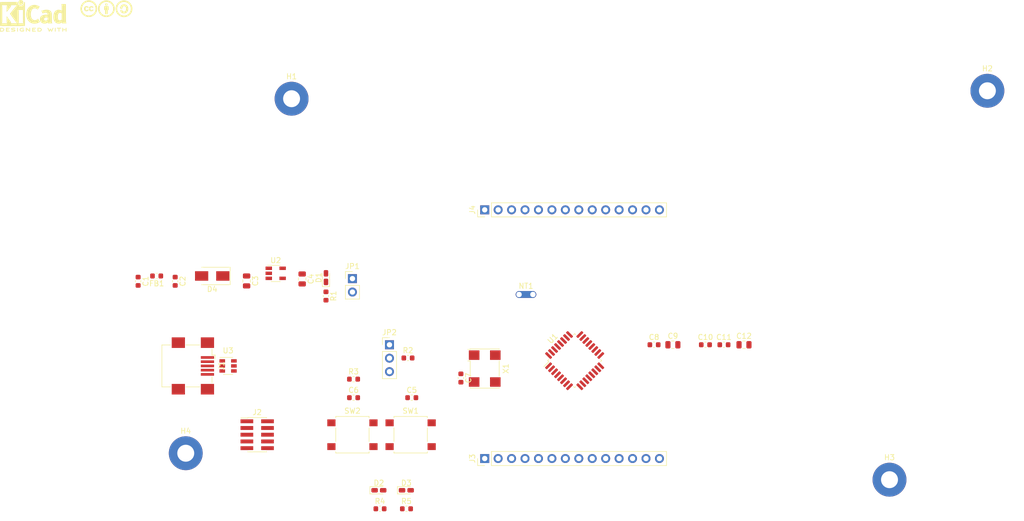
<source format=kicad_pcb>
(kicad_pcb (version 20171130) (host pcbnew 5.1.5)

  (general
    (thickness 1.6)
    (drawings 0)
    (tracks 0)
    (zones 0)
    (modules 41)
    (nets 48)
  )

  (page A)
  (title_block
    (title "STM32F04K6Tx Basic Development Board")
    (date 2020-01-11)
    (rev 0)
    (company "G. Keeth")
  )

  (layers
    (0 F.Cu signal)
    (31 B.Cu signal)
    (32 B.Adhes user)
    (33 F.Adhes user)
    (34 B.Paste user)
    (35 F.Paste user)
    (36 B.SilkS user)
    (37 F.SilkS user)
    (38 B.Mask user)
    (39 F.Mask user)
    (40 Dwgs.User user)
    (41 Cmts.User user)
    (42 Eco1.User user)
    (43 Eco2.User user)
    (44 Edge.Cuts user)
    (45 Margin user)
    (46 B.CrtYd user)
    (47 F.CrtYd user)
    (48 B.Fab user)
    (49 F.Fab user)
  )

  (setup
    (last_trace_width 0.25)
    (trace_clearance 0.2)
    (zone_clearance 0.508)
    (zone_45_only no)
    (trace_min 0.2)
    (via_size 0.8)
    (via_drill 0.4)
    (via_min_size 0.4)
    (via_min_drill 0.3)
    (uvia_size 0.3)
    (uvia_drill 0.1)
    (uvias_allowed no)
    (uvia_min_size 0.2)
    (uvia_min_drill 0.1)
    (edge_width 0.05)
    (segment_width 0.2)
    (pcb_text_width 0.3)
    (pcb_text_size 1.5 1.5)
    (mod_edge_width 0.12)
    (mod_text_size 1 1)
    (mod_text_width 0.15)
    (pad_size 1.524 1.524)
    (pad_drill 0.762)
    (pad_to_mask_clearance 0.051)
    (solder_mask_min_width 0.25)
    (aux_axis_origin 0 0)
    (visible_elements FFFFFF7F)
    (pcbplotparams
      (layerselection 0x010fc_ffffffff)
      (usegerberextensions false)
      (usegerberattributes false)
      (usegerberadvancedattributes false)
      (creategerberjobfile false)
      (excludeedgelayer true)
      (linewidth 0.100000)
      (plotframeref false)
      (viasonmask false)
      (mode 1)
      (useauxorigin false)
      (hpglpennumber 1)
      (hpglpenspeed 20)
      (hpglpendiameter 15.000000)
      (psnegative false)
      (psa4output false)
      (plotreference true)
      (plotvalue true)
      (plotinvisibletext false)
      (padsonsilk false)
      (subtractmaskfromsilk false)
      (outputformat 1)
      (mirror false)
      (drillshape 1)
      (scaleselection 1)
      (outputdirectory ""))
  )

  (net 0 "")
  (net 1 GND)
  (net 2 "Net-(C1-Pad1)")
  (net 3 "Net-(C2-Pad1)")
  (net 4 +5V)
  (net 5 +3V3)
  (net 6 /STM32/NRST)
  (net 7 "Net-(C6-Pad1)")
  (net 8 VDD)
  (net 9 VDDA)
  (net 10 "Net-(D1-Pad1)")
  (net 11 /STM32/PA0)
  (net 12 "Net-(D2-Pad1)")
  (net 13 "Net-(D3-Pad1)")
  (net 14 "Net-(J1-Pad4)")
  (net 15 "Net-(J1-Pad3)")
  (net 16 "Net-(J1-Pad2)")
  (net 17 "Net-(J2-Pad8)")
  (net 18 "Net-(J2-Pad7)")
  (net 19 "Net-(J2-Pad6)")
  (net 20 /STM32/PA14_SWCLK)
  (net 21 /STM32/PA13_SWDIO)
  (net 22 /STM32/PA10)
  (net 23 /STM32/PA9)
  (net 24 /STM32/PA8)
  (net 25 /STM32/PA7)
  (net 26 /STM32/PA6)
  (net 27 /STM32/PA5)
  (net 28 /STM32/PA4)
  (net 29 /STM32/PA3)
  (net 30 /STM32/PA2)
  (net 31 /STM32/PA1)
  (net 32 /STM32/PF1)
  (net 33 /STM32/PB7)
  (net 34 /STM32/PB6)
  (net 35 /STM32/PB5)
  (net 36 /STM32/PB4)
  (net 37 /STM32/PB3)
  (net 38 /STM32/PB1)
  (net 39 /STM32/PB0)
  (net 40 /STM32/PA15)
  (net 41 "Net-(JP2-Pad2)")
  (net 42 /STM32/BOOT0)
  (net 43 /STM32/USB_DP)
  (net 44 /STM32/USB_DM)
  (net 45 "Net-(U2-Pad4)")
  (net 46 "Net-(X1-Pad1)")
  (net 47 /STM32/clkin)

  (net_class Default "This is the default net class."
    (clearance 0.2)
    (trace_width 0.25)
    (via_dia 0.8)
    (via_drill 0.4)
    (uvia_dia 0.3)
    (uvia_drill 0.1)
    (add_net /STM32/BOOT0)
    (add_net /STM32/NRST)
    (add_net /STM32/clkin)
    (add_net "Net-(J1-Pad4)")
    (add_net "Net-(J2-Pad6)")
    (add_net "Net-(J2-Pad7)")
    (add_net "Net-(J2-Pad8)")
    (add_net "Net-(JP2-Pad2)")
    (add_net "Net-(U2-Pad4)")
    (add_net "Net-(X1-Pad1)")
  )

  (net_class gpio ""
    (clearance 0.2)
    (trace_width 0.254)
    (via_dia 0.8)
    (via_drill 0.4)
    (uvia_dia 0.3)
    (uvia_drill 0.1)
    (add_net /STM32/PA0)
    (add_net /STM32/PA1)
    (add_net /STM32/PA10)
    (add_net /STM32/PA13_SWDIO)
    (add_net /STM32/PA14_SWCLK)
    (add_net /STM32/PA15)
    (add_net /STM32/PA2)
    (add_net /STM32/PA3)
    (add_net /STM32/PA4)
    (add_net /STM32/PA5)
    (add_net /STM32/PA6)
    (add_net /STM32/PA7)
    (add_net /STM32/PA8)
    (add_net /STM32/PA9)
    (add_net /STM32/PB0)
    (add_net /STM32/PB1)
    (add_net /STM32/PB3)
    (add_net /STM32/PB4)
    (add_net /STM32/PB5)
    (add_net /STM32/PB6)
    (add_net /STM32/PB7)
    (add_net /STM32/PF1)
    (add_net "Net-(C6-Pad1)")
    (add_net "Net-(D2-Pad1)")
    (add_net "Net-(D3-Pad1)")
  )

  (net_class power ""
    (clearance 0.2)
    (trace_width 0.3048)
    (via_dia 0.8)
    (via_drill 0.4)
    (uvia_dia 0.3)
    (uvia_drill 0.1)
    (add_net +3V3)
    (add_net +5V)
    (add_net GND)
    (add_net "Net-(C1-Pad1)")
    (add_net "Net-(C2-Pad1)")
    (add_net "Net-(D1-Pad1)")
    (add_net VDD)
    (add_net VDDA)
  )

  (net_class usb ""
    (clearance 0.4)
    (trace_width 0.4064)
    (via_dia 0.8)
    (via_drill 0.4)
    (uvia_dia 0.3)
    (uvia_drill 0.1)
    (add_net /STM32/USB_DM)
    (add_net /STM32/USB_DP)
    (add_net "Net-(J1-Pad2)")
    (add_net "Net-(J1-Pad3)")
  )

  (module Oscillator:Oscillator_SMD_Abracon_ASV-4Pin_7.0x5.1mm (layer F.Cu) (tedit 58CD3344) (tstamp 5E1A08D0)
    (at 129 93 270)
    (descr "Miniature Crystal Clock Oscillator Abracon ASV series, http://www.abracon.com/Oscillators/ASV.pdf, 7.0x5.1mm^2 package")
    (tags "SMD SMT crystal oscillator")
    (path /5E34A630/5E43DA78)
    (attr smd)
    (fp_text reference X1 (at 0 -4 90) (layer F.SilkS)
      (effects (font (size 1 1) (thickness 0.15)))
    )
    (fp_text value ASV-8.000MHz (at 0 4 90) (layer F.Fab)
      (effects (font (size 1 1) (thickness 0.15)))
    )
    (fp_circle (center 0 0) (end 0.233333 0) (layer F.Adhes) (width 0.466667))
    (fp_circle (center 0 0) (end 0.533333 0) (layer F.Adhes) (width 0.333333))
    (fp_circle (center 0 0) (end 0.833333 0) (layer F.Adhes) (width 0.333333))
    (fp_circle (center 0 0) (end 1 0) (layer F.Adhes) (width 0.1))
    (fp_line (start 3.8 -3.3) (end -3.8 -3.3) (layer F.CrtYd) (width 0.05))
    (fp_line (start 3.8 3.3) (end 3.8 -3.3) (layer F.CrtYd) (width 0.05))
    (fp_line (start -3.8 3.3) (end 3.8 3.3) (layer F.CrtYd) (width 0.05))
    (fp_line (start -3.8 -3.3) (end -3.8 3.3) (layer F.CrtYd) (width 0.05))
    (fp_line (start -1.44 2.74) (end -1.44 3.2) (layer F.SilkS) (width 0.12))
    (fp_line (start 1.44 2.74) (end -1.44 2.74) (layer F.SilkS) (width 0.12))
    (fp_line (start -3.7 -2.74) (end -3.64 -2.74) (layer F.SilkS) (width 0.12))
    (fp_line (start -3.7 2.74) (end -3.7 -2.74) (layer F.SilkS) (width 0.12))
    (fp_line (start -3.64 2.74) (end -3.7 2.74) (layer F.SilkS) (width 0.12))
    (fp_line (start -3.64 3.2) (end -3.64 2.74) (layer F.SilkS) (width 0.12))
    (fp_line (start -1.44 -2.74) (end 1.44 -2.74) (layer F.SilkS) (width 0.12))
    (fp_line (start 3.7 2.74) (end 3.64 2.74) (layer F.SilkS) (width 0.12))
    (fp_line (start 3.7 -2.74) (end 3.7 2.74) (layer F.SilkS) (width 0.12))
    (fp_line (start 3.64 -2.74) (end 3.7 -2.74) (layer F.SilkS) (width 0.12))
    (fp_line (start -3.5 1.54) (end -2.5 2.54) (layer F.Fab) (width 0.1))
    (fp_line (start -3.5 -2.44) (end -3.4 -2.54) (layer F.Fab) (width 0.1))
    (fp_line (start -3.5 2.44) (end -3.5 -2.44) (layer F.Fab) (width 0.1))
    (fp_line (start -3.4 2.54) (end -3.5 2.44) (layer F.Fab) (width 0.1))
    (fp_line (start 3.4 2.54) (end -3.4 2.54) (layer F.Fab) (width 0.1))
    (fp_line (start 3.5 2.44) (end 3.4 2.54) (layer F.Fab) (width 0.1))
    (fp_line (start 3.5 -2.44) (end 3.5 2.44) (layer F.Fab) (width 0.1))
    (fp_line (start 3.4 -2.54) (end 3.5 -2.44) (layer F.Fab) (width 0.1))
    (fp_line (start -3.4 -2.54) (end 3.4 -2.54) (layer F.Fab) (width 0.1))
    (fp_text user %R (at 0 0 90) (layer F.Fab)
      (effects (font (size 1 1) (thickness 0.15)))
    )
    (pad 4 smd rect (at -2.54 -2 270) (size 1.8 2) (layers F.Cu F.Paste F.Mask)
      (net 8 VDD))
    (pad 3 smd rect (at 2.54 -2 270) (size 1.8 2) (layers F.Cu F.Paste F.Mask)
      (net 47 /STM32/clkin))
    (pad 2 smd rect (at 2.54 2 270) (size 1.8 2) (layers F.Cu F.Paste F.Mask)
      (net 1 GND))
    (pad 1 smd rect (at -2.54 2 270) (size 1.8 2) (layers F.Cu F.Paste F.Mask)
      (net 46 "Net-(X1-Pad1)"))
    (model ${KISYS3DMOD}/Oscillator.3dshapes/Oscillator_SMD_Abracon_ASV-4Pin_7.0x5.1mm.wrl
      (at (xyz 0 0 0))
      (scale (xyz 1 1 1))
      (rotate (xyz 0 0 0))
    )
  )

  (module Package_TO_SOT_SMD:SOT-23-6 (layer F.Cu) (tedit 5A02FF57) (tstamp 5E1A11F2)
    (at 80.5 92.5)
    (descr "6-pin SOT-23 package")
    (tags SOT-23-6)
    (path /5E184338)
    (attr smd)
    (fp_text reference U3 (at 0 -2.9) (layer F.SilkS)
      (effects (font (size 1 1) (thickness 0.15)))
    )
    (fp_text value USBLC6-2SC6 (at 0 2.9) (layer F.Fab)
      (effects (font (size 1 1) (thickness 0.15)))
    )
    (fp_line (start 0.9 -1.55) (end 0.9 1.55) (layer F.Fab) (width 0.1))
    (fp_line (start 0.9 1.55) (end -0.9 1.55) (layer F.Fab) (width 0.1))
    (fp_line (start -0.9 -0.9) (end -0.9 1.55) (layer F.Fab) (width 0.1))
    (fp_line (start 0.9 -1.55) (end -0.25 -1.55) (layer F.Fab) (width 0.1))
    (fp_line (start -0.9 -0.9) (end -0.25 -1.55) (layer F.Fab) (width 0.1))
    (fp_line (start -1.9 -1.8) (end -1.9 1.8) (layer F.CrtYd) (width 0.05))
    (fp_line (start -1.9 1.8) (end 1.9 1.8) (layer F.CrtYd) (width 0.05))
    (fp_line (start 1.9 1.8) (end 1.9 -1.8) (layer F.CrtYd) (width 0.05))
    (fp_line (start 1.9 -1.8) (end -1.9 -1.8) (layer F.CrtYd) (width 0.05))
    (fp_line (start 0.9 -1.61) (end -1.55 -1.61) (layer F.SilkS) (width 0.12))
    (fp_line (start -0.9 1.61) (end 0.9 1.61) (layer F.SilkS) (width 0.12))
    (fp_text user %R (at 0 0 90) (layer F.Fab)
      (effects (font (size 0.5 0.5) (thickness 0.075)))
    )
    (pad 5 smd rect (at 1.1 0) (size 1.06 0.65) (layers F.Cu F.Paste F.Mask)
      (net 2 "Net-(C1-Pad1)"))
    (pad 6 smd rect (at 1.1 -0.95) (size 1.06 0.65) (layers F.Cu F.Paste F.Mask)
      (net 44 /STM32/USB_DM))
    (pad 4 smd rect (at 1.1 0.95) (size 1.06 0.65) (layers F.Cu F.Paste F.Mask)
      (net 43 /STM32/USB_DP))
    (pad 3 smd rect (at -1.1 0.95) (size 1.06 0.65) (layers F.Cu F.Paste F.Mask)
      (net 15 "Net-(J1-Pad3)"))
    (pad 2 smd rect (at -1.1 0) (size 1.06 0.65) (layers F.Cu F.Paste F.Mask)
      (net 1 GND))
    (pad 1 smd rect (at -1.1 -0.95) (size 1.06 0.65) (layers F.Cu F.Paste F.Mask)
      (net 16 "Net-(J1-Pad2)"))
    (model ${KISYS3DMOD}/Package_TO_SOT_SMD.3dshapes/SOT-23-6.wrl
      (at (xyz 0 0 0))
      (scale (xyz 1 1 1))
      (rotate (xyz 0 0 0))
    )
  )

  (module Package_TO_SOT_SMD:TSOT-23-5 (layer F.Cu) (tedit 5A02FF57) (tstamp 5E1A1315)
    (at 89.5 75)
    (descr "5-pin TSOT23 package, http://cds.linear.com/docs/en/packaging/SOT_5_05-08-1635.pdf")
    (tags TSOT-23-5)
    (path /5E17D643)
    (attr smd)
    (fp_text reference U2 (at 0 -2.45) (layer F.SilkS)
      (effects (font (size 1 1) (thickness 0.15)))
    )
    (fp_text value ADP121-AUJZ33R7 (at 0 2.5) (layer F.Fab)
      (effects (font (size 1 1) (thickness 0.15)))
    )
    (fp_line (start 2.17 1.7) (end -2.17 1.7) (layer F.CrtYd) (width 0.05))
    (fp_line (start 2.17 1.7) (end 2.17 -1.7) (layer F.CrtYd) (width 0.05))
    (fp_line (start -2.17 -1.7) (end -2.17 1.7) (layer F.CrtYd) (width 0.05))
    (fp_line (start -2.17 -1.7) (end 2.17 -1.7) (layer F.CrtYd) (width 0.05))
    (fp_line (start 0.88 -1.45) (end 0.88 1.45) (layer F.Fab) (width 0.1))
    (fp_line (start 0.88 1.45) (end -0.88 1.45) (layer F.Fab) (width 0.1))
    (fp_line (start -0.88 -1) (end -0.88 1.45) (layer F.Fab) (width 0.1))
    (fp_line (start 0.88 -1.45) (end -0.43 -1.45) (layer F.Fab) (width 0.1))
    (fp_line (start -0.88 -1) (end -0.43 -1.45) (layer F.Fab) (width 0.1))
    (fp_line (start 0.88 -1.51) (end -1.55 -1.51) (layer F.SilkS) (width 0.12))
    (fp_line (start -0.88 1.56) (end 0.88 1.56) (layer F.SilkS) (width 0.12))
    (fp_text user %R (at 0 0 90) (layer F.Fab)
      (effects (font (size 0.5 0.5) (thickness 0.075)))
    )
    (pad 5 smd rect (at 1.31 -0.95) (size 1.22 0.65) (layers F.Cu F.Paste F.Mask)
      (net 5 +3V3))
    (pad 4 smd rect (at 1.31 0.95) (size 1.22 0.65) (layers F.Cu F.Paste F.Mask)
      (net 45 "Net-(U2-Pad4)"))
    (pad 3 smd rect (at -1.31 0.95) (size 1.22 0.65) (layers F.Cu F.Paste F.Mask)
      (net 4 +5V))
    (pad 2 smd rect (at -1.31 0) (size 1.22 0.65) (layers F.Cu F.Paste F.Mask)
      (net 1 GND))
    (pad 1 smd rect (at -1.31 -0.95) (size 1.22 0.65) (layers F.Cu F.Paste F.Mask)
      (net 4 +5V))
    (model ${KISYS3DMOD}/Package_TO_SOT_SMD.3dshapes/TSOT-23-5.wrl
      (at (xyz 0 0 0))
      (scale (xyz 1 1 1))
      (rotate (xyz 0 0 0))
    )
  )

  (module Package_QFP:LQFP-32_7x7mm_P0.8mm (layer F.Cu) (tedit 5D9F72AF) (tstamp 5E1A0881)
    (at 146 91.5 45)
    (descr "LQFP, 32 Pin (https://www.nxp.com/docs/en/package-information/SOT358-1.pdf), generated with kicad-footprint-generator ipc_gullwing_generator.py")
    (tags "LQFP QFP")
    (path /5E34A630/5E3538D8)
    (attr smd)
    (fp_text reference U1 (at 0 -5.88 45) (layer F.SilkS)
      (effects (font (size 1 1) (thickness 0.15)))
    )
    (fp_text value STM32F042K6Tx (at 0 5.88 45) (layer F.Fab)
      (effects (font (size 1 1) (thickness 0.15)))
    )
    (fp_text user %R (at 0 0 45) (layer F.Fab)
      (effects (font (size 1 1) (thickness 0.15)))
    )
    (fp_line (start 5.18 3.3) (end 5.18 0) (layer F.CrtYd) (width 0.05))
    (fp_line (start 3.75 3.3) (end 5.18 3.3) (layer F.CrtYd) (width 0.05))
    (fp_line (start 3.75 3.75) (end 3.75 3.3) (layer F.CrtYd) (width 0.05))
    (fp_line (start 3.3 3.75) (end 3.75 3.75) (layer F.CrtYd) (width 0.05))
    (fp_line (start 3.3 5.18) (end 3.3 3.75) (layer F.CrtYd) (width 0.05))
    (fp_line (start 0 5.18) (end 3.3 5.18) (layer F.CrtYd) (width 0.05))
    (fp_line (start -5.18 3.3) (end -5.18 0) (layer F.CrtYd) (width 0.05))
    (fp_line (start -3.75 3.3) (end -5.18 3.3) (layer F.CrtYd) (width 0.05))
    (fp_line (start -3.75 3.75) (end -3.75 3.3) (layer F.CrtYd) (width 0.05))
    (fp_line (start -3.3 3.75) (end -3.75 3.75) (layer F.CrtYd) (width 0.05))
    (fp_line (start -3.3 5.18) (end -3.3 3.75) (layer F.CrtYd) (width 0.05))
    (fp_line (start 0 5.18) (end -3.3 5.18) (layer F.CrtYd) (width 0.05))
    (fp_line (start 5.18 -3.3) (end 5.18 0) (layer F.CrtYd) (width 0.05))
    (fp_line (start 3.75 -3.3) (end 5.18 -3.3) (layer F.CrtYd) (width 0.05))
    (fp_line (start 3.75 -3.75) (end 3.75 -3.3) (layer F.CrtYd) (width 0.05))
    (fp_line (start 3.3 -3.75) (end 3.75 -3.75) (layer F.CrtYd) (width 0.05))
    (fp_line (start 3.3 -5.18) (end 3.3 -3.75) (layer F.CrtYd) (width 0.05))
    (fp_line (start 0 -5.18) (end 3.3 -5.18) (layer F.CrtYd) (width 0.05))
    (fp_line (start -5.18 -3.3) (end -5.18 0) (layer F.CrtYd) (width 0.05))
    (fp_line (start -3.75 -3.3) (end -5.18 -3.3) (layer F.CrtYd) (width 0.05))
    (fp_line (start -3.75 -3.75) (end -3.75 -3.3) (layer F.CrtYd) (width 0.05))
    (fp_line (start -3.3 -3.75) (end -3.75 -3.75) (layer F.CrtYd) (width 0.05))
    (fp_line (start -3.3 -5.18) (end -3.3 -3.75) (layer F.CrtYd) (width 0.05))
    (fp_line (start 0 -5.18) (end -3.3 -5.18) (layer F.CrtYd) (width 0.05))
    (fp_line (start -3.5 -2.5) (end -2.5 -3.5) (layer F.Fab) (width 0.1))
    (fp_line (start -3.5 3.5) (end -3.5 -2.5) (layer F.Fab) (width 0.1))
    (fp_line (start 3.5 3.5) (end -3.5 3.5) (layer F.Fab) (width 0.1))
    (fp_line (start 3.5 -3.5) (end 3.5 3.5) (layer F.Fab) (width 0.1))
    (fp_line (start -2.5 -3.5) (end 3.5 -3.5) (layer F.Fab) (width 0.1))
    (fp_line (start -3.61 -3.31) (end -4.925 -3.31) (layer F.SilkS) (width 0.12))
    (fp_line (start -3.61 -3.61) (end -3.61 -3.31) (layer F.SilkS) (width 0.12))
    (fp_line (start -3.31 -3.61) (end -3.61 -3.61) (layer F.SilkS) (width 0.12))
    (fp_line (start 3.61 -3.61) (end 3.61 -3.31) (layer F.SilkS) (width 0.12))
    (fp_line (start 3.31 -3.61) (end 3.61 -3.61) (layer F.SilkS) (width 0.12))
    (fp_line (start -3.61 3.61) (end -3.61 3.31) (layer F.SilkS) (width 0.12))
    (fp_line (start -3.31 3.61) (end -3.61 3.61) (layer F.SilkS) (width 0.12))
    (fp_line (start 3.61 3.61) (end 3.61 3.31) (layer F.SilkS) (width 0.12))
    (fp_line (start 3.31 3.61) (end 3.61 3.61) (layer F.SilkS) (width 0.12))
    (pad 32 smd roundrect (at -2.8 -4.175 45) (size 0.5 1.5) (layers F.Cu F.Paste F.Mask) (roundrect_rratio 0.25)
      (net 1 GND))
    (pad 31 smd roundrect (at -2 -4.175 45) (size 0.5 1.5) (layers F.Cu F.Paste F.Mask) (roundrect_rratio 0.25)
      (net 42 /STM32/BOOT0))
    (pad 30 smd roundrect (at -1.2 -4.175 45) (size 0.5 1.5) (layers F.Cu F.Paste F.Mask) (roundrect_rratio 0.25)
      (net 33 /STM32/PB7))
    (pad 29 smd roundrect (at -0.4 -4.175 45) (size 0.5 1.5) (layers F.Cu F.Paste F.Mask) (roundrect_rratio 0.25)
      (net 34 /STM32/PB6))
    (pad 28 smd roundrect (at 0.4 -4.175 45) (size 0.5 1.5) (layers F.Cu F.Paste F.Mask) (roundrect_rratio 0.25)
      (net 35 /STM32/PB5))
    (pad 27 smd roundrect (at 1.2 -4.175 45) (size 0.5 1.5) (layers F.Cu F.Paste F.Mask) (roundrect_rratio 0.25)
      (net 36 /STM32/PB4))
    (pad 26 smd roundrect (at 2 -4.175 45) (size 0.5 1.5) (layers F.Cu F.Paste F.Mask) (roundrect_rratio 0.25)
      (net 37 /STM32/PB3))
    (pad 25 smd roundrect (at 2.8 -4.175 45) (size 0.5 1.5) (layers F.Cu F.Paste F.Mask) (roundrect_rratio 0.25)
      (net 40 /STM32/PA15))
    (pad 24 smd roundrect (at 4.175 -2.8 45) (size 1.5 0.5) (layers F.Cu F.Paste F.Mask) (roundrect_rratio 0.25)
      (net 20 /STM32/PA14_SWCLK))
    (pad 23 smd roundrect (at 4.175 -2 45) (size 1.5 0.5) (layers F.Cu F.Paste F.Mask) (roundrect_rratio 0.25)
      (net 21 /STM32/PA13_SWDIO))
    (pad 22 smd roundrect (at 4.175 -1.2 45) (size 1.5 0.5) (layers F.Cu F.Paste F.Mask) (roundrect_rratio 0.25)
      (net 43 /STM32/USB_DP))
    (pad 21 smd roundrect (at 4.175 -0.4 45) (size 1.5 0.5) (layers F.Cu F.Paste F.Mask) (roundrect_rratio 0.25)
      (net 44 /STM32/USB_DM))
    (pad 20 smd roundrect (at 4.175 0.4 45) (size 1.5 0.5) (layers F.Cu F.Paste F.Mask) (roundrect_rratio 0.25)
      (net 22 /STM32/PA10))
    (pad 19 smd roundrect (at 4.175 1.2 45) (size 1.5 0.5) (layers F.Cu F.Paste F.Mask) (roundrect_rratio 0.25)
      (net 23 /STM32/PA9))
    (pad 18 smd roundrect (at 4.175 2 45) (size 1.5 0.5) (layers F.Cu F.Paste F.Mask) (roundrect_rratio 0.25)
      (net 24 /STM32/PA8))
    (pad 17 smd roundrect (at 4.175 2.8 45) (size 1.5 0.5) (layers F.Cu F.Paste F.Mask) (roundrect_rratio 0.25)
      (net 8 VDD))
    (pad 16 smd roundrect (at 2.8 4.175 45) (size 0.5 1.5) (layers F.Cu F.Paste F.Mask) (roundrect_rratio 0.25)
      (net 1 GND))
    (pad 15 smd roundrect (at 2 4.175 45) (size 0.5 1.5) (layers F.Cu F.Paste F.Mask) (roundrect_rratio 0.25)
      (net 38 /STM32/PB1))
    (pad 14 smd roundrect (at 1.2 4.175 45) (size 0.5 1.5) (layers F.Cu F.Paste F.Mask) (roundrect_rratio 0.25)
      (net 39 /STM32/PB0))
    (pad 13 smd roundrect (at 0.4 4.175 45) (size 0.5 1.5) (layers F.Cu F.Paste F.Mask) (roundrect_rratio 0.25)
      (net 25 /STM32/PA7))
    (pad 12 smd roundrect (at -0.4 4.175 45) (size 0.5 1.5) (layers F.Cu F.Paste F.Mask) (roundrect_rratio 0.25)
      (net 26 /STM32/PA6))
    (pad 11 smd roundrect (at -1.2 4.175 45) (size 0.5 1.5) (layers F.Cu F.Paste F.Mask) (roundrect_rratio 0.25)
      (net 27 /STM32/PA5))
    (pad 10 smd roundrect (at -2 4.175 45) (size 0.5 1.5) (layers F.Cu F.Paste F.Mask) (roundrect_rratio 0.25)
      (net 28 /STM32/PA4))
    (pad 9 smd roundrect (at -2.8 4.175 45) (size 0.5 1.5) (layers F.Cu F.Paste F.Mask) (roundrect_rratio 0.25)
      (net 29 /STM32/PA3))
    (pad 8 smd roundrect (at -4.175 2.8 45) (size 1.5 0.5) (layers F.Cu F.Paste F.Mask) (roundrect_rratio 0.25)
      (net 30 /STM32/PA2))
    (pad 7 smd roundrect (at -4.175 2 45) (size 1.5 0.5) (layers F.Cu F.Paste F.Mask) (roundrect_rratio 0.25)
      (net 31 /STM32/PA1))
    (pad 6 smd roundrect (at -4.175 1.2 45) (size 1.5 0.5) (layers F.Cu F.Paste F.Mask) (roundrect_rratio 0.25)
      (net 11 /STM32/PA0))
    (pad 5 smd roundrect (at -4.175 0.4 45) (size 1.5 0.5) (layers F.Cu F.Paste F.Mask) (roundrect_rratio 0.25)
      (net 9 VDDA))
    (pad 4 smd roundrect (at -4.175 -0.4 45) (size 1.5 0.5) (layers F.Cu F.Paste F.Mask) (roundrect_rratio 0.25)
      (net 6 /STM32/NRST))
    (pad 3 smd roundrect (at -4.175 -1.2 45) (size 1.5 0.5) (layers F.Cu F.Paste F.Mask) (roundrect_rratio 0.25)
      (net 32 /STM32/PF1))
    (pad 2 smd roundrect (at -4.175 -2 45) (size 1.5 0.5) (layers F.Cu F.Paste F.Mask) (roundrect_rratio 0.25)
      (net 47 /STM32/clkin))
    (pad 1 smd roundrect (at -4.175 -2.8 45) (size 1.5 0.5) (layers F.Cu F.Paste F.Mask) (roundrect_rratio 0.25)
      (net 8 VDD))
    (model ${KISYS3DMOD}/Package_QFP.3dshapes/LQFP-32_7x7mm_P0.8mm.wrl
      (at (xyz 0 0 0))
      (scale (xyz 1 1 1))
      (rotate (xyz 0 0 0))
    )
  )

  (module Button_Switch_SMD:SW_SPST_B3S-1000 (layer F.Cu) (tedit 5A02FC95) (tstamp 5E1A0836)
    (at 104 105.5)
    (descr "Surface Mount Tactile Switch for High-Density Packaging")
    (tags "Tactile Switch")
    (path /5E1A4EF7)
    (attr smd)
    (fp_text reference SW2 (at 0 -4.5) (layer F.SilkS)
      (effects (font (size 1 1) (thickness 0.15)))
    )
    (fp_text value B3S-1000P (at 0 4.5) (layer F.Fab)
      (effects (font (size 1 1) (thickness 0.15)))
    )
    (fp_line (start -3 3.3) (end -3 -3.3) (layer F.Fab) (width 0.1))
    (fp_line (start 3 3.3) (end -3 3.3) (layer F.Fab) (width 0.1))
    (fp_line (start 3 -3.3) (end 3 3.3) (layer F.Fab) (width 0.1))
    (fp_line (start -3 -3.3) (end 3 -3.3) (layer F.Fab) (width 0.1))
    (fp_circle (center 0 0) (end 1.65 0) (layer F.Fab) (width 0.1))
    (fp_line (start 3.15 -1.3) (end 3.15 1.3) (layer F.SilkS) (width 0.12))
    (fp_line (start -3.15 3.45) (end -3.15 3.2) (layer F.SilkS) (width 0.12))
    (fp_line (start 3.15 3.45) (end -3.15 3.45) (layer F.SilkS) (width 0.12))
    (fp_line (start 3.15 3.2) (end 3.15 3.45) (layer F.SilkS) (width 0.12))
    (fp_line (start -3.15 1.3) (end -3.15 -1.3) (layer F.SilkS) (width 0.12))
    (fp_line (start 3.15 -3.45) (end 3.15 -3.2) (layer F.SilkS) (width 0.12))
    (fp_line (start -3.15 -3.45) (end 3.15 -3.45) (layer F.SilkS) (width 0.12))
    (fp_line (start -3.15 -3.2) (end -3.15 -3.45) (layer F.SilkS) (width 0.12))
    (fp_line (start -5 -3.7) (end -5 3.7) (layer F.CrtYd) (width 0.05))
    (fp_line (start 5 -3.7) (end -5 -3.7) (layer F.CrtYd) (width 0.05))
    (fp_line (start 5 3.7) (end 5 -3.7) (layer F.CrtYd) (width 0.05))
    (fp_line (start -5 3.7) (end 5 3.7) (layer F.CrtYd) (width 0.05))
    (fp_text user %R (at 0 -4.5) (layer F.Fab)
      (effects (font (size 1 1) (thickness 0.15)))
    )
    (pad 2 smd rect (at 3.975 2.25) (size 1.55 1.3) (layers F.Cu F.Paste F.Mask)
      (net 7 "Net-(C6-Pad1)"))
    (pad 2 smd rect (at -3.975 2.25) (size 1.55 1.3) (layers F.Cu F.Paste F.Mask)
      (net 7 "Net-(C6-Pad1)"))
    (pad 1 smd rect (at 3.975 -2.25) (size 1.55 1.3) (layers F.Cu F.Paste F.Mask)
      (net 1 GND))
    (pad 1 smd rect (at -3.975 -2.25) (size 1.55 1.3) (layers F.Cu F.Paste F.Mask)
      (net 1 GND))
    (model ${KISYS3DMOD}/Button_Switch_SMD.3dshapes/SW_SPST_B3S-1000.wrl
      (at (xyz 0 0 0))
      (scale (xyz 1 1 1))
      (rotate (xyz 0 0 0))
    )
  )

  (module Button_Switch_SMD:SW_SPST_B3S-1000 (layer F.Cu) (tedit 5A02FC95) (tstamp 5E1A081C)
    (at 115 105.5)
    (descr "Surface Mount Tactile Switch for High-Density Packaging")
    (tags "Tactile Switch")
    (path /5E19B6C0)
    (attr smd)
    (fp_text reference SW1 (at 0 -4.5) (layer F.SilkS)
      (effects (font (size 1 1) (thickness 0.15)))
    )
    (fp_text value B3S-1000P (at 0 4.5) (layer F.Fab)
      (effects (font (size 1 1) (thickness 0.15)))
    )
    (fp_line (start -3 3.3) (end -3 -3.3) (layer F.Fab) (width 0.1))
    (fp_line (start 3 3.3) (end -3 3.3) (layer F.Fab) (width 0.1))
    (fp_line (start 3 -3.3) (end 3 3.3) (layer F.Fab) (width 0.1))
    (fp_line (start -3 -3.3) (end 3 -3.3) (layer F.Fab) (width 0.1))
    (fp_circle (center 0 0) (end 1.65 0) (layer F.Fab) (width 0.1))
    (fp_line (start 3.15 -1.3) (end 3.15 1.3) (layer F.SilkS) (width 0.12))
    (fp_line (start -3.15 3.45) (end -3.15 3.2) (layer F.SilkS) (width 0.12))
    (fp_line (start 3.15 3.45) (end -3.15 3.45) (layer F.SilkS) (width 0.12))
    (fp_line (start 3.15 3.2) (end 3.15 3.45) (layer F.SilkS) (width 0.12))
    (fp_line (start -3.15 1.3) (end -3.15 -1.3) (layer F.SilkS) (width 0.12))
    (fp_line (start 3.15 -3.45) (end 3.15 -3.2) (layer F.SilkS) (width 0.12))
    (fp_line (start -3.15 -3.45) (end 3.15 -3.45) (layer F.SilkS) (width 0.12))
    (fp_line (start -3.15 -3.2) (end -3.15 -3.45) (layer F.SilkS) (width 0.12))
    (fp_line (start -5 -3.7) (end -5 3.7) (layer F.CrtYd) (width 0.05))
    (fp_line (start 5 -3.7) (end -5 -3.7) (layer F.CrtYd) (width 0.05))
    (fp_line (start 5 3.7) (end 5 -3.7) (layer F.CrtYd) (width 0.05))
    (fp_line (start -5 3.7) (end 5 3.7) (layer F.CrtYd) (width 0.05))
    (fp_text user %R (at 0 -4.5) (layer F.Fab)
      (effects (font (size 1 1) (thickness 0.15)))
    )
    (pad 2 smd rect (at 3.975 2.25) (size 1.55 1.3) (layers F.Cu F.Paste F.Mask)
      (net 6 /STM32/NRST))
    (pad 2 smd rect (at -3.975 2.25) (size 1.55 1.3) (layers F.Cu F.Paste F.Mask)
      (net 6 /STM32/NRST))
    (pad 1 smd rect (at 3.975 -2.25) (size 1.55 1.3) (layers F.Cu F.Paste F.Mask)
      (net 1 GND))
    (pad 1 smd rect (at -3.975 -2.25) (size 1.55 1.3) (layers F.Cu F.Paste F.Mask)
      (net 1 GND))
    (model ${KISYS3DMOD}/Button_Switch_SMD.3dshapes/SW_SPST_B3S-1000.wrl
      (at (xyz 0 0 0))
      (scale (xyz 1 1 1))
      (rotate (xyz 0 0 0))
    )
  )

  (module Resistor_SMD:R_0603_1608Metric (layer F.Cu) (tedit 5B301BBD) (tstamp 5E1A1938)
    (at 114.2125 119.5)
    (descr "Resistor SMD 0603 (1608 Metric), square (rectangular) end terminal, IPC_7351 nominal, (Body size source: http://www.tortai-tech.com/upload/download/2011102023233369053.pdf), generated with kicad-footprint-generator")
    (tags resistor)
    (path /5E1AB170)
    (attr smd)
    (fp_text reference R5 (at 0 -1.43) (layer F.SilkS)
      (effects (font (size 1 1) (thickness 0.15)))
    )
    (fp_text value 680 (at 0 1.43) (layer F.Fab)
      (effects (font (size 1 1) (thickness 0.15)))
    )
    (fp_text user %R (at 0 0) (layer F.Fab)
      (effects (font (size 0.4 0.4) (thickness 0.06)))
    )
    (fp_line (start 1.48 0.73) (end -1.48 0.73) (layer F.CrtYd) (width 0.05))
    (fp_line (start 1.48 -0.73) (end 1.48 0.73) (layer F.CrtYd) (width 0.05))
    (fp_line (start -1.48 -0.73) (end 1.48 -0.73) (layer F.CrtYd) (width 0.05))
    (fp_line (start -1.48 0.73) (end -1.48 -0.73) (layer F.CrtYd) (width 0.05))
    (fp_line (start -0.162779 0.51) (end 0.162779 0.51) (layer F.SilkS) (width 0.12))
    (fp_line (start -0.162779 -0.51) (end 0.162779 -0.51) (layer F.SilkS) (width 0.12))
    (fp_line (start 0.8 0.4) (end -0.8 0.4) (layer F.Fab) (width 0.1))
    (fp_line (start 0.8 -0.4) (end 0.8 0.4) (layer F.Fab) (width 0.1))
    (fp_line (start -0.8 -0.4) (end 0.8 -0.4) (layer F.Fab) (width 0.1))
    (fp_line (start -0.8 0.4) (end -0.8 -0.4) (layer F.Fab) (width 0.1))
    (pad 2 smd roundrect (at 0.7875 0) (size 0.875 0.95) (layers F.Cu F.Paste F.Mask) (roundrect_rratio 0.25)
      (net 1 GND))
    (pad 1 smd roundrect (at -0.7875 0) (size 0.875 0.95) (layers F.Cu F.Paste F.Mask) (roundrect_rratio 0.25)
      (net 13 "Net-(D3-Pad1)"))
    (model ${KISYS3DMOD}/Resistor_SMD.3dshapes/R_0603_1608Metric.wrl
      (at (xyz 0 0 0))
      (scale (xyz 1 1 1))
      (rotate (xyz 0 0 0))
    )
  )

  (module Resistor_SMD:R_0603_1608Metric (layer F.Cu) (tedit 5B301BBD) (tstamp 5E1A1968)
    (at 109.2125 119.5)
    (descr "Resistor SMD 0603 (1608 Metric), square (rectangular) end terminal, IPC_7351 nominal, (Body size source: http://www.tortai-tech.com/upload/download/2011102023233369053.pdf), generated with kicad-footprint-generator")
    (tags resistor)
    (path /5E1A922B)
    (attr smd)
    (fp_text reference R4 (at 0 -1.43) (layer F.SilkS)
      (effects (font (size 1 1) (thickness 0.15)))
    )
    (fp_text value 330 (at 0 1.43) (layer F.Fab)
      (effects (font (size 1 1) (thickness 0.15)))
    )
    (fp_text user %R (at 0 0) (layer F.Fab)
      (effects (font (size 0.4 0.4) (thickness 0.06)))
    )
    (fp_line (start 1.48 0.73) (end -1.48 0.73) (layer F.CrtYd) (width 0.05))
    (fp_line (start 1.48 -0.73) (end 1.48 0.73) (layer F.CrtYd) (width 0.05))
    (fp_line (start -1.48 -0.73) (end 1.48 -0.73) (layer F.CrtYd) (width 0.05))
    (fp_line (start -1.48 0.73) (end -1.48 -0.73) (layer F.CrtYd) (width 0.05))
    (fp_line (start -0.162779 0.51) (end 0.162779 0.51) (layer F.SilkS) (width 0.12))
    (fp_line (start -0.162779 -0.51) (end 0.162779 -0.51) (layer F.SilkS) (width 0.12))
    (fp_line (start 0.8 0.4) (end -0.8 0.4) (layer F.Fab) (width 0.1))
    (fp_line (start 0.8 -0.4) (end 0.8 0.4) (layer F.Fab) (width 0.1))
    (fp_line (start -0.8 -0.4) (end 0.8 -0.4) (layer F.Fab) (width 0.1))
    (fp_line (start -0.8 0.4) (end -0.8 -0.4) (layer F.Fab) (width 0.1))
    (pad 2 smd roundrect (at 0.7875 0) (size 0.875 0.95) (layers F.Cu F.Paste F.Mask) (roundrect_rratio 0.25)
      (net 1 GND))
    (pad 1 smd roundrect (at -0.7875 0) (size 0.875 0.95) (layers F.Cu F.Paste F.Mask) (roundrect_rratio 0.25)
      (net 12 "Net-(D2-Pad1)"))
    (model ${KISYS3DMOD}/Resistor_SMD.3dshapes/R_0603_1608Metric.wrl
      (at (xyz 0 0 0))
      (scale (xyz 1 1 1))
      (rotate (xyz 0 0 0))
    )
  )

  (module Resistor_SMD:R_0603_1608Metric (layer F.Cu) (tedit 5B301BBD) (tstamp 5E1A07E0)
    (at 104.2125 95)
    (descr "Resistor SMD 0603 (1608 Metric), square (rectangular) end terminal, IPC_7351 nominal, (Body size source: http://www.tortai-tech.com/upload/download/2011102023233369053.pdf), generated with kicad-footprint-generator")
    (tags resistor)
    (path /5E1A62FA)
    (attr smd)
    (fp_text reference R3 (at 0 -1.43) (layer F.SilkS)
      (effects (font (size 1 1) (thickness 0.15)))
    )
    (fp_text value 0 (at 0 1.43) (layer F.Fab)
      (effects (font (size 1 1) (thickness 0.15)))
    )
    (fp_text user %R (at 0 0) (layer F.Fab)
      (effects (font (size 0.4 0.4) (thickness 0.06)))
    )
    (fp_line (start 1.48 0.73) (end -1.48 0.73) (layer F.CrtYd) (width 0.05))
    (fp_line (start 1.48 -0.73) (end 1.48 0.73) (layer F.CrtYd) (width 0.05))
    (fp_line (start -1.48 -0.73) (end 1.48 -0.73) (layer F.CrtYd) (width 0.05))
    (fp_line (start -1.48 0.73) (end -1.48 -0.73) (layer F.CrtYd) (width 0.05))
    (fp_line (start -0.162779 0.51) (end 0.162779 0.51) (layer F.SilkS) (width 0.12))
    (fp_line (start -0.162779 -0.51) (end 0.162779 -0.51) (layer F.SilkS) (width 0.12))
    (fp_line (start 0.8 0.4) (end -0.8 0.4) (layer F.Fab) (width 0.1))
    (fp_line (start 0.8 -0.4) (end 0.8 0.4) (layer F.Fab) (width 0.1))
    (fp_line (start -0.8 -0.4) (end 0.8 -0.4) (layer F.Fab) (width 0.1))
    (fp_line (start -0.8 0.4) (end -0.8 -0.4) (layer F.Fab) (width 0.1))
    (pad 2 smd roundrect (at 0.7875 0) (size 0.875 0.95) (layers F.Cu F.Paste F.Mask) (roundrect_rratio 0.25)
      (net 30 /STM32/PA2))
    (pad 1 smd roundrect (at -0.7875 0) (size 0.875 0.95) (layers F.Cu F.Paste F.Mask) (roundrect_rratio 0.25)
      (net 7 "Net-(C6-Pad1)"))
    (model ${KISYS3DMOD}/Resistor_SMD.3dshapes/R_0603_1608Metric.wrl
      (at (xyz 0 0 0))
      (scale (xyz 1 1 1))
      (rotate (xyz 0 0 0))
    )
  )

  (module Resistor_SMD:R_0603_1608Metric (layer F.Cu) (tedit 5B301BBD) (tstamp 5E1A07CF)
    (at 114.5 91)
    (descr "Resistor SMD 0603 (1608 Metric), square (rectangular) end terminal, IPC_7351 nominal, (Body size source: http://www.tortai-tech.com/upload/download/2011102023233369053.pdf), generated with kicad-footprint-generator")
    (tags resistor)
    (path /5E1F3136)
    (attr smd)
    (fp_text reference R2 (at 0 -1.43) (layer F.SilkS)
      (effects (font (size 1 1) (thickness 0.15)))
    )
    (fp_text value 10k (at 0 1.43) (layer F.Fab)
      (effects (font (size 1 1) (thickness 0.15)))
    )
    (fp_text user %R (at 0 0) (layer F.Fab)
      (effects (font (size 0.4 0.4) (thickness 0.06)))
    )
    (fp_line (start 1.48 0.73) (end -1.48 0.73) (layer F.CrtYd) (width 0.05))
    (fp_line (start 1.48 -0.73) (end 1.48 0.73) (layer F.CrtYd) (width 0.05))
    (fp_line (start -1.48 -0.73) (end 1.48 -0.73) (layer F.CrtYd) (width 0.05))
    (fp_line (start -1.48 0.73) (end -1.48 -0.73) (layer F.CrtYd) (width 0.05))
    (fp_line (start -0.162779 0.51) (end 0.162779 0.51) (layer F.SilkS) (width 0.12))
    (fp_line (start -0.162779 -0.51) (end 0.162779 -0.51) (layer F.SilkS) (width 0.12))
    (fp_line (start 0.8 0.4) (end -0.8 0.4) (layer F.Fab) (width 0.1))
    (fp_line (start 0.8 -0.4) (end 0.8 0.4) (layer F.Fab) (width 0.1))
    (fp_line (start -0.8 -0.4) (end 0.8 -0.4) (layer F.Fab) (width 0.1))
    (fp_line (start -0.8 0.4) (end -0.8 -0.4) (layer F.Fab) (width 0.1))
    (pad 2 smd roundrect (at 0.7875 0) (size 0.875 0.95) (layers F.Cu F.Paste F.Mask) (roundrect_rratio 0.25)
      (net 41 "Net-(JP2-Pad2)"))
    (pad 1 smd roundrect (at -0.7875 0) (size 0.875 0.95) (layers F.Cu F.Paste F.Mask) (roundrect_rratio 0.25)
      (net 42 /STM32/BOOT0))
    (model ${KISYS3DMOD}/Resistor_SMD.3dshapes/R_0603_1608Metric.wrl
      (at (xyz 0 0 0))
      (scale (xyz 1 1 1))
      (rotate (xyz 0 0 0))
    )
  )

  (module Resistor_SMD:R_0603_1608Metric (layer F.Cu) (tedit 5B301BBD) (tstamp 5E1A07BE)
    (at 99 79.2875 270)
    (descr "Resistor SMD 0603 (1608 Metric), square (rectangular) end terminal, IPC_7351 nominal, (Body size source: http://www.tortai-tech.com/upload/download/2011102023233369053.pdf), generated with kicad-footprint-generator")
    (tags resistor)
    (path /5E187E5A)
    (attr smd)
    (fp_text reference R1 (at 0 -1.43 90) (layer F.SilkS)
      (effects (font (size 1 1) (thickness 0.15)))
    )
    (fp_text value 1k (at 0 1.43 90) (layer F.Fab)
      (effects (font (size 1 1) (thickness 0.15)))
    )
    (fp_text user %R (at 0 0 90) (layer F.Fab)
      (effects (font (size 0.4 0.4) (thickness 0.06)))
    )
    (fp_line (start 1.48 0.73) (end -1.48 0.73) (layer F.CrtYd) (width 0.05))
    (fp_line (start 1.48 -0.73) (end 1.48 0.73) (layer F.CrtYd) (width 0.05))
    (fp_line (start -1.48 -0.73) (end 1.48 -0.73) (layer F.CrtYd) (width 0.05))
    (fp_line (start -1.48 0.73) (end -1.48 -0.73) (layer F.CrtYd) (width 0.05))
    (fp_line (start -0.162779 0.51) (end 0.162779 0.51) (layer F.SilkS) (width 0.12))
    (fp_line (start -0.162779 -0.51) (end 0.162779 -0.51) (layer F.SilkS) (width 0.12))
    (fp_line (start 0.8 0.4) (end -0.8 0.4) (layer F.Fab) (width 0.1))
    (fp_line (start 0.8 -0.4) (end 0.8 0.4) (layer F.Fab) (width 0.1))
    (fp_line (start -0.8 -0.4) (end 0.8 -0.4) (layer F.Fab) (width 0.1))
    (fp_line (start -0.8 0.4) (end -0.8 -0.4) (layer F.Fab) (width 0.1))
    (pad 2 smd roundrect (at 0.7875 0 270) (size 0.875 0.95) (layers F.Cu F.Paste F.Mask) (roundrect_rratio 0.25)
      (net 1 GND))
    (pad 1 smd roundrect (at -0.7875 0 270) (size 0.875 0.95) (layers F.Cu F.Paste F.Mask) (roundrect_rratio 0.25)
      (net 10 "Net-(D1-Pad1)"))
    (model ${KISYS3DMOD}/Resistor_SMD.3dshapes/R_0603_1608Metric.wrl
      (at (xyz 0 0 0))
      (scale (xyz 1 1 1))
      (rotate (xyz 0 0 0))
    )
  )

  (module NetTie:NetTie-2_THT_Pad1.0mm (layer F.Cu) (tedit 5A1CF824) (tstamp 5E1A07AD)
    (at 135.5 79)
    (descr "Net tie, 2 pin, 1.0mm round THT pads")
    (tags "net tie")
    (path /5E34A630/5E447A3E)
    (attr virtual)
    (fp_text reference NT1 (at 1.3 -1.6) (layer F.SilkS)
      (effects (font (size 1 1) (thickness 0.15)))
    )
    (fp_text value Net-Tie_2 (at 1.3 1.6) (layer F.Fab)
      (effects (font (size 1 1) (thickness 0.15)))
    )
    (fp_line (start -0.9 -0.9) (end 3.5 -0.9) (layer F.CrtYd) (width 0.05))
    (fp_line (start 3.5 -0.9) (end 3.5 0.9) (layer F.CrtYd) (width 0.05))
    (fp_line (start 3.5 0.9) (end -0.9 0.9) (layer F.CrtYd) (width 0.05))
    (fp_line (start -0.9 0.9) (end -0.9 -0.9) (layer F.CrtYd) (width 0.05))
    (fp_poly (pts (xy 0 -0.65) (xy 2.6 -0.65) (xy 2.6 0.65) (xy 0 0.65)) (layer B.Cu) (width 0))
    (fp_poly (pts (xy 0 -0.65) (xy 2.6 -0.65) (xy 2.6 0.65) (xy 0 0.65)) (layer F.Cu) (width 0))
    (pad 2 thru_hole circle (at 2.6 0) (size 1.3 1.3) (drill 1) (layers *.Cu)
      (net 9 VDDA))
    (pad 1 thru_hole circle (at 0 0) (size 1.3 1.3) (drill 1) (layers *.Cu)
      (net 8 VDD))
  )

  (module Symbol_CreativeCommons:CC-BY-SA_SilkScreenTop_Small (layer F.Cu) (tedit 0) (tstamp 5E1A07A1)
    (at 57.5 25)
    (path /5E21D93C)
    (fp_text reference LOGO2 (at 0 0) (layer F.SilkS) hide
      (effects (font (size 1.524 1.524) (thickness 0.3)))
    )
    (fp_text value CC-BY-SA_0.33in (at 0.75 0) (layer F.SilkS) hide
      (effects (font (size 1.524 1.524) (thickness 0.3)))
    )
    (fp_poly (pts (xy 0.017991 -1.027565) (xy 0.051313 -1.024019) (xy 0.082767 -1.017175) (xy 0.111164 -1.007031)
      (xy 0.132018 -0.995813) (xy 0.151718 -0.980702) (xy 0.169864 -0.962519) (xy 0.184435 -0.943344)
      (xy 0.186824 -0.939433) (xy 0.197888 -0.915934) (xy 0.206624 -0.888046) (xy 0.212748 -0.857232)
      (xy 0.215979 -0.824957) (xy 0.216034 -0.792684) (xy 0.215827 -0.789082) (xy 0.211095 -0.7492)
      (xy 0.202256 -0.713946) (xy 0.189238 -0.683238) (xy 0.171971 -0.656998) (xy 0.150387 -0.635147)
      (xy 0.124414 -0.617604) (xy 0.093982 -0.604291) (xy 0.059022 -0.595128) (xy 0.042408 -0.59242)
      (xy 0.012757 -0.589914) (xy -0.018533 -0.589927) (xy -0.047823 -0.592457) (xy -0.048059 -0.59249)
      (xy -0.08468 -0.600104) (xy -0.116839 -0.612014) (xy -0.144576 -0.62826) (xy -0.167928 -0.648883)
      (xy -0.186934 -0.67392) (xy -0.201635 -0.703411) (xy -0.212068 -0.737397) (xy -0.216834 -0.763744)
      (xy -0.219498 -0.796796) (xy -0.218812 -0.830446) (xy -0.214983 -0.863391) (xy -0.208219 -0.894331)
      (xy -0.198726 -0.921962) (xy -0.188421 -0.942275) (xy -0.176225 -0.958824) (xy -0.160355 -0.975552)
      (xy -0.142901 -0.990358) (xy -0.135119 -0.995813) (xy -0.110252 -1.008761) (xy -0.081321 -1.01841)
      (xy -0.049513 -1.024761) (xy -0.016013 -1.027812) (xy 0.017991 -1.027565)) (layer F.SilkS) (width 0.01))
    (fp_poly (pts (xy 0.363207 -0.492155) (xy 0.381956 -0.479987) (xy 0.398919 -0.463361) (xy 0.412335 -0.444021)
      (xy 0.412932 -0.442917) (xy 0.420129 -0.429432) (xy 0.420958 -0.093793) (xy 0.421787 0.241845)
      (xy 0.241845 0.241845) (xy 0.241845 1.00769) (xy -0.244947 1.00769) (xy -0.244947 0.241845)
      (xy -0.424889 0.241845) (xy -0.42406 -0.093793) (xy -0.42323 -0.429432) (xy -0.416152 -0.443651)
      (xy -0.404127 -0.461926) (xy -0.38785 -0.478326) (xy -0.369271 -0.490951) (xy -0.36587 -0.492658)
      (xy -0.348816 -0.500745) (xy 0.345715 -0.500745) (xy 0.363207 -0.492155)) (layer F.SilkS) (width 0.01))
    (fp_poly (pts (xy -2.799357 -0.496503) (xy -2.770142 -0.494176) (xy -2.744702 -0.490676) (xy -2.743676 -0.490492)
      (xy -2.690878 -0.478273) (xy -2.642254 -0.461524) (xy -2.597621 -0.440129) (xy -2.556796 -0.413971)
      (xy -2.519599 -0.382936) (xy -2.485848 -0.346906) (xy -2.456589 -0.307616) (xy -2.44923 -0.296172)
      (xy -2.443361 -0.286245) (xy -2.439765 -0.279207) (xy -2.439022 -0.276918) (xy -2.440866 -0.274441)
      (xy -2.446824 -0.270061) (xy -2.457147 -0.263634) (xy -2.472086 -0.255012) (xy -2.491893 -0.24405)
      (xy -2.516819 -0.230603) (xy -2.53938 -0.218609) (xy -2.640149 -0.165301) (xy -2.647987 -0.179544)
      (xy -2.667761 -0.210489) (xy -2.690367 -0.23618) (xy -2.71646 -0.257167) (xy -2.746692 -0.274002)
      (xy -2.771924 -0.284046) (xy -2.782214 -0.286932) (xy -2.793807 -0.288699) (xy -2.808405 -0.289525)
      (xy -2.824634 -0.289621) (xy -2.859784 -0.287361) (xy -2.890716 -0.281018) (xy -2.918083 -0.270349)
      (xy -2.942536 -0.255113) (xy -2.96106 -0.238849) (xy -2.980672 -0.216129) (xy -2.996778 -0.190688)
      (xy -3.00953 -0.162027) (xy -3.019083 -0.129648) (xy -3.025589 -0.093053) (xy -3.029202 -0.051743)
      (xy -3.030112 -0.013953) (xy -3.028578 0.03266) (xy -3.023837 0.074362) (xy -3.015738 0.11164)
      (xy -3.004128 0.144979) (xy -2.988856 0.174867) (xy -2.96977 0.201789) (xy -2.958778 0.21426)
      (xy -2.935671 0.234391) (xy -2.909147 0.250004) (xy -2.880037 0.261099) (xy -2.849172 0.267678)
      (xy -2.817382 0.269739) (xy -2.785498 0.267283) (xy -2.754351 0.26031) (xy -2.724772 0.24882)
      (xy -2.697591 0.232814) (xy -2.67553 0.214211) (xy -2.666595 0.204355) (xy -2.656936 0.192198)
      (xy -2.647368 0.17896) (xy -2.638705 0.16586) (xy -2.631761 0.154118) (xy -2.627352 0.144953)
      (xy -2.626197 0.140366) (xy -2.624253 0.136718) (xy -2.623076 0.136425) (xy -2.619857 0.13775)
      (xy -2.611881 0.141467) (xy -2.599935 0.147185) (xy -2.584804 0.154518) (xy -2.567274 0.163077)
      (xy -2.548133 0.172473) (xy -2.528165 0.182317) (xy -2.508158 0.192221) (xy -2.488898 0.201797)
      (xy -2.471171 0.210657) (xy -2.455763 0.21841) (xy -2.44346 0.22467) (xy -2.435049 0.229048)
      (xy -2.431316 0.231154) (xy -2.431239 0.231217) (xy -2.432052 0.234389) (xy -2.435885 0.241514)
      (xy -2.442059 0.251564) (xy -2.449897 0.263512) (xy -2.458721 0.276331) (xy -2.467854 0.288995)
      (xy -2.476617 0.300478) (xy -2.47857 0.302919) (xy -2.514229 0.342199) (xy -2.553907 0.377072)
      (xy -2.597075 0.407243) (xy -2.643202 0.432417) (xy -2.691759 0.452298) (xy -2.742214 0.466591)
      (xy -2.785877 0.474087) (xy -2.807596 0.475933) (xy -2.833152 0.476852) (xy -2.860249 0.476841)
      (xy -2.886593 0.475899) (xy -2.90835 0.474192) (xy -2.962543 0.465608) (xy -3.013547 0.451731)
      (xy -3.061331 0.432574) (xy -3.105862 0.408153) (xy -3.147108 0.378483) (xy -3.179763 0.348944)
      (xy -3.212285 0.312443) (xy -3.239928 0.272797) (xy -3.262824 0.229726) (xy -3.281101 0.18295)
      (xy -3.294889 0.132189) (xy -3.303814 0.081038) (xy -3.305848 0.06049) (xy -3.307224 0.035491)
      (xy -3.307943 0.007757) (xy -3.308004 -0.020999) (xy -3.307407 -0.049061) (xy -3.306153 -0.074713)
      (xy -3.304241 -0.096241) (xy -3.303806 -0.099701) (xy -3.293721 -0.154507) (xy -3.278533 -0.206078)
      (xy -3.25833 -0.254253) (xy -3.2332 -0.29887) (xy -3.203233 -0.339771) (xy -3.168515 -0.376793)
      (xy -3.136243 -0.404394) (xy -3.099819 -0.430226) (xy -3.063154 -0.451253) (xy -3.024817 -0.468114)
      (xy -2.983382 -0.481453) (xy -2.944519 -0.490528) (xy -2.921088 -0.494072) (xy -2.893213 -0.496441)
      (xy -2.862536 -0.497635) (xy -2.830703 -0.497656) (xy -2.799357 -0.496503)) (layer F.SilkS) (width 0.01))
    (fp_poly (pts (xy -3.723257 -0.49677) (xy -3.696094 -0.495218) (xy -3.67178 -0.492882) (xy -3.655528 -0.490482)
      (xy -3.604267 -0.478777) (xy -3.557117 -0.462808) (xy -3.513481 -0.442343) (xy -3.481313 -0.422986)
      (xy -3.448635 -0.398421) (xy -3.417149 -0.369332) (xy -3.388286 -0.337235) (xy -3.363479 -0.303647)
      (xy -3.353661 -0.287834) (xy -3.345242 -0.273361) (xy -3.395772 -0.24699) (xy -3.416547 -0.236157)
      (xy -3.440485 -0.223688) (xy -3.465243 -0.210804) (xy -3.488478 -0.198724) (xy -3.499333 -0.193085)
      (xy -3.552365 -0.16555) (xy -3.564446 -0.187356) (xy -3.577441 -0.207073) (xy -3.594078 -0.22673)
      (xy -3.612787 -0.244767) (xy -3.632001 -0.259625) (xy -3.644739 -0.267211) (xy -3.663981 -0.276551)
      (xy -3.680074 -0.282964) (xy -3.695045 -0.286943) (xy -3.710915 -0.288981) (xy -3.729709 -0.289574)
      (xy -3.736206 -0.289544) (xy -3.772902 -0.286608) (xy -3.806046 -0.2786) (xy -3.83561 -0.265548)
      (xy -3.861569 -0.247482) (xy -3.883893 -0.224433) (xy -3.902557 -0.196429) (xy -3.917532 -0.1635)
      (xy -3.928792 -0.125675) (xy -3.936309 -0.082984) (xy -3.937579 -0.071761) (xy -3.940655 -0.020874)
      (xy -3.939333 0.027295) (xy -3.933693 0.072384) (xy -3.923815 0.114035) (xy -3.909779 0.151888)
      (xy -3.891665 0.185583) (xy -3.875208 0.208204) (xy -3.859912 0.223367) (xy -3.840289 0.23782)
      (xy -3.81819 0.250355) (xy -3.796668 0.259361) (xy -3.785643 0.262909) (xy -3.775985 0.265313)
      (xy -3.765979 0.266793) (xy -3.753911 0.267568) (xy -3.738068 0.267857) (xy -3.730005 0.267885)
      (xy -3.70416 0.267291) (xy -3.682736 0.265213) (xy -3.664064 0.261317) (xy -3.646471 0.25527)
      (xy -3.631034 0.248149) (xy -3.603491 0.230797) (xy -3.578776 0.208243) (xy -3.557427 0.181051)
      (xy -3.543266 0.1566) (xy -3.538423 0.147048) (xy -3.534732 0.139976) (xy -3.533003 0.136936)
      (xy -3.530136 0.138019) (xy -3.522535 0.14154) (xy -3.510985 0.147105) (xy -3.496269 0.154319)
      (xy -3.479169 0.162789) (xy -3.460471 0.172121) (xy -3.440956 0.181919) (xy -3.421409 0.19179)
      (xy -3.402613 0.20134) (xy -3.385351 0.210173) (xy -3.370407 0.217897) (xy -3.358564 0.224116)
      (xy -3.350605 0.228436) (xy -3.34754 0.230276) (xy -3.345557 0.232314) (xy -3.34519 0.235171)
      (xy -3.346852 0.239775) (xy -3.350957 0.247059) (xy -3.357917 0.257953) (xy -3.363707 0.266719)
      (xy -3.38831 0.301314) (xy -3.413325 0.331194) (xy -3.440121 0.357772) (xy -3.470069 0.382459)
      (xy -3.490249 0.397039) (xy -3.522957 0.417149) (xy -3.559766 0.435451) (xy -3.598652 0.451108)
      (xy -3.63759 0.463285) (xy -3.666443 0.469784) (xy -3.682354 0.471982) (xy -3.702782 0.473781)
      (xy -3.726055 0.47513) (xy -3.750499 0.475977) (xy -3.774441 0.476269) (xy -3.796207 0.475955)
      (xy -3.814123 0.474982) (xy -3.818831 0.474517) (xy -3.873 0.46552) (xy -3.924115 0.451391)
      (xy -3.971945 0.432308) (xy -4.016263 0.40845) (xy -4.056837 0.379995) (xy -4.09344 0.347123)
      (xy -4.12584 0.310013) (xy -4.15381 0.268843) (xy -4.177119 0.223792) (xy -4.193009 0.18284)
      (xy -4.206934 0.132423) (xy -4.216323 0.078978) (xy -4.221176 0.023689) (xy -4.221493 -0.032262)
      (xy -4.217272 -0.087689) (xy -4.208513 -0.141409) (xy -4.195216 -0.192239) (xy -4.193199 -0.198438)
      (xy -4.175319 -0.244215) (xy -4.153281 -0.286088) (xy -4.126409 -0.325176) (xy -4.094502 -0.3621)
      (xy -4.056573 -0.39758) (xy -4.015479 -0.4278) (xy -3.971099 -0.452823) (xy -3.923312 -0.472715)
      (xy -3.871997 -0.487539) (xy -3.849378 -0.492267) (xy -3.830441 -0.494848) (xy -3.806862 -0.496575)
      (xy -3.780139 -0.497462) (xy -3.751772 -0.497522) (xy -3.723257 -0.49677)) (layer F.SilkS) (width 0.01))
    (fp_poly (pts (xy 3.373185 -0.826386) (xy 3.446029 -0.820514) (xy 3.515929 -0.809309) (xy 3.582811 -0.792804)
      (xy 3.6466 -0.771031) (xy 3.707222 -0.744021) (xy 3.764601 -0.711806) (xy 3.818664 -0.674419)
      (xy 3.869334 -0.63189) (xy 3.916538 -0.584253) (xy 3.945975 -0.549759) (xy 3.987787 -0.492867)
      (xy 4.02436 -0.432702) (xy 4.055669 -0.369349) (xy 4.081685 -0.302896) (xy 4.102383 -0.233427)
      (xy 4.117736 -0.161031) (xy 4.127719 -0.085792) (xy 4.132303 -0.007797) (xy 4.132088 0.05581)
      (xy 4.127221 0.132183) (xy 4.117242 0.205134) (xy 4.102105 0.274814) (xy 4.081764 0.341378)
      (xy 4.056175 0.404976) (xy 4.025291 0.465761) (xy 3.995265 0.514697) (xy 3.952923 0.573272)
      (xy 3.907197 0.626651) (xy 3.858106 0.674823) (xy 3.805665 0.717777) (xy 3.749892 0.755503)
      (xy 3.690804 0.78799) (xy 3.628418 0.815227) (xy 3.562752 0.837203) (xy 3.493822 0.853909)
      (xy 3.435449 0.863591) (xy 3.417792 0.865459) (xy 3.395709 0.867043) (xy 3.37059 0.868311)
      (xy 3.343825 0.869231) (xy 3.316806 0.869772) (xy 3.290922 0.869902) (xy 3.267565 0.86959)
      (xy 3.248125 0.868804) (xy 3.238562 0.868056) (xy 3.171362 0.858544) (xy 3.107488 0.843885)
      (xy 3.046673 0.823988) (xy 2.98865 0.798762) (xy 2.933154 0.768114) (xy 2.916101 0.757288)
      (xy 2.863876 0.71958) (xy 2.816554 0.678101) (xy 2.774124 0.632833) (xy 2.736574 0.58376)
      (xy 2.703893 0.530864) (xy 2.676071 0.474128) (xy 2.653096 0.413534) (xy 2.634957 0.349065)
      (xy 2.624704 0.299206) (xy 2.622339 0.285931) (xy 2.620216 0.27432) (xy 2.618674 0.266215)
      (xy 2.618287 0.264324) (xy 2.616776 0.257348) (xy 3.013769 0.257348) (xy 3.013769 0.271589)
      (xy 3.0148 0.285732) (xy 3.017625 0.303841) (xy 3.02184 0.324083) (xy 3.027043 0.344627)
      (xy 3.032831 0.363638) (xy 3.035885 0.372172) (xy 3.05227 0.406599) (xy 3.073714 0.437584)
      (xy 3.099981 0.464907) (xy 3.130832 0.488349) (xy 3.166031 0.507694) (xy 3.196214 0.51975)
      (xy 3.217255 0.526493) (xy 3.236926 0.531701) (xy 3.256527 0.535548) (xy 3.277362 0.538209)
      (xy 3.300733 0.539859) (xy 3.327941 0.540674) (xy 3.353283 0.54084) (xy 3.380972 0.540625)
      (xy 3.403711 0.539855) (xy 3.422744 0.538294) (xy 3.439314 0.535706) (xy 3.454664 0.531856)
      (xy 3.470038 0.526509) (xy 3.48668 0.519427) (xy 3.500561 0.512922) (xy 3.537335 0.491873)
      (xy 3.571613 0.465389) (xy 3.603161 0.433809) (xy 3.631742 0.397474) (xy 3.65712 0.356724)
      (xy 3.67906 0.311898) (xy 3.697325 0.263337) (xy 3.71168 0.21138) (xy 3.712588 0.207377)
      (xy 3.722889 0.150736) (xy 3.72949 0.090599) (xy 3.732408 0.028396) (xy 3.731658 -0.034441)
      (xy 3.727256 -0.096482) (xy 3.719217 -0.156297) (xy 3.70796 -0.21084) (xy 3.69283 -0.262123)
      (xy 3.674016 -0.308618) (xy 3.651574 -0.35026) (xy 3.625561 -0.386985) (xy 3.596034 -0.418728)
      (xy 3.56305 -0.445423) (xy 3.526664 -0.467006) (xy 3.486934 -0.483412) (xy 3.464678 -0.489951)
      (xy 3.431894 -0.496241) (xy 3.395194 -0.499655) (xy 3.356119 -0.500265) (xy 3.316206 -0.498145)
      (xy 3.276995 -0.493368) (xy 3.240026 -0.486007) (xy 3.211952 -0.477922) (xy 3.171633 -0.461467)
      (xy 3.135946 -0.440911) (xy 3.104801 -0.416169) (xy 3.078105 -0.387157) (xy 3.055766 -0.353791)
      (xy 3.038702 -0.318486) (xy 3.032761 -0.302583) (xy 3.026979 -0.284736) (xy 3.021773 -0.266501)
      (xy 3.017559 -0.249434) (xy 3.014753 -0.235091) (xy 3.013769 -0.225256) (xy 3.013769 -0.217185)
      (xy 3.122323 -0.215491) (xy 2.816859 0.089917) (xy 2.663403 -0.063562) (xy 2.509947 -0.217042)
      (xy 2.628446 -0.217042) (xy 2.632258 -0.241071) (xy 2.634444 -0.252943) (xy 2.637815 -0.268963)
      (xy 2.641962 -0.287282) (xy 2.646477 -0.306057) (xy 2.647921 -0.311811) (xy 2.667228 -0.376532)
      (xy 2.69134 -0.43761) (xy 2.720149 -0.494901) (xy 2.753548 -0.548258) (xy 2.79143 -0.597536)
      (xy 2.833687 -0.642589) (xy 2.880214 -0.683272) (xy 2.930902 -0.719439) (xy 2.961225 -0.737757)
      (xy 3.013053 -0.764494) (xy 3.065739 -0.786208) (xy 3.120067 -0.803105) (xy 3.176823 -0.815395)
      (xy 3.236792 -0.823284) (xy 3.297473 -0.826894) (xy 3.373185 -0.826386)) (layer F.SilkS) (width 0.01))
    (fp_poly (pts (xy 0.054328 -1.584427) (xy 0.094403 -1.583165) (xy 0.126517 -1.58126) (xy 0.227139 -1.570733)
      (xy 0.324856 -1.554736) (xy 0.419723 -1.533244) (xy 0.511796 -1.506234) (xy 0.601131 -1.473683)
      (xy 0.687784 -1.435568) (xy 0.771811 -1.391866) (xy 0.853268 -1.342552) (xy 0.932211 -1.287605)
      (xy 1.008697 -1.227) (xy 1.035595 -1.203833) (xy 1.056612 -1.184743) (xy 1.080307 -1.162211)
      (xy 1.105599 -1.137339) (xy 1.131407 -1.111235) (xy 1.15665 -1.085002) (xy 1.180247 -1.059747)
      (xy 1.201118 -1.036574) (xy 1.21516 -1.020237) (xy 1.276018 -0.942894) (xy 1.331091 -0.863481)
      (xy 1.380422 -0.781883) (xy 1.424059 -0.69799) (xy 1.462046 -0.611686) (xy 1.494428 -0.522859)
      (xy 1.521252 -0.431396) (xy 1.542562 -0.337184) (xy 1.558404 -0.24011) (xy 1.568823 -0.140061)
      (xy 1.568863 -0.139527) (xy 1.570009 -0.119785) (xy 1.570891 -0.095147) (xy 1.57151 -0.066888)
      (xy 1.571865 -0.036285) (xy 1.571956 -0.004613) (xy 1.571783 0.026852) (xy 1.571347 0.056835)
      (xy 1.570648 0.08406) (xy 1.569685 0.107251) (xy 1.56886 0.120315) (xy 1.558441 0.220474)
      (xy 1.542688 0.317488) (xy 1.521569 0.411426) (xy 1.495053 0.502359) (xy 1.463108 0.590357)
      (xy 1.425702 0.67549) (xy 1.382805 0.757828) (xy 1.334383 0.837441) (xy 1.280406 0.914399)
      (xy 1.220842 0.988773) (xy 1.155659 1.060632) (xy 1.134973 1.081741) (xy 1.059669 1.153282)
      (xy 0.982142 1.219119) (xy 0.90244 1.279221) (xy 0.82061 1.333557) (xy 0.736698 1.382094)
      (xy 0.650751 1.424802) (xy 0.578637 1.455511) (xy 0.493719 1.486323) (xy 0.408348 1.511819)
      (xy 0.321951 1.532093) (xy 0.233955 1.547241) (xy 0.143788 1.557356) (xy 0.050877 1.562535)
      (xy -0.045351 1.562871) (xy -0.066663 1.562316) (xy -0.164045 1.556275) (xy -0.259715 1.544285)
      (xy -0.353604 1.526377) (xy -0.445639 1.502583) (xy -0.535752 1.472933) (xy -0.623871 1.437459)
      (xy -0.709926 1.396191) (xy -0.793847 1.349161) (xy -0.875563 1.296399) (xy -0.955005 1.237937)
      (xy -1.0321 1.173806) (xy -1.10678 1.104037) (xy -1.108579 1.102258) (xy -1.178937 1.028589)
      (xy -1.243498 0.952735) (xy -1.302287 0.874646) (xy -1.355328 0.79427) (xy -1.402648 0.711555)
      (xy -1.444272 0.626451) (xy -1.480224 0.538904) (xy -1.510531 0.448865) (xy -1.535217 0.356281)
      (xy -1.554308 0.261101) (xy -1.567201 0.168981) (xy -1.571343 0.122596) (xy -1.574028 0.071757)
      (xy -1.57528 0.017971) (xy -1.575254 0.008894) (xy -1.295157 0.008894) (xy -1.291203 0.093958)
      (xy -1.281808 0.178387) (xy -1.266982 0.261707) (xy -1.246732 0.343445) (xy -1.221068 0.423129)
      (xy -1.189998 0.500284) (xy -1.18613 0.508861) (xy -1.149204 0.58272) (xy -1.106681 0.654986)
      (xy -1.059001 0.725216) (xy -1.006604 0.792968) (xy -0.949932 0.857799) (xy -0.889423 0.919269)
      (xy -0.825518 0.976934) (xy -0.758658 1.030353) (xy -0.689283 1.079084) (xy -0.617832 1.122684)
      (xy -0.544746 1.160713) (xy -0.530201 1.167506) (xy -0.450845 1.200466) (xy -0.368892 1.227829)
      (xy -0.284494 1.249558) (xy -0.197803 1.265614) (xy -0.108969 1.27596) (xy -0.089917 1.277414)
      (xy -0.068033 1.278474) (xy -0.041432 1.279031) (xy -0.011579 1.279116) (xy 0.020063 1.278757)
      (xy 0.052033 1.277984) (xy 0.082867 1.276827) (xy 0.111102 1.275313) (xy 0.135275 1.273474)
      (xy 0.142627 1.272746) (xy 0.230404 1.260456) (xy 0.315613 1.24261) (xy 0.398405 1.219146)
      (xy 0.478927 1.189999) (xy 0.557329 1.155107) (xy 0.63376 1.114406) (xy 0.708368 1.067834)
      (xy 0.781303 1.015327) (xy 0.817004 0.98698) (xy 0.886915 0.926339) (xy 0.95101 0.863667)
      (xy 1.009373 0.798851) (xy 1.062085 0.731777) (xy 1.109229 0.66233) (xy 1.150888 0.590397)
      (xy 1.187144 0.515863) (xy 1.218079 0.438616) (xy 1.222438 0.426289) (xy 1.245428 0.351604)
      (xy 1.263837 0.273499) (xy 1.277636 0.192773) (xy 1.286793 0.11022) (xy 1.291275 0.026639)
      (xy 1.291053 -0.057175) (xy 1.286093 -0.140425) (xy 1.276366 -0.222314) (xy 1.26184 -0.302046)
      (xy 1.252686 -0.341174) (xy 1.228704 -0.424237) (xy 1.199352 -0.504489) (xy 1.164554 -0.58206)
      (xy 1.124233 -0.657082) (xy 1.078313 -0.729685) (xy 1.026718 -0.8) (xy 0.96937 -0.868158)
      (xy 0.906608 -0.933882) (xy 0.843119 -0.993138) (xy 0.778581 -1.046573) (xy 0.712438 -1.094547)
      (xy 0.644132 -1.137423) (xy 0.573108 -1.17556) (xy 0.498807 -1.209319) (xy 0.454235 -1.226945)
      (xy 0.38204 -1.251063) (xy 0.306204 -1.270746) (xy 0.227478 -1.285933) (xy 0.146613 -1.296568)
      (xy 0.064359 -1.302592) (xy -0.018531 -1.303945) (xy -0.101308 -1.300571) (xy -0.183221 -1.292411)
      (xy -0.251148 -1.281752) (xy -0.336298 -1.262989) (xy -0.418868 -1.238588) (xy -0.498888 -1.208537)
      (xy -0.576384 -1.172823) (xy -0.651386 -1.131434) (xy -0.723921 -1.08436) (xy -0.738688 -1.073862)
      (xy -0.804356 -1.023075) (xy -0.867595 -0.967432) (xy -0.927936 -0.907523) (xy -0.98491 -0.843937)
      (xy -1.038049 -0.777264) (xy -1.086883 -0.708095) (xy -1.130944 -0.637019) (xy -1.169762 -0.564625)
      (xy -1.20287 -0.491504) (xy -1.204162 -0.488343) (xy -1.233028 -0.409401) (xy -1.256403 -0.328256)
      (xy -1.274294 -0.245381) (xy -1.286712 -0.161249) (xy -1.293663 -0.076333) (xy -1.295157 0.008894)
      (xy -1.575254 0.008894) (xy -1.57512 -0.037256) (xy -1.573572 -0.09242) (xy -1.57066 -0.146015)
      (xy -1.566406 -0.196535) (xy -1.560923 -0.241846) (xy -1.54402 -0.338784) (xy -1.521486 -0.433212)
      (xy -1.493291 -0.525195) (xy -1.459404 -0.614801) (xy -1.419794 -0.702097) (xy -1.374431 -0.78715)
      (xy -1.323283 -0.870027) (xy -1.266319 -0.950794) (xy -1.20351 -1.029519) (xy -1.193031 -1.041797)
      (xy -1.125334 -1.115915) (xy -1.054394 -1.184887) (xy -0.980348 -1.248638) (xy -0.90333 -1.307096)
      (xy -0.823478 -1.360188) (xy -0.740927 -1.40784) (xy -0.655814 -1.449979) (xy -0.568275 -1.486532)
      (xy -0.478446 -1.517426) (xy -0.386464 -1.542587) (xy -0.292464 -1.561942) (xy -0.201538 -1.574872)
      (xy -0.164622 -1.578356) (xy -0.123397 -1.581122) (xy -0.079378 -1.583142) (xy -0.034075 -1.584386)
      (xy 0.010997 -1.584824) (xy 0.054328 -1.584427)) (layer F.SilkS) (width 0.01))
    (fp_poly (pts (xy -3.27207 -1.583781) (xy -3.243268 -1.583236) (xy -3.218436 -1.582318) (xy -3.205474 -1.581549)
      (xy -3.105495 -1.571594) (xy -3.008357 -1.556146) (xy -2.913959 -1.535172) (xy -2.822202 -1.508638)
      (xy -2.732985 -1.476513) (xy -2.646209 -1.438761) (xy -2.561773 -1.395351) (xy -2.479578 -1.346249)
      (xy -2.461866 -1.334732) (xy -2.418623 -1.305393) (xy -2.378642 -1.276465) (xy -2.340699 -1.246942)
      (xy -2.303573 -1.215815) (xy -2.266039 -1.182078) (xy -2.226875 -1.144725) (xy -2.205961 -1.124039)
      (xy -2.170044 -1.087439) (xy -2.138139 -1.053341) (xy -2.109251 -1.020588) (xy -2.082384 -0.988022)
      (xy -2.056544 -0.954486) (xy -2.035991 -0.92625) (xy -1.98226 -0.845423) (xy -1.934009 -0.761731)
      (xy -1.891277 -0.675279) (xy -1.854101 -0.586173) (xy -1.822517 -0.494516) (xy -1.796564 -0.400413)
      (xy -1.776278 -0.303969) (xy -1.761697 -0.205289) (xy -1.754965 -0.135726) (xy -1.75379 -0.115727)
      (xy -1.752891 -0.090953) (xy -1.752269 -0.062696) (xy -1.751923 -0.03225) (xy -1.751853 -0.000908)
      (xy -1.752059 0.030037) (xy -1.752542 0.059292) (xy -1.753302 0.085563) (xy -1.754339 0.107557)
      (xy -1.75494 0.116271) (xy -1.765787 0.217396) (xy -1.78214 0.315683) (xy -1.804011 0.411171)
      (xy -1.831411 0.503897) (xy -1.864354 0.593899) (xy -1.90285 0.681216) (xy -1.946911 0.765885)
      (xy -1.970895 0.807011) (xy -2.015466 0.875553) (xy -2.065692 0.943321) (xy -2.12103 1.009728)
      (xy -2.180937 1.074189) (xy -2.24487 1.136117) (xy -2.312287 1.194926) (xy -2.378572 1.247006)
      (xy -2.456971 1.301703) (xy -2.539299 1.351973) (xy -2.62491 1.397517) (xy -2.713156 1.438039)
      (xy -2.803391 1.473238) (xy -2.894967 1.502817) (xy -2.982189 1.525342) (xy -3.072339 1.542912)
      (xy -3.163876 1.555027) (xy -3.257351 1.561735) (xy -3.353316 1.563086) (xy -3.388941 1.562259)
      (xy -3.48462 1.556121) (xy -3.57891 1.544016) (xy -3.671952 1.525909) (xy -3.763893 1.501763)
      (xy -3.854875 1.471541) (xy -3.945042 1.435207) (xy -4.010608 1.404716) (xy -4.096549 1.35913)
      (xy -4.179304 1.308507) (xy -4.258659 1.253102) (xy -4.334401 1.193173) (xy -4.406313 1.128976)
      (xy -4.474184 1.060766) (xy -4.537797 0.988801) (xy -4.59694 0.913338) (xy -4.651398 0.834631)
      (xy -4.700956 0.752938) (xy -4.7454 0.668515) (xy -4.784517 0.581618) (xy -4.818091 0.492504)
      (xy -4.844452 0.40678) (xy -4.862283 0.335958) (xy -4.876365 0.266576) (xy -4.886884 0.197197)
      (xy -4.894028 0.126385) (xy -4.897983 0.052705) (xy -4.898978 -0.012403) (xy -4.898042 -0.053997)
      (xy -4.618492 -0.053997) (xy -4.618414 0.033393) (xy -4.612215 0.121147) (xy -4.608786 0.150378)
      (xy -4.594725 0.235303) (xy -4.574664 0.319199) (xy -4.548765 0.401725) (xy -4.517191 0.482542)
      (xy -4.480104 0.56131) (xy -4.437667 0.637689) (xy -4.390042 0.71134) (xy -4.337391 0.781923)
      (xy -4.279878 0.849098) (xy -4.269086 0.860734) (xy -4.209273 0.921121) (xy -4.148352 0.975888)
      (xy -4.085551 1.025605) (xy -4.020098 1.070843) (xy -3.951222 1.112172) (xy -3.878151 1.150165)
      (xy -3.877759 1.150355) (xy -3.797289 1.186116) (xy -3.716099 1.215833) (xy -3.633831 1.239589)
      (xy -3.550128 1.257467) (xy -3.464631 1.26955) (xy -3.376983 1.27592) (xy -3.33158 1.276995)
      (xy -3.309531 1.276947) (xy -3.285805 1.276531) (xy -3.262653 1.275807) (xy -3.242324 1.27484)
      (xy -3.233912 1.274283) (xy -3.144646 1.26451) (xy -3.056753 1.24878) (xy -2.97049 1.227236)
      (xy -2.886113 1.200021) (xy -2.803878 1.167279) (xy -2.724043 1.129152) (xy -2.646863 1.085784)
      (xy -2.572594 1.037317) (xy -2.501495 0.983895) (xy -2.43382 0.92566) (xy -2.369826 0.862756)
      (xy -2.309771 0.795326) (xy -2.259131 0.730657) (xy -2.21547 0.666324) (xy -2.175873 0.597707)
      (xy -2.140617 0.525434) (xy -2.109981 0.450132) (xy -2.084242 0.372429) (xy -2.063678 0.292952)
      (xy -2.061987 0.285253) (xy -2.048877 0.213963) (xy -2.039522 0.139469) (xy -2.033949 0.063085)
      (xy -2.032184 -0.013877) (xy -2.034255 -0.090102) (xy -2.040187 -0.164278) (xy -2.050009 -0.235091)
      (xy -2.05119 -0.241846) (xy -2.069978 -0.330081) (xy -2.094402 -0.415762) (xy -2.124404 -0.498793)
      (xy -2.159928 -0.579075) (xy -2.200914 -0.656514) (xy -2.247306 -0.731011) (xy -2.299045 -0.802471)
      (xy -2.356075 -0.870796) (xy -2.418338 -0.935889) (xy -2.485776 -0.997654) (xy -2.516126 -1.022983)
      (xy -2.587304 -1.076971) (xy -2.660706 -1.125173) (xy -2.736369 -1.167605) (xy -2.814326 -1.204283)
      (xy -2.894612 -1.235221) (xy -2.977262 -1.260437) (xy -3.06231 -1.279945) (xy -3.099036 -1.286486)
      (xy -3.180149 -1.297054) (xy -3.263756 -1.302838) (xy -3.34843 -1.303842) (xy -3.432742 -1.300069)
      (xy -3.515265 -1.291525) (xy -3.557428 -1.285125) (xy -3.643165 -1.267568) (xy -3.726265 -1.244399)
      (xy -3.806752 -1.215608) (xy -3.884648 -1.181184) (xy -3.959979 -1.141116) (xy -4.03277 -1.095393)
      (xy -4.103043 -1.044004) (xy -4.111377 -1.037401) (xy -4.164448 -0.992402) (xy -4.217195 -0.942688)
      (xy -4.268263 -0.889655) (xy -4.316295 -0.834703) (xy -4.353708 -0.787549) (xy -4.406005 -0.713407)
      (xy -4.452723 -0.636907) (xy -4.493803 -0.558272) (xy -4.529183 -0.477721) (xy -4.558805 -0.395477)
      (xy -4.582606 -0.311762) (xy -4.600528 -0.226795) (xy -4.61251 -0.1408) (xy -4.618492 -0.053997)
      (xy -4.898042 -0.053997) (xy -4.897088 -0.096374) (xy -4.891339 -0.176647) (xy -4.881519 -0.25454)
      (xy -4.867413 -0.331373) (xy -4.848807 -0.408465) (xy -4.825487 -0.487136) (xy -4.818462 -0.508497)
      (xy -4.786743 -0.59506) (xy -4.750675 -0.678271) (xy -4.709927 -0.758709) (xy -4.664171 -0.836952)
      (xy -4.613078 -0.91358) (xy -4.556317 -0.989169) (xy -4.518279 -1.035596) (xy -4.500559 -1.055776)
      (xy -4.47909 -1.078951) (xy -4.454876 -1.104131) (xy -4.428918 -1.130326) (xy -4.402221 -1.156546)
      (xy -4.375785 -1.181801) (xy -4.350615 -1.2051) (xy -4.327712 -1.225455) (xy -4.315667 -1.235683)
      (xy -4.23974 -1.295289) (xy -4.16248 -1.348997) (xy -4.083582 -1.396936) (xy -4.002742 -1.439234)
      (xy -3.919653 -1.476022) (xy -3.834011 -1.507427) (xy -3.745512 -1.53358) (xy -3.65385 -1.554609)
      (xy -3.558721 -1.570643) (xy -3.509864 -1.576816) (xy -3.489968 -1.578624) (xy -3.465004 -1.580199)
      (xy -3.436102 -1.581524) (xy -3.404393 -1.582581) (xy -3.371005 -1.583353) (xy -3.337069 -1.583822)
      (xy -3.303714 -1.583971) (xy -3.27207 -1.583781)) (layer F.SilkS) (width 0.01))
    (fp_poly (pts (xy 3.385437 -1.574471) (xy 3.414187 -1.573911) (xy 3.438924 -1.572974) (xy 3.451788 -1.572194)
      (xy 3.55217 -1.562068) (xy 3.6496 -1.546501) (xy 3.744174 -1.525459) (xy 3.835983 -1.498902)
      (xy 3.925121 -1.466793) (xy 4.011682 -1.429097) (xy 4.09576 -1.385774) (xy 4.177447 -1.336788)
      (xy 4.256838 -1.282102) (xy 4.334026 -1.221679) (xy 4.33627 -1.219809) (xy 4.405773 -1.158495)
      (xy 4.472152 -1.093305) (xy 4.534681 -1.025039) (xy 4.592637 -0.954497) (xy 4.645295 -0.88248)
      (xy 4.656032 -0.866614) (xy 4.706441 -0.785708) (xy 4.751182 -0.702606) (xy 4.790298 -0.617181)
      (xy 4.82383 -0.529306) (xy 4.851822 -0.438855) (xy 4.874315 -0.345699) (xy 4.891353 -0.249714)
      (xy 4.902977 -0.150771) (xy 4.905335 -0.121601) (xy 4.906467 -0.100759) (xy 4.907239 -0.075154)
      (xy 4.907668 -0.045887) (xy 4.90777 -0.014057) (xy 4.90756 0.019235) (xy 4.907056 0.052891)
      (xy 4.906273 0.085811) (xy 4.905229 0.116895) (xy 4.903939 0.145042) (xy 4.902419 0.169154)
      (xy 4.900748 0.187585) (xy 4.88677 0.287373) (xy 4.867627 0.383763) (xy 4.843265 0.476869)
      (xy 4.813629 0.566809) (xy 4.778663 0.653697) (xy 4.738312 0.737651) (xy 4.692522 0.818784)
      (xy 4.641236 0.897214) (xy 4.5844 0.973057) (xy 4.521959 1.046427) (xy 4.461999 1.10937)
      (xy 4.387101 1.18007) (xy 4.309868 1.245028) (xy 4.230265 1.304261) (xy 4.148256 1.357787)
      (xy 4.063805 1.405624) (xy 3.976876 1.447787) (xy 3.887435 1.484296) (xy 3.795444 1.515166)
      (xy 3.70087 1.540416) (xy 3.603676 1.560063) (xy 3.506762 1.573794) (xy 3.488102 1.575461)
      (xy 3.464328 1.576896) (xy 3.436497 1.578087) (xy 3.405669 1.579026) (xy 3.3729 1.579702)
      (xy 3.339251 1.580106) (xy 3.305778 1.580228) (xy 3.273542 1.580059) (xy 3.243598 1.579588)
      (xy 3.217007 1.578807) (xy 3.194827 1.577705) (xy 3.182751 1.576762) (xy 3.085747 1.564825)
      (xy 2.99209 1.547807) (xy 2.901414 1.525596) (xy 2.813351 1.498077) (xy 2.727532 1.465135)
      (xy 2.643592 1.426657) (xy 2.564312 1.384332) (xy 2.484886 1.33562) (xy 2.407489 1.281565)
      (xy 2.332593 1.222644) (xy 2.26067 1.159335) (xy 2.19219 1.092116) (xy 2.127625 1.021463)
      (xy 2.067448 0.947855) (xy 2.012128 0.87177) (xy 1.962138 0.793684) (xy 1.935751 0.747626)
      (xy 1.89549 0.669097) (xy 1.860486 0.589744) (xy 1.830523 0.508875) (xy 1.80538 0.425798)
      (xy 1.784842 0.339822) (xy 1.768689 0.250254) (xy 1.760787 0.192671) (xy 1.758542 0.170186)
      (xy 1.756592 0.142697) (xy 1.754961 0.111398) (xy 1.753673 0.077478) (xy 1.75275 0.042131)
      (xy 1.752429 0.020716) (xy 2.033935 0.020716) (xy 2.034259 0.052086) (xy 2.035018 0.080885)
      (xy 2.036222 0.105674) (xy 2.037007 0.116271) (xy 2.047419 0.204507) (xy 2.0633 0.290015)
      (xy 2.084704 0.37291) (xy 2.111687 0.453309) (xy 2.144303 0.531325) (xy 2.182606 0.607073)
      (xy 2.22665 0.68067) (xy 2.27649 0.75223) (xy 2.332181 0.821867) (xy 2.393778 0.889698)
      (xy 2.412255 0.908548) (xy 2.451453 0.94684) (xy 2.488817 0.981079) (xy 2.525751 1.012503)
      (xy 2.563662 1.042346) (xy 2.568656 1.046114) (xy 2.641753 1.097317) (xy 2.716941 1.142689)
      (xy 2.794231 1.182232) (xy 2.873629 1.215948) (xy 2.955143 1.24384) (xy 3.038781 1.26591)
      (xy 3.12455 1.28216) (xy 3.21246 1.292592) (xy 3.302517 1.297208) (xy 3.394729 1.296011)
      (xy 3.449401 1.292638) (xy 3.535781 1.28271) (xy 3.620941 1.266742) (xy 3.704647 1.244817)
      (xy 3.786659 1.217018) (xy 3.866743 1.183428) (xy 3.94466 1.14413) (xy 4.020175 1.099207)
      (xy 4.041603 1.08513) (xy 4.085001 1.054952) (xy 4.125704 1.024353) (xy 4.164961 0.992282)
      (xy 4.204023 0.957689) (xy 4.24414 0.919523) (xy 4.27268 0.890973) (xy 4.319414 0.841552)
      (xy 4.361118 0.793365) (xy 4.398532 0.745372) (xy 4.432397 0.696535) (xy 4.463453 0.645815)
      (xy 4.492439 0.592172) (xy 4.508015 0.560527) (xy 4.534336 0.501523) (xy 4.556978 0.44235)
      (xy 4.576246 0.38192) (xy 4.592445 0.319147) (xy 4.605881 0.252947) (xy 4.616858 0.182232)
      (xy 4.618984 0.165881) (xy 4.620833 0.146917) (xy 4.622334 0.122908) (xy 4.623486 0.094908)
      (xy 4.62429 0.06397) (xy 4.624746 0.031146) (xy 4.624854 -0.002509) (xy 4.624615 -0.035943)
      (xy 4.624028 -0.068102) (xy 4.623095 -0.097934) (xy 4.621815 -0.124385) (xy 4.620188 -0.146402)
      (xy 4.618907 -0.15813) (xy 4.608985 -0.225067) (xy 4.597217 -0.287346) (xy 4.583268 -0.346323)
      (xy 4.566804 -0.403354) (xy 4.54749 -0.459794) (xy 4.539056 -0.482088) (xy 4.530965 -0.501562)
      (xy 4.520389 -0.524979) (xy 4.508023 -0.550956) (xy 4.494564 -0.578114) (xy 4.480708 -0.605071)
      (xy 4.467153 -0.630448) (xy 4.454594 -0.652863) (xy 4.444018 -0.670477) (xy 4.413549 -0.716787)
      (xy 4.382225 -0.760329) (xy 4.348976 -0.802444) (xy 4.312729 -0.844472) (xy 4.272412 -0.887754)
      (xy 4.260205 -0.900325) (xy 4.210818 -0.949092) (xy 4.162901 -0.99284) (xy 4.115517 -1.032264)
      (xy 4.067728 -1.068058) (xy 4.018597 -1.100918) (xy 3.967186 -1.131538) (xy 3.912558 -1.160615)
      (xy 3.902087 -1.165849) (xy 3.842786 -1.193549) (xy 3.784397 -1.217293) (xy 3.725657 -1.237461)
      (xy 3.665304 -1.254431) (xy 3.602075 -1.268581) (xy 3.534708 -1.28029) (xy 3.506762 -1.284314)
      (xy 3.492965 -1.286124) (xy 3.480195 -1.287595) (xy 3.467593 -1.28876) (xy 3.454304 -1.289656)
      (xy 3.439468 -1.290315) (xy 3.422228 -1.290773) (xy 3.401727 -1.291064) (xy 3.377107 -1.291223)
      (xy 3.34751 -1.291283) (xy 3.33313 -1.291288) (xy 3.301217 -1.291257) (xy 3.274641 -1.291146)
      (xy 3.252536 -1.290918) (xy 3.234038 -1.290539) (xy 3.218281 -1.289972) (xy 3.204402 -1.289183)
      (xy 3.191534 -1.288136) (xy 3.178815 -1.286796) (xy 3.165377 -1.285127) (xy 3.157946 -1.284136)
      (xy 3.069833 -1.269513) (xy 2.985335 -1.24997) (xy 2.904192 -1.225376) (xy 2.82614 -1.1956)
      (xy 2.750918 -1.160511) (xy 2.678263 -1.11998) (xy 2.607913 -1.073875) (xy 2.539605 -1.022066)
      (xy 2.473076 -0.964422) (xy 2.427758 -0.920864) (xy 2.362618 -0.851754) (xy 2.303356 -0.780679)
      (xy 2.249967 -0.707623) (xy 2.202443 -0.632573) (xy 2.160778 -0.555516) (xy 2.124965 -0.476438)
      (xy 2.094998 -0.395325) (xy 2.07087 -0.312163) (xy 2.052574 -0.226938) (xy 2.040103 -0.139638)
      (xy 2.038528 -0.124243) (xy 2.036812 -0.10164) (xy 2.035485 -0.074401) (xy 2.034557 -0.043968)
      (xy 2.034037 -0.011782) (xy 2.033935 0.020716) (xy 1.752429 0.020716) (xy 1.752216 0.006549)
      (xy 1.752095 -0.028078) (xy 1.75241 -0.060557) (xy 1.753183 -0.089695) (xy 1.75444 -0.114302)
      (xy 1.754695 -0.117848) (xy 1.765061 -0.217031) (xy 1.780951 -0.313443) (xy 1.802417 -0.407235)
      (xy 1.829513 -0.498554) (xy 1.862292 -0.58755) (xy 1.900806 -0.674371) (xy 1.945107 -0.759167)
      (xy 1.99525 -0.842086) (xy 2.02954 -0.892969) (xy 2.090004 -0.973991) (xy 2.154964 -1.051058)
      (xy 2.224133 -1.12389) (xy 2.297222 -1.192205) (xy 2.373942 -1.255723) (xy 2.454004 -1.314163)
      (xy 2.479585 -1.331288) (xy 2.558901 -1.379997) (xy 2.639753 -1.423082) (xy 2.722505 -1.460671)
      (xy 2.80752 -1.492895) (xy 2.895163 -1.519881) (xy 2.985799 -1.541759) (xy 3.07979 -1.558656)
      (xy 3.147094 -1.567514) (xy 3.167109 -1.569333) (xy 3.192187 -1.570916) (xy 3.221193 -1.572245)
      (xy 3.252992 -1.573303) (xy 3.286451 -1.574072) (xy 3.320434 -1.574534) (xy 3.353808 -1.574673)
      (xy 3.385437 -1.574471)) (layer F.SilkS) (width 0.01))
  )

  (module Symbol:KiCad-Logo2_5mm_SilkScreen (layer F.Cu) (tedit 0) (tstamp 5E1A0795)
    (at 43.67687 26.327424)
    (descr "KiCad Logo")
    (tags "Logo KiCad")
    (path /5E21D042)
    (attr virtual)
    (fp_text reference LOGO1 (at 0 -5.08) (layer F.SilkS) hide
      (effects (font (size 1 1) (thickness 0.15)))
    )
    (fp_text value Logo_MadeWithKiCad (at 0 5.08) (layer F.Fab) hide
      (effects (font (size 1 1) (thickness 0.15)))
    )
    (fp_poly (pts (xy 6.228823 2.274533) (xy 6.260202 2.296776) (xy 6.287911 2.324485) (xy 6.287911 2.63392)
      (xy 6.287838 2.725799) (xy 6.287495 2.79784) (xy 6.286692 2.85278) (xy 6.285241 2.89336)
      (xy 6.282952 2.922317) (xy 6.279636 2.942391) (xy 6.275105 2.956321) (xy 6.269169 2.966845)
      (xy 6.264514 2.9731) (xy 6.233783 2.997673) (xy 6.198496 3.000341) (xy 6.166245 2.985271)
      (xy 6.155588 2.976374) (xy 6.148464 2.964557) (xy 6.144167 2.945526) (xy 6.141991 2.914992)
      (xy 6.141228 2.868662) (xy 6.141155 2.832871) (xy 6.141155 2.698045) (xy 5.644444 2.698045)
      (xy 5.644444 2.8207) (xy 5.643931 2.876787) (xy 5.641876 2.915333) (xy 5.637508 2.941361)
      (xy 5.630056 2.959897) (xy 5.621047 2.9731) (xy 5.590144 2.997604) (xy 5.555196 3.000506)
      (xy 5.521738 2.983089) (xy 5.512604 2.973959) (xy 5.506152 2.961855) (xy 5.501897 2.943001)
      (xy 5.499352 2.91362) (xy 5.498029 2.869937) (xy 5.497443 2.808175) (xy 5.497375 2.794)
      (xy 5.496891 2.677631) (xy 5.496641 2.581727) (xy 5.496723 2.504177) (xy 5.497231 2.442869)
      (xy 5.498262 2.39569) (xy 5.499913 2.36053) (xy 5.502279 2.335276) (xy 5.505457 2.317817)
      (xy 5.509544 2.306041) (xy 5.514634 2.297835) (xy 5.520266 2.291645) (xy 5.552128 2.271844)
      (xy 5.585357 2.274533) (xy 5.616735 2.296776) (xy 5.629433 2.311126) (xy 5.637526 2.326978)
      (xy 5.642042 2.349554) (xy 5.644006 2.384078) (xy 5.644444 2.435776) (xy 5.644444 2.551289)
      (xy 6.141155 2.551289) (xy 6.141155 2.432756) (xy 6.141662 2.378148) (xy 6.143698 2.341275)
      (xy 6.148035 2.317307) (xy 6.155447 2.301415) (xy 6.163733 2.291645) (xy 6.195594 2.271844)
      (xy 6.228823 2.274533)) (layer F.SilkS) (width 0.01))
    (fp_poly (pts (xy 4.963065 2.269163) (xy 5.041772 2.269542) (xy 5.102863 2.270333) (xy 5.148817 2.27167)
      (xy 5.182114 2.273683) (xy 5.205236 2.276506) (xy 5.220662 2.280269) (xy 5.230871 2.285105)
      (xy 5.235813 2.288822) (xy 5.261457 2.321358) (xy 5.264559 2.355138) (xy 5.248711 2.385826)
      (xy 5.238348 2.398089) (xy 5.227196 2.40645) (xy 5.211035 2.411657) (xy 5.185642 2.414457)
      (xy 5.146798 2.415596) (xy 5.09028 2.415821) (xy 5.07918 2.415822) (xy 4.933244 2.415822)
      (xy 4.933244 2.686756) (xy 4.933148 2.772154) (xy 4.932711 2.837864) (xy 4.931712 2.886774)
      (xy 4.929928 2.921773) (xy 4.927137 2.945749) (xy 4.923117 2.961593) (xy 4.917645 2.972191)
      (xy 4.910666 2.980267) (xy 4.877734 3.000112) (xy 4.843354 2.998548) (xy 4.812176 2.975906)
      (xy 4.809886 2.9731) (xy 4.802429 2.962492) (xy 4.796747 2.950081) (xy 4.792601 2.93285)
      (xy 4.78975 2.907784) (xy 4.787954 2.871867) (xy 4.786972 2.822083) (xy 4.786564 2.755417)
      (xy 4.786489 2.679589) (xy 4.786489 2.415822) (xy 4.647127 2.415822) (xy 4.587322 2.415418)
      (xy 4.545918 2.41384) (xy 4.518748 2.410547) (xy 4.501646 2.404992) (xy 4.490443 2.396631)
      (xy 4.489083 2.395178) (xy 4.472725 2.361939) (xy 4.474172 2.324362) (xy 4.492978 2.291645)
      (xy 4.50025 2.285298) (xy 4.509627 2.280266) (xy 4.523609 2.276396) (xy 4.544696 2.273537)
      (xy 4.575389 2.271535) (xy 4.618189 2.270239) (xy 4.675595 2.269498) (xy 4.75011 2.269158)
      (xy 4.844233 2.269068) (xy 4.86426 2.269067) (xy 4.963065 2.269163)) (layer F.SilkS) (width 0.01))
    (fp_poly (pts (xy 4.188614 2.275877) (xy 4.212327 2.290647) (xy 4.238978 2.312227) (xy 4.238978 2.633773)
      (xy 4.238893 2.72783) (xy 4.238529 2.801932) (xy 4.237724 2.858704) (xy 4.236313 2.900768)
      (xy 4.234133 2.930748) (xy 4.231021 2.951267) (xy 4.226814 2.964949) (xy 4.221348 2.974416)
      (xy 4.217472 2.979082) (xy 4.186034 2.999575) (xy 4.150233 2.998739) (xy 4.118873 2.981264)
      (xy 4.092222 2.959684) (xy 4.092222 2.312227) (xy 4.118873 2.290647) (xy 4.144594 2.274949)
      (xy 4.1656 2.269067) (xy 4.188614 2.275877)) (layer F.SilkS) (width 0.01))
    (fp_poly (pts (xy 3.744665 2.271034) (xy 3.764255 2.278035) (xy 3.76501 2.278377) (xy 3.791613 2.298678)
      (xy 3.80627 2.319561) (xy 3.809138 2.329352) (xy 3.808996 2.342361) (xy 3.804961 2.360895)
      (xy 3.796146 2.387257) (xy 3.781669 2.423752) (xy 3.760645 2.472687) (xy 3.732188 2.536365)
      (xy 3.695415 2.617093) (xy 3.675175 2.661216) (xy 3.638625 2.739985) (xy 3.604315 2.812423)
      (xy 3.573552 2.87588) (xy 3.547648 2.927708) (xy 3.52791 2.965259) (xy 3.51565 2.985884)
      (xy 3.513224 2.988733) (xy 3.482183 3.001302) (xy 3.447121 2.999619) (xy 3.419 2.984332)
      (xy 3.417854 2.983089) (xy 3.406668 2.966154) (xy 3.387904 2.93317) (xy 3.363875 2.88838)
      (xy 3.336897 2.836032) (xy 3.327201 2.816742) (xy 3.254014 2.67015) (xy 3.17424 2.829393)
      (xy 3.145767 2.884415) (xy 3.11935 2.932132) (xy 3.097148 2.968893) (xy 3.081319 2.991044)
      (xy 3.075954 2.995741) (xy 3.034257 3.002102) (xy 2.999849 2.988733) (xy 2.989728 2.974446)
      (xy 2.972214 2.942692) (xy 2.948735 2.896597) (xy 2.92072 2.839285) (xy 2.889599 2.77388)
      (xy 2.856799 2.703507) (xy 2.82375 2.631291) (xy 2.791881 2.560355) (xy 2.762619 2.493825)
      (xy 2.737395 2.434826) (xy 2.717636 2.386481) (xy 2.704772 2.351915) (xy 2.700231 2.334253)
      (xy 2.700277 2.333613) (xy 2.711326 2.311388) (xy 2.73341 2.288753) (xy 2.73471 2.287768)
      (xy 2.761853 2.272425) (xy 2.786958 2.272574) (xy 2.796368 2.275466) (xy 2.807834 2.281718)
      (xy 2.82001 2.294014) (xy 2.834357 2.314908) (xy 2.852336 2.346949) (xy 2.875407 2.392688)
      (xy 2.90503 2.454677) (xy 2.931745 2.511898) (xy 2.96248 2.578226) (xy 2.990021 2.637874)
      (xy 3.012938 2.687725) (xy 3.029798 2.724664) (xy 3.039173 2.745573) (xy 3.04054 2.748845)
      (xy 3.046689 2.743497) (xy 3.060822 2.721109) (xy 3.081057 2.684946) (xy 3.105515 2.638277)
      (xy 3.115248 2.619022) (xy 3.148217 2.554004) (xy 3.173643 2.506654) (xy 3.193612 2.474219)
      (xy 3.21021 2.453946) (xy 3.225524 2.443082) (xy 3.24164 2.438875) (xy 3.252143 2.4384)
      (xy 3.27067 2.440042) (xy 3.286904 2.446831) (xy 3.303035 2.461566) (xy 3.321251 2.487044)
      (xy 3.343739 2.526061) (xy 3.372689 2.581414) (xy 3.388662 2.612903) (xy 3.41457 2.663087)
      (xy 3.437167 2.704704) (xy 3.454458 2.734242) (xy 3.46445 2.748189) (xy 3.465809 2.74877)
      (xy 3.472261 2.737793) (xy 3.486708 2.70929) (xy 3.507703 2.666244) (xy 3.533797 2.611638)
      (xy 3.563546 2.548454) (xy 3.57818 2.517071) (xy 3.61625 2.436078) (xy 3.646905 2.373756)
      (xy 3.671737 2.328071) (xy 3.692337 2.296989) (xy 3.710298 2.278478) (xy 3.72721 2.270504)
      (xy 3.744665 2.271034)) (layer F.SilkS) (width 0.01))
    (fp_poly (pts (xy 1.018309 2.269275) (xy 1.147288 2.273636) (xy 1.256991 2.286861) (xy 1.349226 2.309741)
      (xy 1.425802 2.34307) (xy 1.488527 2.387638) (xy 1.539212 2.444236) (xy 1.579663 2.513658)
      (xy 1.580459 2.515351) (xy 1.604601 2.577483) (xy 1.613203 2.632509) (xy 1.606231 2.687887)
      (xy 1.583654 2.751073) (xy 1.579372 2.760689) (xy 1.550172 2.816966) (xy 1.517356 2.860451)
      (xy 1.475002 2.897417) (xy 1.41719 2.934135) (xy 1.413831 2.936052) (xy 1.363504 2.960227)
      (xy 1.306621 2.978282) (xy 1.239527 2.990839) (xy 1.158565 2.998522) (xy 1.060082 3.001953)
      (xy 1.025286 3.002251) (xy 0.859594 3.002845) (xy 0.836197 2.9731) (xy 0.829257 2.963319)
      (xy 0.823842 2.951897) (xy 0.819765 2.936095) (xy 0.816837 2.913175) (xy 0.814867 2.880396)
      (xy 0.814225 2.856089) (xy 0.970844 2.856089) (xy 1.064726 2.856089) (xy 1.119664 2.854483)
      (xy 1.17606 2.850255) (xy 1.222345 2.844292) (xy 1.225139 2.84379) (xy 1.307348 2.821736)
      (xy 1.371114 2.7886) (xy 1.418452 2.742847) (xy 1.451382 2.682939) (xy 1.457108 2.667061)
      (xy 1.462721 2.642333) (xy 1.460291 2.617902) (xy 1.448467 2.5854) (xy 1.44134 2.569434)
      (xy 1.418 2.527006) (xy 1.38988 2.49724) (xy 1.35894 2.476511) (xy 1.296966 2.449537)
      (xy 1.217651 2.429998) (xy 1.125253 2.418746) (xy 1.058333 2.41627) (xy 0.970844 2.415822)
      (xy 0.970844 2.856089) (xy 0.814225 2.856089) (xy 0.813668 2.835021) (xy 0.81305 2.774311)
      (xy 0.812825 2.695526) (xy 0.8128 2.63392) (xy 0.8128 2.324485) (xy 0.840509 2.296776)
      (xy 0.852806 2.285544) (xy 0.866103 2.277853) (xy 0.884672 2.27304) (xy 0.912786 2.270446)
      (xy 0.954717 2.26941) (xy 1.014737 2.26927) (xy 1.018309 2.269275)) (layer F.SilkS) (width 0.01))
    (fp_poly (pts (xy 0.230343 2.26926) (xy 0.306701 2.270174) (xy 0.365217 2.272311) (xy 0.408255 2.276175)
      (xy 0.438183 2.282267) (xy 0.457368 2.29109) (xy 0.468176 2.303146) (xy 0.472973 2.318939)
      (xy 0.474127 2.33897) (xy 0.474133 2.341335) (xy 0.473131 2.363992) (xy 0.468396 2.381503)
      (xy 0.457333 2.394574) (xy 0.437348 2.403913) (xy 0.405846 2.410227) (xy 0.360232 2.414222)
      (xy 0.297913 2.416606) (xy 0.216293 2.418086) (xy 0.191277 2.418414) (xy -0.0508 2.421467)
      (xy -0.054186 2.486378) (xy -0.057571 2.551289) (xy 0.110576 2.551289) (xy 0.176266 2.551531)
      (xy 0.223172 2.552556) (xy 0.255083 2.554811) (xy 0.275791 2.558742) (xy 0.289084 2.564798)
      (xy 0.298755 2.573424) (xy 0.298817 2.573493) (xy 0.316356 2.607112) (xy 0.315722 2.643448)
      (xy 0.297314 2.674423) (xy 0.293671 2.677607) (xy 0.280741 2.685812) (xy 0.263024 2.691521)
      (xy 0.23657 2.695162) (xy 0.197432 2.697167) (xy 0.141662 2.697964) (xy 0.105994 2.698045)
      (xy -0.056445 2.698045) (xy -0.056445 2.856089) (xy 0.190161 2.856089) (xy 0.27158 2.856231)
      (xy 0.33341 2.856814) (xy 0.378637 2.858068) (xy 0.410248 2.860227) (xy 0.431231 2.863523)
      (xy 0.444573 2.868189) (xy 0.453261 2.874457) (xy 0.45545 2.876733) (xy 0.471614 2.90828)
      (xy 0.472797 2.944168) (xy 0.459536 2.975285) (xy 0.449043 2.985271) (xy 0.438129 2.990769)
      (xy 0.421217 2.995022) (xy 0.395633 2.99818) (xy 0.358701 3.000392) (xy 0.307746 3.001806)
      (xy 0.240094 3.002572) (xy 0.153069 3.002838) (xy 0.133394 3.002845) (xy 0.044911 3.002787)
      (xy -0.023773 3.002467) (xy -0.075436 3.001667) (xy -0.112855 3.000167) (xy -0.13881 2.997749)
      (xy -0.156078 2.994194) (xy -0.167438 2.989282) (xy -0.175668 2.982795) (xy -0.180183 2.978138)
      (xy -0.186979 2.969889) (xy -0.192288 2.959669) (xy -0.196294 2.9448) (xy -0.199179 2.922602)
      (xy -0.201126 2.890393) (xy -0.202319 2.845496) (xy -0.202939 2.785228) (xy -0.203171 2.706911)
      (xy -0.2032 2.640994) (xy -0.203129 2.548628) (xy -0.202792 2.476117) (xy -0.202002 2.420737)
      (xy -0.200574 2.379765) (xy -0.198321 2.350478) (xy -0.195057 2.330153) (xy -0.190596 2.316066)
      (xy -0.184752 2.305495) (xy -0.179803 2.298811) (xy -0.156406 2.269067) (xy 0.133774 2.269067)
      (xy 0.230343 2.26926)) (layer F.SilkS) (width 0.01))
    (fp_poly (pts (xy -1.300114 2.273448) (xy -1.276548 2.287273) (xy -1.245735 2.309881) (xy -1.206078 2.342338)
      (xy -1.15598 2.385708) (xy -1.093843 2.441058) (xy -1.018072 2.509451) (xy -0.931334 2.588084)
      (xy -0.750711 2.751878) (xy -0.745067 2.532029) (xy -0.743029 2.456351) (xy -0.741063 2.399994)
      (xy -0.738734 2.359706) (xy -0.735606 2.332235) (xy -0.731245 2.314329) (xy -0.725216 2.302737)
      (xy -0.717084 2.294208) (xy -0.712772 2.290623) (xy -0.678241 2.27167) (xy -0.645383 2.274441)
      (xy -0.619318 2.290633) (xy -0.592667 2.312199) (xy -0.589352 2.627151) (xy -0.588435 2.719779)
      (xy -0.587968 2.792544) (xy -0.588113 2.848161) (xy -0.589032 2.889342) (xy -0.590887 2.918803)
      (xy -0.593839 2.939255) (xy -0.59805 2.953413) (xy -0.603682 2.963991) (xy -0.609927 2.972474)
      (xy -0.623439 2.988207) (xy -0.636883 2.998636) (xy -0.652124 3.002639) (xy -0.671026 2.999094)
      (xy -0.695455 2.986879) (xy -0.727273 2.964871) (xy -0.768348 2.931949) (xy -0.820542 2.886991)
      (xy -0.885722 2.828875) (xy -0.959556 2.762099) (xy -1.224845 2.521458) (xy -1.230489 2.740589)
      (xy -1.232531 2.816128) (xy -1.234502 2.872354) (xy -1.236839 2.912524) (xy -1.239981 2.939896)
      (xy -1.244364 2.957728) (xy -1.250424 2.969279) (xy -1.2586 2.977807) (xy -1.262784 2.981282)
      (xy -1.299765 3.000372) (xy -1.334708 2.997493) (xy -1.365136 2.9731) (xy -1.372097 2.963286)
      (xy -1.377523 2.951826) (xy -1.381603 2.935968) (xy -1.384529 2.912963) (xy -1.386492 2.880062)
      (xy -1.387683 2.834516) (xy -1.388292 2.773573) (xy -1.388511 2.694486) (xy -1.388534 2.635956)
      (xy -1.38846 2.544407) (xy -1.388113 2.472687) (xy -1.387301 2.418045) (xy -1.385833 2.377732)
      (xy -1.383519 2.348998) (xy -1.380167 2.329093) (xy -1.375588 2.315268) (xy -1.369589 2.304772)
      (xy -1.365136 2.298811) (xy -1.35385 2.284691) (xy -1.343301 2.274029) (xy -1.331893 2.267892)
      (xy -1.31803 2.267343) (xy -1.300114 2.273448)) (layer F.SilkS) (width 0.01))
    (fp_poly (pts (xy -1.950081 2.274599) (xy -1.881565 2.286095) (xy -1.828943 2.303967) (xy -1.794708 2.327499)
      (xy -1.785379 2.340924) (xy -1.775893 2.372148) (xy -1.782277 2.400395) (xy -1.80243 2.427182)
      (xy -1.833745 2.439713) (xy -1.879183 2.438696) (xy -1.914326 2.431906) (xy -1.992419 2.418971)
      (xy -2.072226 2.417742) (xy -2.161555 2.428241) (xy -2.186229 2.43269) (xy -2.269291 2.456108)
      (xy -2.334273 2.490945) (xy -2.380461 2.536604) (xy -2.407145 2.592494) (xy -2.412663 2.621388)
      (xy -2.409051 2.680012) (xy -2.385729 2.731879) (xy -2.344824 2.775978) (xy -2.288459 2.811299)
      (xy -2.21876 2.836829) (xy -2.137852 2.851559) (xy -2.04786 2.854478) (xy -1.95091 2.844575)
      (xy -1.945436 2.843641) (xy -1.906875 2.836459) (xy -1.885494 2.829521) (xy -1.876227 2.819227)
      (xy -1.874006 2.801976) (xy -1.873956 2.792841) (xy -1.873956 2.754489) (xy -1.942431 2.754489)
      (xy -2.0029 2.750347) (xy -2.044165 2.737147) (xy -2.068175 2.71373) (xy -2.076877 2.678936)
      (xy -2.076983 2.674394) (xy -2.071892 2.644654) (xy -2.054433 2.623419) (xy -2.021939 2.609366)
      (xy -1.971743 2.601173) (xy -1.923123 2.598161) (xy -1.852456 2.596433) (xy -1.801198 2.59907)
      (xy -1.766239 2.6088) (xy -1.74447 2.628353) (xy -1.73278 2.660456) (xy -1.72806 2.707838)
      (xy -1.7272 2.770071) (xy -1.728609 2.839535) (xy -1.732848 2.886786) (xy -1.739936 2.912012)
      (xy -1.741311 2.913988) (xy -1.780228 2.945508) (xy -1.837286 2.97047) (xy -1.908869 2.98834)
      (xy -1.991358 2.998586) (xy -2.081139 3.000673) (xy -2.174592 2.994068) (xy -2.229556 2.985956)
      (xy -2.315766 2.961554) (xy -2.395892 2.921662) (xy -2.462977 2.869887) (xy -2.473173 2.859539)
      (xy -2.506302 2.816035) (xy -2.536194 2.762118) (xy -2.559357 2.705592) (xy -2.572298 2.654259)
      (xy -2.573858 2.634544) (xy -2.567218 2.593419) (xy -2.549568 2.542252) (xy -2.524297 2.488394)
      (xy -2.494789 2.439195) (xy -2.468719 2.406334) (xy -2.407765 2.357452) (xy -2.328969 2.318545)
      (xy -2.235157 2.290494) (xy -2.12915 2.274179) (xy -2.032 2.270192) (xy -1.950081 2.274599)) (layer F.SilkS) (width 0.01))
    (fp_poly (pts (xy -2.923822 2.291645) (xy -2.917242 2.299218) (xy -2.912079 2.308987) (xy -2.908164 2.323571)
      (xy -2.905324 2.345585) (xy -2.903387 2.377648) (xy -2.902183 2.422375) (xy -2.901539 2.482385)
      (xy -2.901284 2.560294) (xy -2.901245 2.635956) (xy -2.901314 2.729802) (xy -2.901638 2.803689)
      (xy -2.902386 2.860232) (xy -2.903732 2.902049) (xy -2.905846 2.931757) (xy -2.9089 2.951973)
      (xy -2.913066 2.965314) (xy -2.918516 2.974398) (xy -2.923822 2.980267) (xy -2.956826 2.999947)
      (xy -2.991991 2.998181) (xy -3.023455 2.976717) (xy -3.030684 2.968337) (xy -3.036334 2.958614)
      (xy -3.040599 2.944861) (xy -3.043673 2.924389) (xy -3.045752 2.894512) (xy -3.04703 2.852541)
      (xy -3.047701 2.795789) (xy -3.047959 2.721567) (xy -3.048 2.637537) (xy -3.048 2.324485)
      (xy -3.020291 2.296776) (xy -2.986137 2.273463) (xy -2.953006 2.272623) (xy -2.923822 2.291645)) (layer F.SilkS) (width 0.01))
    (fp_poly (pts (xy -3.691703 2.270351) (xy -3.616888 2.275581) (xy -3.547306 2.28375) (xy -3.487002 2.29455)
      (xy -3.44002 2.307673) (xy -3.410406 2.322813) (xy -3.40586 2.327269) (xy -3.390054 2.36185)
      (xy -3.394847 2.397351) (xy -3.419364 2.427725) (xy -3.420534 2.428596) (xy -3.434954 2.437954)
      (xy -3.450008 2.442876) (xy -3.471005 2.443473) (xy -3.503257 2.439861) (xy -3.552073 2.432154)
      (xy -3.556 2.431505) (xy -3.628739 2.422569) (xy -3.707217 2.418161) (xy -3.785927 2.418119)
      (xy -3.859361 2.422279) (xy -3.922011 2.430479) (xy -3.96837 2.442557) (xy -3.971416 2.443771)
      (xy -4.005048 2.462615) (xy -4.016864 2.481685) (xy -4.007614 2.500439) (xy -3.978047 2.518337)
      (xy -3.928911 2.534837) (xy -3.860957 2.549396) (xy -3.815645 2.556406) (xy -3.721456 2.569889)
      (xy -3.646544 2.582214) (xy -3.587717 2.594449) (xy -3.541785 2.607661) (xy -3.505555 2.622917)
      (xy -3.475838 2.641285) (xy -3.449442 2.663831) (xy -3.42823 2.685971) (xy -3.403065 2.716819)
      (xy -3.390681 2.743345) (xy -3.386808 2.776026) (xy -3.386667 2.787995) (xy -3.389576 2.827712)
      (xy -3.401202 2.857259) (xy -3.421323 2.883486) (xy -3.462216 2.923576) (xy -3.507817 2.954149)
      (xy -3.561513 2.976203) (xy -3.626692 2.990735) (xy -3.706744 2.998741) (xy -3.805057 3.001218)
      (xy -3.821289 3.001177) (xy -3.886849 2.999818) (xy -3.951866 2.99673) (xy -4.009252 2.992356)
      (xy -4.051922 2.98714) (xy -4.055372 2.986541) (xy -4.097796 2.976491) (xy -4.13378 2.963796)
      (xy -4.15415 2.95219) (xy -4.173107 2.921572) (xy -4.174427 2.885918) (xy -4.158085 2.854144)
      (xy -4.154429 2.850551) (xy -4.139315 2.839876) (xy -4.120415 2.835276) (xy -4.091162 2.836059)
      (xy -4.055651 2.840127) (xy -4.01597 2.843762) (xy -3.960345 2.846828) (xy -3.895406 2.849053)
      (xy -3.827785 2.850164) (xy -3.81 2.850237) (xy -3.742128 2.849964) (xy -3.692454 2.848646)
      (xy -3.65661 2.845827) (xy -3.630224 2.84105) (xy -3.608926 2.833857) (xy -3.596126 2.827867)
      (xy -3.568 2.811233) (xy -3.550068 2.796168) (xy -3.547447 2.791897) (xy -3.552976 2.774263)
      (xy -3.57926 2.757192) (xy -3.624478 2.741458) (xy -3.686808 2.727838) (xy -3.705171 2.724804)
      (xy -3.80109 2.709738) (xy -3.877641 2.697146) (xy -3.93778 2.686111) (xy -3.98446 2.67572)
      (xy -4.020637 2.665056) (xy -4.049265 2.653205) (xy -4.073298 2.639251) (xy -4.095692 2.622281)
      (xy -4.119402 2.601378) (xy -4.12738 2.594049) (xy -4.155353 2.566699) (xy -4.17016 2.545029)
      (xy -4.175952 2.520232) (xy -4.176889 2.488983) (xy -4.166575 2.427705) (xy -4.135752 2.37564)
      (xy -4.084595 2.332958) (xy -4.013283 2.299825) (xy -3.9624 2.284964) (xy -3.9071 2.275366)
      (xy -3.840853 2.269936) (xy -3.767706 2.268367) (xy -3.691703 2.270351)) (layer F.SilkS) (width 0.01))
    (fp_poly (pts (xy -4.712794 2.269146) (xy -4.643386 2.269518) (xy -4.590997 2.270385) (xy -4.552847 2.271946)
      (xy -4.526159 2.274403) (xy -4.508153 2.277957) (xy -4.496049 2.28281) (xy -4.487069 2.289161)
      (xy -4.483818 2.292084) (xy -4.464043 2.323142) (xy -4.460482 2.358828) (xy -4.473491 2.39051)
      (xy -4.479506 2.396913) (xy -4.489235 2.403121) (xy -4.504901 2.40791) (xy -4.529408 2.411514)
      (xy -4.565661 2.414164) (xy -4.616565 2.416095) (xy -4.685026 2.417539) (xy -4.747617 2.418418)
      (xy -4.995334 2.421467) (xy -4.998719 2.486378) (xy -5.002105 2.551289) (xy -4.833958 2.551289)
      (xy -4.760959 2.551919) (xy -4.707517 2.554553) (xy -4.670628 2.560309) (xy -4.647288 2.570304)
      (xy -4.634494 2.585656) (xy -4.629242 2.607482) (xy -4.628445 2.627738) (xy -4.630923 2.652592)
      (xy -4.640277 2.670906) (xy -4.659383 2.683637) (xy -4.691118 2.691741) (xy -4.738359 2.696176)
      (xy -4.803983 2.697899) (xy -4.839801 2.698045) (xy -5.000978 2.698045) (xy -5.000978 2.856089)
      (xy -4.752622 2.856089) (xy -4.671213 2.856202) (xy -4.609342 2.856712) (xy -4.563968 2.85787)
      (xy -4.532054 2.85993) (xy -4.510559 2.863146) (xy -4.496443 2.867772) (xy -4.486668 2.874059)
      (xy -4.481689 2.878667) (xy -4.46461 2.90556) (xy -4.459111 2.929467) (xy -4.466963 2.958667)
      (xy -4.481689 2.980267) (xy -4.489546 2.987066) (xy -4.499688 2.992346) (xy -4.514844 2.996298)
      (xy -4.537741 2.999113) (xy -4.571109 3.000982) (xy -4.617675 3.002098) (xy -4.680167 3.002651)
      (xy -4.761314 3.002833) (xy -4.803422 3.002845) (xy -4.893598 3.002765) (xy -4.963924 3.002398)
      (xy -5.017129 3.001552) (xy -5.05594 3.000036) (xy -5.083087 2.997659) (xy -5.101298 2.994229)
      (xy -5.1133 2.989554) (xy -5.121822 2.983444) (xy -5.125156 2.980267) (xy -5.131755 2.97267)
      (xy -5.136927 2.96287) (xy -5.140846 2.948239) (xy -5.143684 2.926152) (xy -5.145615 2.893982)
      (xy -5.146812 2.849103) (xy -5.147448 2.788889) (xy -5.147697 2.710713) (xy -5.147734 2.637923)
      (xy -5.1477 2.544707) (xy -5.147465 2.471431) (xy -5.14683 2.415458) (xy -5.145594 2.374151)
      (xy -5.143556 2.344872) (xy -5.140517 2.324984) (xy -5.136277 2.31185) (xy -5.130635 2.302832)
      (xy -5.123391 2.295293) (xy -5.121606 2.293612) (xy -5.112945 2.286172) (xy -5.102882 2.280409)
      (xy -5.088625 2.276112) (xy -5.067383 2.273064) (xy -5.036364 2.271051) (xy -4.992777 2.26986)
      (xy -4.933831 2.269275) (xy -4.856734 2.269083) (xy -4.802001 2.269067) (xy -4.712794 2.269146)) (layer F.SilkS) (width 0.01))
    (fp_poly (pts (xy -6.121371 2.269066) (xy -6.081889 2.269467) (xy -5.9662 2.272259) (xy -5.869311 2.28055)
      (xy -5.787919 2.295232) (xy -5.718723 2.317193) (xy -5.65842 2.347322) (xy -5.603708 2.38651)
      (xy -5.584167 2.403532) (xy -5.55175 2.443363) (xy -5.52252 2.497413) (xy -5.499991 2.557323)
      (xy -5.487679 2.614739) (xy -5.4864 2.635956) (xy -5.494417 2.694769) (xy -5.515899 2.759013)
      (xy -5.546999 2.819821) (xy -5.583866 2.86833) (xy -5.589854 2.874182) (xy -5.640579 2.915321)
      (xy -5.696125 2.947435) (xy -5.759696 2.971365) (xy -5.834494 2.987953) (xy -5.923722 2.998041)
      (xy -6.030582 3.002469) (xy -6.079528 3.002845) (xy -6.141762 3.002545) (xy -6.185528 3.001292)
      (xy -6.214931 2.998554) (xy -6.234079 2.993801) (xy -6.247077 2.986501) (xy -6.254045 2.980267)
      (xy -6.260626 2.972694) (xy -6.265788 2.962924) (xy -6.269703 2.94834) (xy -6.272543 2.926326)
      (xy -6.27448 2.894264) (xy -6.275684 2.849536) (xy -6.276328 2.789526) (xy -6.276583 2.711617)
      (xy -6.276622 2.635956) (xy -6.27687 2.535041) (xy -6.276817 2.454427) (xy -6.275857 2.415822)
      (xy -6.129867 2.415822) (xy -6.129867 2.856089) (xy -6.036734 2.856004) (xy -5.980693 2.854396)
      (xy -5.921999 2.850256) (xy -5.873028 2.844464) (xy -5.871538 2.844226) (xy -5.792392 2.82509)
      (xy -5.731002 2.795287) (xy -5.684305 2.752878) (xy -5.654635 2.706961) (xy -5.636353 2.656026)
      (xy -5.637771 2.6082) (xy -5.658988 2.556933) (xy -5.700489 2.503899) (xy -5.757998 2.4646)
      (xy -5.83275 2.438331) (xy -5.882708 2.429035) (xy -5.939416 2.422507) (xy -5.999519 2.417782)
      (xy -6.050639 2.415817) (xy -6.053667 2.415808) (xy -6.129867 2.415822) (xy -6.275857 2.415822)
      (xy -6.27526 2.391851) (xy -6.270998 2.345055) (xy -6.26283 2.311778) (xy -6.249556 2.289759)
      (xy -6.229974 2.276739) (xy -6.202883 2.270457) (xy -6.167082 2.268653) (xy -6.121371 2.269066)) (layer F.SilkS) (width 0.01))
    (fp_poly (pts (xy -2.273043 -2.973429) (xy -2.176768 -2.949191) (xy -2.090184 -2.906359) (xy -2.015373 -2.846581)
      (xy -1.954418 -2.771506) (xy -1.909399 -2.68278) (xy -1.883136 -2.58647) (xy -1.877286 -2.489205)
      (xy -1.89214 -2.395346) (xy -1.92584 -2.307489) (xy -1.976528 -2.22823) (xy -2.042345 -2.160164)
      (xy -2.121434 -2.105888) (xy -2.211934 -2.067998) (xy -2.2632 -2.055574) (xy -2.307698 -2.048053)
      (xy -2.341999 -2.045081) (xy -2.37496 -2.046906) (xy -2.415434 -2.053775) (xy -2.448531 -2.06075)
      (xy -2.541947 -2.092259) (xy -2.625619 -2.143383) (xy -2.697665 -2.212571) (xy -2.7562 -2.298272)
      (xy -2.770148 -2.325511) (xy -2.786586 -2.361878) (xy -2.796894 -2.392418) (xy -2.80246 -2.42455)
      (xy -2.804669 -2.465693) (xy -2.804948 -2.511778) (xy -2.800861 -2.596135) (xy -2.787446 -2.665414)
      (xy -2.762256 -2.726039) (xy -2.722846 -2.784433) (xy -2.684298 -2.828698) (xy -2.612406 -2.894516)
      (xy -2.537313 -2.939947) (xy -2.454562 -2.96715) (xy -2.376928 -2.977424) (xy -2.273043 -2.973429)) (layer F.SilkS) (width 0.01))
    (fp_poly (pts (xy 6.186507 -0.527755) (xy 6.186526 -0.293338) (xy 6.186552 -0.080397) (xy 6.186625 0.112168)
      (xy 6.186782 0.285459) (xy 6.187064 0.440576) (xy 6.187509 0.57862) (xy 6.188156 0.700692)
      (xy 6.189045 0.807894) (xy 6.190213 0.901326) (xy 6.191701 0.98209) (xy 6.193546 1.051286)
      (xy 6.195789 1.110015) (xy 6.198469 1.159379) (xy 6.201623 1.200478) (xy 6.205292 1.234413)
      (xy 6.209513 1.262286) (xy 6.214327 1.285198) (xy 6.219773 1.304249) (xy 6.225888 1.32054)
      (xy 6.232712 1.335173) (xy 6.240285 1.349249) (xy 6.248645 1.363868) (xy 6.253839 1.372974)
      (xy 6.288104 1.433689) (xy 5.429955 1.433689) (xy 5.429955 1.337733) (xy 5.429224 1.29437)
      (xy 5.427272 1.261205) (xy 5.424463 1.243424) (xy 5.423221 1.241778) (xy 5.411799 1.248662)
      (xy 5.389084 1.266505) (xy 5.366385 1.285879) (xy 5.3118 1.326614) (xy 5.242321 1.367617)
      (xy 5.16527 1.405123) (xy 5.087965 1.435364) (xy 5.057113 1.445012) (xy 4.988616 1.459578)
      (xy 4.905764 1.469539) (xy 4.816371 1.474583) (xy 4.728248 1.474396) (xy 4.649207 1.468666)
      (xy 4.611511 1.462858) (xy 4.473414 1.424797) (xy 4.346113 1.367073) (xy 4.230292 1.290211)
      (xy 4.126637 1.194739) (xy 4.035833 1.081179) (xy 3.969031 0.970381) (xy 3.914164 0.853625)
      (xy 3.872163 0.734276) (xy 3.842167 0.608283) (xy 3.823311 0.471594) (xy 3.814732 0.320158)
      (xy 3.814006 0.242711) (xy 3.8161 0.185934) (xy 4.645217 0.185934) (xy 4.645424 0.279002)
      (xy 4.648337 0.366692) (xy 4.654 0.443772) (xy 4.662455 0.505009) (xy 4.665038 0.51735)
      (xy 4.69684 0.624633) (xy 4.738498 0.711658) (xy 4.790363 0.778642) (xy 4.852781 0.825805)
      (xy 4.9261 0.853365) (xy 5.010669 0.861541) (xy 5.106835 0.850551) (xy 5.170311 0.834829)
      (xy 5.219454 0.816639) (xy 5.273583 0.790791) (xy 5.314244 0.767089) (xy 5.3848 0.720721)
      (xy 5.3848 -0.42947) (xy 5.317392 -0.473038) (xy 5.238867 -0.51396) (xy 5.154681 -0.540611)
      (xy 5.069557 -0.552535) (xy 4.988216 -0.549278) (xy 4.91538 -0.530385) (xy 4.883426 -0.514816)
      (xy 4.825501 -0.471819) (xy 4.776544 -0.415047) (xy 4.73539 -0.342425) (xy 4.700874 -0.251879)
      (xy 4.671833 -0.141334) (xy 4.670552 -0.135467) (xy 4.660381 -0.073212) (xy 4.652739 0.004594)
      (xy 4.64767 0.09272) (xy 4.645217 0.185934) (xy 3.8161 0.185934) (xy 3.821857 0.029895)
      (xy 3.843802 -0.165941) (xy 3.879786 -0.344668) (xy 3.929759 -0.506155) (xy 3.993668 -0.650274)
      (xy 4.071462 -0.776894) (xy 4.163089 -0.885885) (xy 4.268497 -0.977117) (xy 4.313662 -1.008068)
      (xy 4.414611 -1.064215) (xy 4.517901 -1.103826) (xy 4.627989 -1.127986) (xy 4.74933 -1.137781)
      (xy 4.841836 -1.136735) (xy 4.97149 -1.125769) (xy 5.084084 -1.103954) (xy 5.182875 -1.070286)
      (xy 5.271121 -1.023764) (xy 5.319986 -0.989552) (xy 5.349353 -0.967638) (xy 5.371043 -0.952667)
      (xy 5.379253 -0.948267) (xy 5.380868 -0.959096) (xy 5.382159 -0.989749) (xy 5.383138 -1.037474)
      (xy 5.383817 -1.099521) (xy 5.38421 -1.173138) (xy 5.38433 -1.255573) (xy 5.384188 -1.344075)
      (xy 5.383797 -1.435893) (xy 5.383171 -1.528276) (xy 5.38232 -1.618472) (xy 5.38126 -1.703729)
      (xy 5.380001 -1.781297) (xy 5.378556 -1.848424) (xy 5.376938 -1.902359) (xy 5.375161 -1.94035)
      (xy 5.374669 -1.947333) (xy 5.367092 -2.017749) (xy 5.355531 -2.072898) (xy 5.337792 -2.120019)
      (xy 5.311682 -2.166353) (xy 5.305415 -2.175933) (xy 5.280983 -2.212622) (xy 6.186311 -2.212622)
      (xy 6.186507 -0.527755)) (layer F.SilkS) (width 0.01))
    (fp_poly (pts (xy 2.673574 -1.133448) (xy 2.825492 -1.113433) (xy 2.960756 -1.079798) (xy 3.080239 -1.032275)
      (xy 3.184815 -0.970595) (xy 3.262424 -0.907035) (xy 3.331265 -0.832901) (xy 3.385006 -0.753129)
      (xy 3.42791 -0.660909) (xy 3.443384 -0.617839) (xy 3.456244 -0.578858) (xy 3.467446 -0.542711)
      (xy 3.47712 -0.507566) (xy 3.485396 -0.47159) (xy 3.492403 -0.43295) (xy 3.498272 -0.389815)
      (xy 3.503131 -0.340351) (xy 3.50711 -0.282727) (xy 3.51034 -0.215109) (xy 3.512949 -0.135666)
      (xy 3.515067 -0.042564) (xy 3.516824 0.066027) (xy 3.518349 0.191942) (xy 3.519772 0.337012)
      (xy 3.521025 0.479778) (xy 3.522351 0.635968) (xy 3.523556 0.771239) (xy 3.524766 0.887246)
      (xy 3.526106 0.985645) (xy 3.5277 1.068093) (xy 3.529675 1.136246) (xy 3.532156 1.19176)
      (xy 3.535269 1.236292) (xy 3.539138 1.271498) (xy 3.543889 1.299034) (xy 3.549648 1.320556)
      (xy 3.556539 1.337722) (xy 3.564689 1.352186) (xy 3.574223 1.365606) (xy 3.585266 1.379638)
      (xy 3.589566 1.385071) (xy 3.605386 1.40791) (xy 3.612422 1.423463) (xy 3.612444 1.423922)
      (xy 3.601567 1.426121) (xy 3.570582 1.428147) (xy 3.521957 1.429942) (xy 3.458163 1.431451)
      (xy 3.381669 1.432616) (xy 3.294944 1.43338) (xy 3.200457 1.433686) (xy 3.18955 1.433689)
      (xy 2.766657 1.433689) (xy 2.763395 1.337622) (xy 2.760133 1.241556) (xy 2.698044 1.292543)
      (xy 2.600714 1.360057) (xy 2.490813 1.414749) (xy 2.404349 1.444978) (xy 2.335278 1.459666)
      (xy 2.251925 1.469659) (xy 2.162159 1.474646) (xy 2.073845 1.474313) (xy 1.994851 1.468351)
      (xy 1.958622 1.462638) (xy 1.818603 1.424776) (xy 1.692178 1.369932) (xy 1.58026 1.298924)
      (xy 1.483762 1.212568) (xy 1.4036 1.111679) (xy 1.340687 0.997076) (xy 1.296312 0.870984)
      (xy 1.283978 0.814401) (xy 1.276368 0.752202) (xy 1.272739 0.677363) (xy 1.272245 0.643467)
      (xy 1.27231 0.640282) (xy 2.032248 0.640282) (xy 2.041541 0.715333) (xy 2.069728 0.77916)
      (xy 2.118197 0.834798) (xy 2.123254 0.839211) (xy 2.171548 0.874037) (xy 2.223257 0.89662)
      (xy 2.283989 0.90854) (xy 2.359352 0.911383) (xy 2.377459 0.910978) (xy 2.431278 0.908325)
      (xy 2.471308 0.902909) (xy 2.506324 0.892745) (xy 2.545103 0.87585) (xy 2.555745 0.870672)
      (xy 2.616396 0.834844) (xy 2.663215 0.792212) (xy 2.675952 0.776973) (xy 2.720622 0.720462)
      (xy 2.720622 0.524586) (xy 2.720086 0.445939) (xy 2.718396 0.387988) (xy 2.715428 0.348875)
      (xy 2.711057 0.326741) (xy 2.706972 0.320274) (xy 2.691047 0.317111) (xy 2.657264 0.314488)
      (xy 2.61034 0.312655) (xy 2.554993 0.311857) (xy 2.546106 0.311842) (xy 2.42533 0.317096)
      (xy 2.32266 0.333263) (xy 2.236106 0.360961) (xy 2.163681 0.400808) (xy 2.108751 0.447758)
      (xy 2.064204 0.505645) (xy 2.03948 0.568693) (xy 2.032248 0.640282) (xy 1.27231 0.640282)
      (xy 1.274178 0.549712) (xy 1.282522 0.470812) (xy 1.298768 0.39959) (xy 1.324405 0.328864)
      (xy 1.348401 0.276493) (xy 1.40702 0.181196) (xy 1.485117 0.09317) (xy 1.580315 0.014017)
      (xy 1.690238 -0.05466) (xy 1.81251 -0.111259) (xy 1.944755 -0.154179) (xy 2.009422 -0.169118)
      (xy 2.145604 -0.191223) (xy 2.294049 -0.205806) (xy 2.445505 -0.212187) (xy 2.572064 -0.210555)
      (xy 2.73395 -0.203776) (xy 2.72653 -0.262755) (xy 2.707238 -0.361908) (xy 2.676104 -0.442628)
      (xy 2.632269 -0.505534) (xy 2.574871 -0.551244) (xy 2.503048 -0.580378) (xy 2.415941 -0.593553)
      (xy 2.312686 -0.591389) (xy 2.274711 -0.587388) (xy 2.13352 -0.56222) (xy 1.996707 -0.521186)
      (xy 1.902178 -0.483185) (xy 1.857018 -0.46381) (xy 1.818585 -0.44824) (xy 1.792234 -0.438595)
      (xy 1.784546 -0.436548) (xy 1.774802 -0.445626) (xy 1.758083 -0.474595) (xy 1.734232 -0.523783)
      (xy 1.703093 -0.593516) (xy 1.664507 -0.684121) (xy 1.65791 -0.699911) (xy 1.627853 -0.772228)
      (xy 1.600874 -0.837575) (xy 1.578136 -0.893094) (xy 1.560806 -0.935928) (xy 1.550048 -0.963219)
      (xy 1.546941 -0.972058) (xy 1.55694 -0.976813) (xy 1.583217 -0.98209) (xy 1.611489 -0.985769)
      (xy 1.641646 -0.990526) (xy 1.689433 -0.999972) (xy 1.750612 -1.01318) (xy 1.820946 -1.029224)
      (xy 1.896194 -1.04718) (xy 1.924755 -1.054203) (xy 2.029816 -1.079791) (xy 2.11748 -1.099853)
      (xy 2.192068 -1.115031) (xy 2.257903 -1.125965) (xy 2.319307 -1.133296) (xy 2.380602 -1.137665)
      (xy 2.44611 -1.139713) (xy 2.504128 -1.140111) (xy 2.673574 -1.133448)) (layer F.SilkS) (width 0.01))
    (fp_poly (pts (xy 0.328429 -2.050929) (xy 0.48857 -2.029755) (xy 0.65251 -1.989615) (xy 0.822313 -1.930111)
      (xy 1.000043 -1.850846) (xy 1.01131 -1.845301) (xy 1.069005 -1.817275) (xy 1.120552 -1.793198)
      (xy 1.162191 -1.774751) (xy 1.190162 -1.763614) (xy 1.199733 -1.761067) (xy 1.21895 -1.756059)
      (xy 1.223561 -1.751853) (xy 1.218458 -1.74142) (xy 1.202418 -1.715132) (xy 1.177288 -1.675743)
      (xy 1.144914 -1.626009) (xy 1.107143 -1.568685) (xy 1.065822 -1.506524) (xy 1.022798 -1.442282)
      (xy 0.979917 -1.378715) (xy 0.939026 -1.318575) (xy 0.901971 -1.26462) (xy 0.8706 -1.219603)
      (xy 0.846759 -1.186279) (xy 0.832294 -1.167403) (xy 0.830309 -1.165213) (xy 0.820191 -1.169862)
      (xy 0.79785 -1.187038) (xy 0.76728 -1.21356) (xy 0.751536 -1.228036) (xy 0.655047 -1.303318)
      (xy 0.548336 -1.358759) (xy 0.432832 -1.393859) (xy 0.309962 -1.40812) (xy 0.240561 -1.406949)
      (xy 0.119423 -1.389788) (xy 0.010205 -1.353906) (xy -0.087418 -1.299041) (xy -0.173772 -1.22493)
      (xy -0.249185 -1.131312) (xy -0.313982 -1.017924) (xy -0.351399 -0.931333) (xy -0.395252 -0.795634)
      (xy -0.427572 -0.64815) (xy -0.448443 -0.492686) (xy -0.457949 -0.333044) (xy -0.456173 -0.173027)
      (xy -0.443197 -0.016439) (xy -0.419106 0.132918) (xy -0.383982 0.27124) (xy -0.337908 0.394724)
      (xy -0.321627 0.428978) (xy -0.25338 0.543064) (xy -0.172921 0.639557) (xy -0.08143 0.71767)
      (xy 0.019911 0.776617) (xy 0.12992 0.815612) (xy 0.247415 0.833868) (xy 0.288883 0.835211)
      (xy 0.410441 0.82429) (xy 0.530878 0.791474) (xy 0.648666 0.737439) (xy 0.762277 0.662865)
      (xy 0.853685 0.584539) (xy 0.900215 0.540008) (xy 1.081483 0.837271) (xy 1.12658 0.911433)
      (xy 1.167819 0.979646) (xy 1.203735 1.039459) (xy 1.232866 1.08842) (xy 1.25375 1.124079)
      (xy 1.264924 1.143984) (xy 1.266375 1.147079) (xy 1.258146 1.156718) (xy 1.232567 1.173999)
      (xy 1.192873 1.197283) (xy 1.142297 1.224934) (xy 1.084074 1.255315) (xy 1.021437 1.28679)
      (xy 0.957621 1.317722) (xy 0.89586 1.346473) (xy 0.839388 1.371408) (xy 0.791438 1.390889)
      (xy 0.767986 1.399318) (xy 0.634221 1.437133) (xy 0.496327 1.462136) (xy 0.348622 1.47514)
      (xy 0.221833 1.477468) (xy 0.153878 1.476373) (xy 0.088277 1.474275) (xy 0.030847 1.471434)
      (xy -0.012597 1.468106) (xy -0.026702 1.466422) (xy -0.165716 1.437587) (xy -0.307243 1.392468)
      (xy -0.444725 1.33375) (xy -0.571606 1.26412) (xy -0.649111 1.211441) (xy -0.776519 1.103239)
      (xy -0.894822 0.976671) (xy -1.001828 0.834866) (xy -1.095348 0.680951) (xy -1.17319 0.518053)
      (xy -1.217044 0.400756) (xy -1.267292 0.217128) (xy -1.300791 0.022581) (xy -1.317551 -0.178675)
      (xy -1.317584 -0.382432) (xy -1.300899 -0.584479) (xy -1.267507 -0.780608) (xy -1.21742 -0.966609)
      (xy -1.213603 -0.978197) (xy -1.150719 -1.14025) (xy -1.073972 -1.288168) (xy -0.980758 -1.426135)
      (xy -0.868473 -1.558339) (xy -0.824608 -1.603601) (xy -0.688466 -1.727543) (xy -0.548509 -1.830085)
      (xy -0.402589 -1.912344) (xy -0.248558 -1.975436) (xy -0.084268 -2.020477) (xy 0.011289 -2.037967)
      (xy 0.170023 -2.053534) (xy 0.328429 -2.050929)) (layer F.SilkS) (width 0.01))
    (fp_poly (pts (xy -2.9464 -2.510946) (xy -2.935535 -2.397007) (xy -2.903918 -2.289384) (xy -2.853015 -2.190385)
      (xy -2.784293 -2.102316) (xy -2.699219 -2.027484) (xy -2.602232 -1.969616) (xy -2.495964 -1.929995)
      (xy -2.38895 -1.911427) (xy -2.2833 -1.912566) (xy -2.181125 -1.93207) (xy -2.084534 -1.968594)
      (xy -1.995638 -2.020795) (xy -1.916546 -2.087327) (xy -1.849369 -2.166848) (xy -1.796217 -2.258013)
      (xy -1.759199 -2.359477) (xy -1.740427 -2.469898) (xy -1.738489 -2.519794) (xy -1.738489 -2.607733)
      (xy -1.68656 -2.607733) (xy -1.650253 -2.604889) (xy -1.623355 -2.593089) (xy -1.596249 -2.569351)
      (xy -1.557867 -2.530969) (xy -1.557867 -0.339398) (xy -1.557876 -0.077261) (xy -1.557908 0.163241)
      (xy -1.557972 0.383048) (xy -1.558076 0.583101) (xy -1.558227 0.764344) (xy -1.558434 0.927716)
      (xy -1.558706 1.07416) (xy -1.55905 1.204617) (xy -1.559474 1.320029) (xy -1.559987 1.421338)
      (xy -1.560597 1.509484) (xy -1.561312 1.58541) (xy -1.56214 1.650057) (xy -1.563089 1.704367)
      (xy -1.564167 1.74928) (xy -1.565383 1.78574) (xy -1.566745 1.814687) (xy -1.568261 1.837063)
      (xy -1.569938 1.853809) (xy -1.571786 1.865868) (xy -1.573813 1.87418) (xy -1.576025 1.879687)
      (xy -1.577108 1.881537) (xy -1.581271 1.888549) (xy -1.584805 1.894996) (xy -1.588635 1.9009)
      (xy -1.593682 1.906286) (xy -1.600871 1.911178) (xy -1.611123 1.915598) (xy -1.625364 1.919572)
      (xy -1.644514 1.923121) (xy -1.669499 1.92627) (xy -1.70124 1.929042) (xy -1.740662 1.931461)
      (xy -1.788686 1.933551) (xy -1.846237 1.935335) (xy -1.914237 1.936837) (xy -1.99361 1.93808)
      (xy -2.085279 1.939089) (xy -2.190166 1.939885) (xy -2.309196 1.940494) (xy -2.44329 1.940939)
      (xy -2.593373 1.941243) (xy -2.760367 1.94143) (xy -2.945196 1.941524) (xy -3.148783 1.941548)
      (xy -3.37205 1.941525) (xy -3.615922 1.94148) (xy -3.881321 1.941437) (xy -3.919704 1.941432)
      (xy -4.186682 1.941389) (xy -4.432002 1.941318) (xy -4.656583 1.941213) (xy -4.861345 1.941066)
      (xy -5.047206 1.940869) (xy -5.215088 1.940616) (xy -5.365908 1.9403) (xy -5.500587 1.939913)
      (xy -5.620044 1.939447) (xy -5.725199 1.938897) (xy -5.816971 1.938253) (xy -5.896279 1.937511)
      (xy -5.964043 1.936661) (xy -6.021182 1.935697) (xy -6.068617 1.934611) (xy -6.107266 1.933397)
      (xy -6.138049 1.932047) (xy -6.161885 1.930555) (xy -6.179694 1.928911) (xy -6.192395 1.927111)
      (xy -6.200908 1.925145) (xy -6.205266 1.923477) (xy -6.213728 1.919906) (xy -6.221497 1.91727)
      (xy -6.228602 1.914634) (xy -6.235073 1.911062) (xy -6.240939 1.905621) (xy -6.246229 1.897375)
      (xy -6.250974 1.88539) (xy -6.255202 1.868731) (xy -6.258943 1.846463) (xy -6.262227 1.817652)
      (xy -6.265083 1.781363) (xy -6.26754 1.736661) (xy -6.269629 1.682611) (xy -6.271378 1.618279)
      (xy -6.272817 1.54273) (xy -6.273976 1.45503) (xy -6.274883 1.354243) (xy -6.275569 1.239434)
      (xy -6.276063 1.10967) (xy -6.276395 0.964015) (xy -6.276593 0.801535) (xy -6.276687 0.621295)
      (xy -6.276708 0.42236) (xy -6.276685 0.203796) (xy -6.276646 -0.035332) (xy -6.276622 -0.29596)
      (xy -6.276622 -0.338111) (xy -6.276636 -0.601008) (xy -6.276661 -0.842268) (xy -6.276671 -1.062835)
      (xy -6.276642 -1.263648) (xy -6.276548 -1.445651) (xy -6.276362 -1.609784) (xy -6.276059 -1.756989)
      (xy -6.275614 -1.888208) (xy -6.275034 -1.998133) (xy -5.972197 -1.998133) (xy -5.932407 -1.940289)
      (xy -5.921236 -1.924521) (xy -5.911166 -1.910559) (xy -5.902138 -1.897216) (xy -5.894097 -1.883307)
      (xy -5.886986 -1.867644) (xy -5.880747 -1.849042) (xy -5.875325 -1.826314) (xy -5.870662 -1.798273)
      (xy -5.866701 -1.763733) (xy -5.863385 -1.721508) (xy -5.860659 -1.670411) (xy -5.858464 -1.609256)
      (xy -5.856745 -1.536856) (xy -5.855444 -1.452025) (xy -5.854505 -1.353578) (xy -5.85387 -1.240326)
      (xy -5.853484 -1.111084) (xy -5.853288 -0.964666) (xy -5.853227 -0.799884) (xy -5.853243 -0.615553)
      (xy -5.85328 -0.410487) (xy -5.853289 -0.287867) (xy -5.853265 -0.070918) (xy -5.853231 0.124642)
      (xy -5.853243 0.299999) (xy -5.853358 0.456341) (xy -5.85363 0.594857) (xy -5.854118 0.716734)
      (xy -5.854876 0.82316) (xy -5.855962 0.915322) (xy -5.857431 0.994409) (xy -5.85934 1.061608)
      (xy -5.861744 1.118107) (xy -5.864701 1.165093) (xy -5.868266 1.203755) (xy -5.872495 1.23528)
      (xy -5.877446 1.260855) (xy -5.883173 1.28167) (xy -5.889733 1.298911) (xy -5.897183 1.313765)
      (xy -5.905579 1.327422) (xy -5.914976 1.341069) (xy -5.925432 1.355893) (xy -5.931523 1.364783)
      (xy -5.970296 1.4224) (xy -5.438732 1.4224) (xy -5.315483 1.422365) (xy -5.212987 1.422215)
      (xy -5.12942 1.421878) (xy -5.062956 1.421286) (xy -5.011771 1.420367) (xy -4.974041 1.419051)
      (xy -4.94794 1.417269) (xy -4.931644 1.414951) (xy -4.923328 1.412026) (xy -4.921168 1.408424)
      (xy -4.923339 1.404075) (xy -4.924535 1.402645) (xy -4.949685 1.365573) (xy -4.975583 1.312772)
      (xy -4.999192 1.25077) (xy -5.007461 1.224357) (xy -5.012078 1.206416) (xy -5.015979 1.185355)
      (xy -5.019248 1.159089) (xy -5.021966 1.125532) (xy -5.024215 1.082599) (xy -5.026077 1.028204)
      (xy -5.027636 0.960262) (xy -5.028972 0.876688) (xy -5.030169 0.775395) (xy -5.031308 0.6543)
      (xy -5.031685 0.6096) (xy -5.032702 0.484449) (xy -5.03346 0.380082) (xy -5.033903 0.294707)
      (xy -5.03397 0.226533) (xy -5.033605 0.173765) (xy -5.032748 0.134614) (xy -5.031341 0.107285)
      (xy -5.029325 0.089986) (xy -5.026643 0.080926) (xy -5.023236 0.078312) (xy -5.019044 0.080351)
      (xy -5.014571 0.084667) (xy -5.004216 0.097602) (xy -4.982158 0.126676) (xy -4.949957 0.169759)
      (xy -4.909174 0.224718) (xy -4.86137 0.289423) (xy -4.808105 0.361742) (xy -4.75094 0.439544)
      (xy -4.691437 0.520698) (xy -4.631155 0.603072) (xy -4.571655 0.684536) (xy -4.514498 0.762957)
      (xy -4.461245 0.836204) (xy -4.413457 0.902147) (xy -4.372693 0.958654) (xy -4.340516 1.003593)
      (xy -4.318485 1.034834) (xy -4.313917 1.041466) (xy -4.290996 1.078369) (xy -4.264188 1.126359)
      (xy -4.238789 1.175897) (xy -4.235568 1.182577) (xy -4.21389 1.230772) (xy -4.201304 1.268334)
      (xy -4.195574 1.30416) (xy -4.194456 1.3462) (xy -4.19509 1.4224) (xy -3.040651 1.4224)
      (xy -3.131815 1.328669) (xy -3.178612 1.278775) (xy -3.228899 1.222295) (xy -3.274944 1.168026)
      (xy -3.295369 1.142673) (xy -3.325807 1.103128) (xy -3.365862 1.049916) (xy -3.414361 0.984667)
      (xy -3.470135 0.909011) (xy -3.532011 0.824577) (xy -3.598819 0.732994) (xy -3.669387 0.635892)
      (xy -3.742545 0.534901) (xy -3.817121 0.43165) (xy -3.891944 0.327768) (xy -3.965843 0.224885)
      (xy -4.037646 0.124631) (xy -4.106184 0.028636) (xy -4.170284 -0.061473) (xy -4.228775 -0.144064)
      (xy -4.280486 -0.217508) (xy -4.324247 -0.280176) (xy -4.358885 -0.330439) (xy -4.38323 -0.366666)
      (xy -4.396111 -0.387229) (xy -4.397869 -0.391332) (xy -4.38991 -0.402658) (xy -4.369115 -0.429838)
      (xy -4.336847 -0.471171) (xy -4.29447 -0.524956) (xy -4.243347 -0.589494) (xy -4.184841 -0.663082)
      (xy -4.120314 -0.744022) (xy -4.051131 -0.830612) (xy -3.978653 -0.921152) (xy -3.904246 -1.01394)
      (xy -3.844517 -1.088298) (xy -2.833511 -1.088298) (xy -2.827602 -1.075341) (xy -2.813272 -1.053092)
      (xy -2.812225 -1.051609) (xy -2.793438 -1.021456) (xy -2.773791 -0.984625) (xy -2.769892 -0.976489)
      (xy -2.766356 -0.96806) (xy -2.76323 -0.957941) (xy -2.760486 -0.94474) (xy -2.758092 -0.927062)
      (xy -2.756019 -0.903516) (xy -2.754235 -0.872707) (xy -2.752712 -0.833243) (xy -2.751419 -0.783731)
      (xy -2.750326 -0.722777) (xy -2.749403 -0.648989) (xy -2.748619 -0.560972) (xy -2.747945 -0.457335)
      (xy -2.74735 -0.336684) (xy -2.746805 -0.197626) (xy -2.746279 -0.038768) (xy -2.745745 0.140089)
      (xy -2.745206 0.325207) (xy -2.744772 0.489145) (xy -2.744509 0.633303) (xy -2.744484 0.759079)
      (xy -2.744765 0.867871) (xy -2.745419 0.961077) (xy -2.746514 1.040097) (xy -2.748118 1.106328)
      (xy -2.750297 1.16117) (xy -2.753119 1.206021) (xy -2.756651 1.242278) (xy -2.760961 1.271341)
      (xy -2.766117 1.294609) (xy -2.772185 1.313479) (xy -2.779233 1.329351) (xy -2.787329 1.343622)
      (xy -2.79654 1.357691) (xy -2.80504 1.370158) (xy -2.822176 1.396452) (xy -2.832322 1.414037)
      (xy -2.833511 1.417257) (xy -2.822604 1.418334) (xy -2.791411 1.419335) (xy -2.742223 1.420235)
      (xy -2.677333 1.42101) (xy -2.59903 1.421637) (xy -2.509607 1.422091) (xy -2.411356 1.422349)
      (xy -2.342445 1.4224) (xy -2.237452 1.42218) (xy -2.14061 1.421548) (xy -2.054107 1.420549)
      (xy -1.980132 1.419227) (xy -1.920874 1.417626) (xy -1.87852 1.415791) (xy -1.85526 1.413765)
      (xy -1.851378 1.412493) (xy -1.859076 1.397591) (xy -1.867074 1.38956) (xy -1.880246 1.372434)
      (xy -1.897485 1.342183) (xy -1.909407 1.317622) (xy -1.936045 1.258711) (xy -1.93912 0.081845)
      (xy -1.942195 -1.095022) (xy -2.387853 -1.095022) (xy -2.48567 -1.094858) (xy -2.576064 -1.094389)
      (xy -2.65663 -1.093653) (xy -2.724962 -1.092684) (xy -2.778656 -1.09152) (xy -2.815305 -1.090197)
      (xy -2.832504 -1.088751) (xy -2.833511 -1.088298) (xy -3.844517 -1.088298) (xy -3.82927 -1.107278)
      (xy -3.75509 -1.199463) (xy -3.683069 -1.288796) (xy -3.614569 -1.373576) (xy -3.550955 -1.452102)
      (xy -3.493588 -1.522674) (xy -3.443833 -1.583591) (xy -3.403052 -1.633153) (xy -3.385888 -1.653822)
      (xy -3.299596 -1.754484) (xy -3.222997 -1.837741) (xy -3.154183 -1.905562) (xy -3.091248 -1.959911)
      (xy -3.081867 -1.967278) (xy -3.042356 -1.997883) (xy -4.174116 -1.998133) (xy -4.168827 -1.950156)
      (xy -4.17213 -1.892812) (xy -4.193661 -1.824537) (xy -4.233635 -1.744788) (xy -4.278943 -1.672505)
      (xy -4.295161 -1.64986) (xy -4.323214 -1.612304) (xy -4.36143 -1.561979) (xy -4.408137 -1.501027)
      (xy -4.461661 -1.431589) (xy -4.520331 -1.355806) (xy -4.582475 -1.27582) (xy -4.646421 -1.193772)
      (xy -4.710495 -1.111804) (xy -4.773027 -1.032057) (xy -4.832343 -0.956673) (xy -4.886771 -0.887793)
      (xy -4.934639 -0.827558) (xy -4.974275 -0.778111) (xy -5.004006 -0.741592) (xy -5.022161 -0.720142)
      (xy -5.02522 -0.716844) (xy -5.028079 -0.724851) (xy -5.030293 -0.755145) (xy -5.031857 -0.807444)
      (xy -5.032767 -0.881469) (xy -5.03302 -0.976937) (xy -5.032613 -1.093566) (xy -5.031704 -1.213555)
      (xy -5.030382 -1.345667) (xy -5.028857 -1.457406) (xy -5.026881 -1.550975) (xy -5.024206 -1.628581)
      (xy -5.020582 -1.692426) (xy -5.015761 -1.744717) (xy -5.009494 -1.787656) (xy -5.001532 -1.823449)
      (xy -4.991627 -1.8543) (xy -4.979531 -1.882414) (xy -4.964993 -1.909995) (xy -4.950311 -1.935034)
      (xy -4.912314 -1.998133) (xy -5.972197 -1.998133) (xy -6.275034 -1.998133) (xy -6.275001 -2.004383)
      (xy -6.274195 -2.106456) (xy -6.27317 -2.195367) (xy -6.2719 -2.272059) (xy -6.27036 -2.337473)
      (xy -6.268524 -2.392551) (xy -6.266367 -2.438235) (xy -6.263863 -2.475466) (xy -6.260987 -2.505187)
      (xy -6.257713 -2.528338) (xy -6.254015 -2.545861) (xy -6.249869 -2.558699) (xy -6.245247 -2.567792)
      (xy -6.240126 -2.574082) (xy -6.234478 -2.578512) (xy -6.228279 -2.582022) (xy -6.221504 -2.585555)
      (xy -6.215508 -2.589124) (xy -6.210275 -2.5917) (xy -6.202099 -2.594028) (xy -6.189886 -2.596122)
      (xy -6.172541 -2.597993) (xy -6.148969 -2.599653) (xy -6.118077 -2.601116) (xy -6.078768 -2.602392)
      (xy -6.02995 -2.603496) (xy -5.970527 -2.604439) (xy -5.899404 -2.605233) (xy -5.815488 -2.605891)
      (xy -5.717683 -2.606425) (xy -5.604894 -2.606847) (xy -5.476029 -2.607171) (xy -5.329991 -2.607408)
      (xy -5.165686 -2.60757) (xy -4.98202 -2.60767) (xy -4.777897 -2.60772) (xy -4.566753 -2.607733)
      (xy -2.9464 -2.607733) (xy -2.9464 -2.510946)) (layer F.SilkS) (width 0.01))
  )

  (module Connector_PinHeader_2.54mm:PinHeader_1x03_P2.54mm_Vertical (layer F.Cu) (tedit 59FED5CC) (tstamp 5E1A0780)
    (at 111 88.5)
    (descr "Through hole straight pin header, 1x03, 2.54mm pitch, single row")
    (tags "Through hole pin header THT 1x03 2.54mm single row")
    (path /5E1F399C)
    (fp_text reference JP2 (at 0 -2.33) (layer F.SilkS)
      (effects (font (size 1 1) (thickness 0.15)))
    )
    (fp_text value Jumper_3_Bridged12 (at 0 7.41) (layer F.Fab)
      (effects (font (size 1 1) (thickness 0.15)))
    )
    (fp_text user %R (at 0 2.54 90) (layer F.Fab)
      (effects (font (size 1 1) (thickness 0.15)))
    )
    (fp_line (start 1.8 -1.8) (end -1.8 -1.8) (layer F.CrtYd) (width 0.05))
    (fp_line (start 1.8 6.85) (end 1.8 -1.8) (layer F.CrtYd) (width 0.05))
    (fp_line (start -1.8 6.85) (end 1.8 6.85) (layer F.CrtYd) (width 0.05))
    (fp_line (start -1.8 -1.8) (end -1.8 6.85) (layer F.CrtYd) (width 0.05))
    (fp_line (start -1.33 -1.33) (end 0 -1.33) (layer F.SilkS) (width 0.12))
    (fp_line (start -1.33 0) (end -1.33 -1.33) (layer F.SilkS) (width 0.12))
    (fp_line (start -1.33 1.27) (end 1.33 1.27) (layer F.SilkS) (width 0.12))
    (fp_line (start 1.33 1.27) (end 1.33 6.41) (layer F.SilkS) (width 0.12))
    (fp_line (start -1.33 1.27) (end -1.33 6.41) (layer F.SilkS) (width 0.12))
    (fp_line (start -1.33 6.41) (end 1.33 6.41) (layer F.SilkS) (width 0.12))
    (fp_line (start -1.27 -0.635) (end -0.635 -1.27) (layer F.Fab) (width 0.1))
    (fp_line (start -1.27 6.35) (end -1.27 -0.635) (layer F.Fab) (width 0.1))
    (fp_line (start 1.27 6.35) (end -1.27 6.35) (layer F.Fab) (width 0.1))
    (fp_line (start 1.27 -1.27) (end 1.27 6.35) (layer F.Fab) (width 0.1))
    (fp_line (start -0.635 -1.27) (end 1.27 -1.27) (layer F.Fab) (width 0.1))
    (pad 3 thru_hole oval (at 0 5.08) (size 1.7 1.7) (drill 1) (layers *.Cu *.Mask)
      (net 8 VDD))
    (pad 2 thru_hole oval (at 0 2.54) (size 1.7 1.7) (drill 1) (layers *.Cu *.Mask)
      (net 41 "Net-(JP2-Pad2)"))
    (pad 1 thru_hole rect (at 0 0) (size 1.7 1.7) (drill 1) (layers *.Cu *.Mask)
      (net 1 GND))
    (model ${KISYS3DMOD}/Connector_PinHeader_2.54mm.3dshapes/PinHeader_1x03_P2.54mm_Vertical.wrl
      (at (xyz 0 0 0))
      (scale (xyz 1 1 1))
      (rotate (xyz 0 0 0))
    )
  )

  (module Connector_PinHeader_2.54mm:PinHeader_1x02_P2.54mm_Vertical (layer F.Cu) (tedit 59FED5CC) (tstamp 5E1A0769)
    (at 104 76)
    (descr "Through hole straight pin header, 1x02, 2.54mm pitch, single row")
    (tags "Through hole pin header THT 1x02 2.54mm single row")
    (path /5E188C69)
    (fp_text reference JP1 (at 0 -2.33) (layer F.SilkS)
      (effects (font (size 1 1) (thickness 0.15)))
    )
    (fp_text value Jumper_2_Bridged (at 0 4.87) (layer F.Fab)
      (effects (font (size 1 1) (thickness 0.15)))
    )
    (fp_text user %R (at 0 1.27 90) (layer F.Fab)
      (effects (font (size 1 1) (thickness 0.15)))
    )
    (fp_line (start 1.8 -1.8) (end -1.8 -1.8) (layer F.CrtYd) (width 0.05))
    (fp_line (start 1.8 4.35) (end 1.8 -1.8) (layer F.CrtYd) (width 0.05))
    (fp_line (start -1.8 4.35) (end 1.8 4.35) (layer F.CrtYd) (width 0.05))
    (fp_line (start -1.8 -1.8) (end -1.8 4.35) (layer F.CrtYd) (width 0.05))
    (fp_line (start -1.33 -1.33) (end 0 -1.33) (layer F.SilkS) (width 0.12))
    (fp_line (start -1.33 0) (end -1.33 -1.33) (layer F.SilkS) (width 0.12))
    (fp_line (start -1.33 1.27) (end 1.33 1.27) (layer F.SilkS) (width 0.12))
    (fp_line (start 1.33 1.27) (end 1.33 3.87) (layer F.SilkS) (width 0.12))
    (fp_line (start -1.33 1.27) (end -1.33 3.87) (layer F.SilkS) (width 0.12))
    (fp_line (start -1.33 3.87) (end 1.33 3.87) (layer F.SilkS) (width 0.12))
    (fp_line (start -1.27 -0.635) (end -0.635 -1.27) (layer F.Fab) (width 0.1))
    (fp_line (start -1.27 3.81) (end -1.27 -0.635) (layer F.Fab) (width 0.1))
    (fp_line (start 1.27 3.81) (end -1.27 3.81) (layer F.Fab) (width 0.1))
    (fp_line (start 1.27 -1.27) (end 1.27 3.81) (layer F.Fab) (width 0.1))
    (fp_line (start -0.635 -1.27) (end 1.27 -1.27) (layer F.Fab) (width 0.1))
    (pad 2 thru_hole oval (at 0 2.54) (size 1.7 1.7) (drill 1) (layers *.Cu *.Mask)
      (net 8 VDD))
    (pad 1 thru_hole rect (at 0 0) (size 1.7 1.7) (drill 1) (layers *.Cu *.Mask)
      (net 5 +3V3))
    (model ${KISYS3DMOD}/Connector_PinHeader_2.54mm.3dshapes/PinHeader_1x02_P2.54mm_Vertical.wrl
      (at (xyz 0 0 0))
      (scale (xyz 1 1 1))
      (rotate (xyz 0 0 0))
    )
  )

  (module Connector_PinHeader_2.54mm:PinHeader_1x14_P2.54mm_Vertical (layer F.Cu) (tedit 59FED5CC) (tstamp 5E1A0753)
    (at 129 63 90)
    (descr "Through hole straight pin header, 1x14, 2.54mm pitch, single row")
    (tags "Through hole pin header THT 1x14 2.54mm single row")
    (path /5E2A7F19)
    (fp_text reference J4 (at 0 -2.33 90) (layer F.SilkS)
      (effects (font (size 1 1) (thickness 0.15)))
    )
    (fp_text value Conn_01x14_Male (at 0 35.35 90) (layer F.Fab)
      (effects (font (size 1 1) (thickness 0.15)))
    )
    (fp_text user %R (at 0 16.51) (layer F.Fab)
      (effects (font (size 1 1) (thickness 0.15)))
    )
    (fp_line (start 1.8 -1.8) (end -1.8 -1.8) (layer F.CrtYd) (width 0.05))
    (fp_line (start 1.8 34.8) (end 1.8 -1.8) (layer F.CrtYd) (width 0.05))
    (fp_line (start -1.8 34.8) (end 1.8 34.8) (layer F.CrtYd) (width 0.05))
    (fp_line (start -1.8 -1.8) (end -1.8 34.8) (layer F.CrtYd) (width 0.05))
    (fp_line (start -1.33 -1.33) (end 0 -1.33) (layer F.SilkS) (width 0.12))
    (fp_line (start -1.33 0) (end -1.33 -1.33) (layer F.SilkS) (width 0.12))
    (fp_line (start -1.33 1.27) (end 1.33 1.27) (layer F.SilkS) (width 0.12))
    (fp_line (start 1.33 1.27) (end 1.33 34.35) (layer F.SilkS) (width 0.12))
    (fp_line (start -1.33 1.27) (end -1.33 34.35) (layer F.SilkS) (width 0.12))
    (fp_line (start -1.33 34.35) (end 1.33 34.35) (layer F.SilkS) (width 0.12))
    (fp_line (start -1.27 -0.635) (end -0.635 -1.27) (layer F.Fab) (width 0.1))
    (fp_line (start -1.27 34.29) (end -1.27 -0.635) (layer F.Fab) (width 0.1))
    (fp_line (start 1.27 34.29) (end -1.27 34.29) (layer F.Fab) (width 0.1))
    (fp_line (start 1.27 -1.27) (end 1.27 34.29) (layer F.Fab) (width 0.1))
    (fp_line (start -0.635 -1.27) (end 1.27 -1.27) (layer F.Fab) (width 0.1))
    (pad 14 thru_hole oval (at 0 33.02 90) (size 1.7 1.7) (drill 1) (layers *.Cu *.Mask)
      (net 1 GND))
    (pad 13 thru_hole oval (at 0 30.48 90) (size 1.7 1.7) (drill 1) (layers *.Cu *.Mask)
      (net 24 /STM32/PA8))
    (pad 12 thru_hole oval (at 0 27.94 90) (size 1.7 1.7) (drill 1) (layers *.Cu *.Mask)
      (net 23 /STM32/PA9))
    (pad 11 thru_hole oval (at 0 25.4 90) (size 1.7 1.7) (drill 1) (layers *.Cu *.Mask)
      (net 22 /STM32/PA10))
    (pad 10 thru_hole oval (at 0 22.86 90) (size 1.7 1.7) (drill 1) (layers *.Cu *.Mask)
      (net 21 /STM32/PA13_SWDIO))
    (pad 9 thru_hole oval (at 0 20.32 90) (size 1.7 1.7) (drill 1) (layers *.Cu *.Mask)
      (net 20 /STM32/PA14_SWCLK))
    (pad 8 thru_hole oval (at 0 17.78 90) (size 1.7 1.7) (drill 1) (layers *.Cu *.Mask)
      (net 40 /STM32/PA15))
    (pad 7 thru_hole oval (at 0 15.24 90) (size 1.7 1.7) (drill 1) (layers *.Cu *.Mask)
      (net 37 /STM32/PB3))
    (pad 6 thru_hole oval (at 0 12.7 90) (size 1.7 1.7) (drill 1) (layers *.Cu *.Mask)
      (net 36 /STM32/PB4))
    (pad 5 thru_hole oval (at 0 10.16 90) (size 1.7 1.7) (drill 1) (layers *.Cu *.Mask)
      (net 35 /STM32/PB5))
    (pad 4 thru_hole oval (at 0 7.62 90) (size 1.7 1.7) (drill 1) (layers *.Cu *.Mask)
      (net 34 /STM32/PB6))
    (pad 3 thru_hole oval (at 0 5.08 90) (size 1.7 1.7) (drill 1) (layers *.Cu *.Mask)
      (net 33 /STM32/PB7))
    (pad 2 thru_hole oval (at 0 2.54 90) (size 1.7 1.7) (drill 1) (layers *.Cu *.Mask)
      (net 1 GND))
    (pad 1 thru_hole rect (at 0 0 90) (size 1.7 1.7) (drill 1) (layers *.Cu *.Mask)
      (net 4 +5V))
    (model ${KISYS3DMOD}/Connector_PinHeader_2.54mm.3dshapes/PinHeader_1x14_P2.54mm_Vertical.wrl
      (at (xyz 0 0 0))
      (scale (xyz 1 1 1))
      (rotate (xyz 0 0 0))
    )
  )

  (module Connector_PinHeader_2.54mm:PinHeader_1x14_P2.54mm_Vertical (layer F.Cu) (tedit 59FED5CC) (tstamp 5E1A0731)
    (at 129 110 90)
    (descr "Through hole straight pin header, 1x14, 2.54mm pitch, single row")
    (tags "Through hole pin header THT 1x14 2.54mm single row")
    (path /5E2A96C4)
    (fp_text reference J3 (at 0 -2.33 90) (layer F.SilkS)
      (effects (font (size 1 1) (thickness 0.15)))
    )
    (fp_text value Conn_01x14_Male (at 0 35.35 90) (layer F.Fab)
      (effects (font (size 1 1) (thickness 0.15)))
    )
    (fp_text user %R (at 0 16.51) (layer F.Fab)
      (effects (font (size 1 1) (thickness 0.15)))
    )
    (fp_line (start 1.8 -1.8) (end -1.8 -1.8) (layer F.CrtYd) (width 0.05))
    (fp_line (start 1.8 34.8) (end 1.8 -1.8) (layer F.CrtYd) (width 0.05))
    (fp_line (start -1.8 34.8) (end 1.8 34.8) (layer F.CrtYd) (width 0.05))
    (fp_line (start -1.8 -1.8) (end -1.8 34.8) (layer F.CrtYd) (width 0.05))
    (fp_line (start -1.33 -1.33) (end 0 -1.33) (layer F.SilkS) (width 0.12))
    (fp_line (start -1.33 0) (end -1.33 -1.33) (layer F.SilkS) (width 0.12))
    (fp_line (start -1.33 1.27) (end 1.33 1.27) (layer F.SilkS) (width 0.12))
    (fp_line (start 1.33 1.27) (end 1.33 34.35) (layer F.SilkS) (width 0.12))
    (fp_line (start -1.33 1.27) (end -1.33 34.35) (layer F.SilkS) (width 0.12))
    (fp_line (start -1.33 34.35) (end 1.33 34.35) (layer F.SilkS) (width 0.12))
    (fp_line (start -1.27 -0.635) (end -0.635 -1.27) (layer F.Fab) (width 0.1))
    (fp_line (start -1.27 34.29) (end -1.27 -0.635) (layer F.Fab) (width 0.1))
    (fp_line (start 1.27 34.29) (end -1.27 34.29) (layer F.Fab) (width 0.1))
    (fp_line (start 1.27 -1.27) (end 1.27 34.29) (layer F.Fab) (width 0.1))
    (fp_line (start -0.635 -1.27) (end 1.27 -1.27) (layer F.Fab) (width 0.1))
    (pad 14 thru_hole oval (at 0 33.02 90) (size 1.7 1.7) (drill 1) (layers *.Cu *.Mask)
      (net 1 GND))
    (pad 13 thru_hole oval (at 0 30.48 90) (size 1.7 1.7) (drill 1) (layers *.Cu *.Mask)
      (net 38 /STM32/PB1))
    (pad 12 thru_hole oval (at 0 27.94 90) (size 1.7 1.7) (drill 1) (layers *.Cu *.Mask)
      (net 39 /STM32/PB0))
    (pad 11 thru_hole oval (at 0 25.4 90) (size 1.7 1.7) (drill 1) (layers *.Cu *.Mask)
      (net 25 /STM32/PA7))
    (pad 10 thru_hole oval (at 0 22.86 90) (size 1.7 1.7) (drill 1) (layers *.Cu *.Mask)
      (net 26 /STM32/PA6))
    (pad 9 thru_hole oval (at 0 20.32 90) (size 1.7 1.7) (drill 1) (layers *.Cu *.Mask)
      (net 27 /STM32/PA5))
    (pad 8 thru_hole oval (at 0 17.78 90) (size 1.7 1.7) (drill 1) (layers *.Cu *.Mask)
      (net 28 /STM32/PA4))
    (pad 7 thru_hole oval (at 0 15.24 90) (size 1.7 1.7) (drill 1) (layers *.Cu *.Mask)
      (net 29 /STM32/PA3))
    (pad 6 thru_hole oval (at 0 12.7 90) (size 1.7 1.7) (drill 1) (layers *.Cu *.Mask)
      (net 30 /STM32/PA2))
    (pad 5 thru_hole oval (at 0 10.16 90) (size 1.7 1.7) (drill 1) (layers *.Cu *.Mask)
      (net 31 /STM32/PA1))
    (pad 4 thru_hole oval (at 0 7.62 90) (size 1.7 1.7) (drill 1) (layers *.Cu *.Mask)
      (net 11 /STM32/PA0))
    (pad 3 thru_hole oval (at 0 5.08 90) (size 1.7 1.7) (drill 1) (layers *.Cu *.Mask)
      (net 32 /STM32/PF1))
    (pad 2 thru_hole oval (at 0 2.54 90) (size 1.7 1.7) (drill 1) (layers *.Cu *.Mask)
      (net 1 GND))
    (pad 1 thru_hole rect (at 0 0 90) (size 1.7 1.7) (drill 1) (layers *.Cu *.Mask)
      (net 8 VDD))
    (model ${KISYS3DMOD}/Connector_PinHeader_2.54mm.3dshapes/PinHeader_1x14_P2.54mm_Vertical.wrl
      (at (xyz 0 0 0))
      (scale (xyz 1 1 1))
      (rotate (xyz 0 0 0))
    )
  )

  (module Connector_PinHeader_1.27mm:PinHeader_2x05_P1.27mm_Vertical_SMD (layer F.Cu) (tedit 59FED6E3) (tstamp 5E1A070F)
    (at 86 105.5)
    (descr "surface-mounted straight pin header, 2x05, 1.27mm pitch, double rows")
    (tags "Surface mounted pin header SMD 2x05 1.27mm double row")
    (path /5E1ACF9C)
    (attr smd)
    (fp_text reference J2 (at 0 -4.235) (layer F.SilkS)
      (effects (font (size 1 1) (thickness 0.15)))
    )
    (fp_text value Conn_ARM_JTAG_SWD_10 (at 0 4.235) (layer F.Fab)
      (effects (font (size 1 1) (thickness 0.15)))
    )
    (fp_text user %R (at 0 0 90) (layer F.Fab)
      (effects (font (size 1 1) (thickness 0.15)))
    )
    (fp_line (start 4.3 -3.7) (end -4.3 -3.7) (layer F.CrtYd) (width 0.05))
    (fp_line (start 4.3 3.7) (end 4.3 -3.7) (layer F.CrtYd) (width 0.05))
    (fp_line (start -4.3 3.7) (end 4.3 3.7) (layer F.CrtYd) (width 0.05))
    (fp_line (start -4.3 -3.7) (end -4.3 3.7) (layer F.CrtYd) (width 0.05))
    (fp_line (start 1.765 3.17) (end 1.765 3.235) (layer F.SilkS) (width 0.12))
    (fp_line (start -1.765 3.17) (end -1.765 3.235) (layer F.SilkS) (width 0.12))
    (fp_line (start 1.765 -3.235) (end 1.765 -3.17) (layer F.SilkS) (width 0.12))
    (fp_line (start -1.765 -3.235) (end -1.765 -3.17) (layer F.SilkS) (width 0.12))
    (fp_line (start -3.09 -3.17) (end -1.765 -3.17) (layer F.SilkS) (width 0.12))
    (fp_line (start -1.765 3.235) (end 1.765 3.235) (layer F.SilkS) (width 0.12))
    (fp_line (start -1.765 -3.235) (end 1.765 -3.235) (layer F.SilkS) (width 0.12))
    (fp_line (start 2.75 2.74) (end 1.705 2.74) (layer F.Fab) (width 0.1))
    (fp_line (start 2.75 2.34) (end 2.75 2.74) (layer F.Fab) (width 0.1))
    (fp_line (start 1.705 2.34) (end 2.75 2.34) (layer F.Fab) (width 0.1))
    (fp_line (start -2.75 2.74) (end -1.705 2.74) (layer F.Fab) (width 0.1))
    (fp_line (start -2.75 2.34) (end -2.75 2.74) (layer F.Fab) (width 0.1))
    (fp_line (start -1.705 2.34) (end -2.75 2.34) (layer F.Fab) (width 0.1))
    (fp_line (start 2.75 1.47) (end 1.705 1.47) (layer F.Fab) (width 0.1))
    (fp_line (start 2.75 1.07) (end 2.75 1.47) (layer F.Fab) (width 0.1))
    (fp_line (start 1.705 1.07) (end 2.75 1.07) (layer F.Fab) (width 0.1))
    (fp_line (start -2.75 1.47) (end -1.705 1.47) (layer F.Fab) (width 0.1))
    (fp_line (start -2.75 1.07) (end -2.75 1.47) (layer F.Fab) (width 0.1))
    (fp_line (start -1.705 1.07) (end -2.75 1.07) (layer F.Fab) (width 0.1))
    (fp_line (start 2.75 0.2) (end 1.705 0.2) (layer F.Fab) (width 0.1))
    (fp_line (start 2.75 -0.2) (end 2.75 0.2) (layer F.Fab) (width 0.1))
    (fp_line (start 1.705 -0.2) (end 2.75 -0.2) (layer F.Fab) (width 0.1))
    (fp_line (start -2.75 0.2) (end -1.705 0.2) (layer F.Fab) (width 0.1))
    (fp_line (start -2.75 -0.2) (end -2.75 0.2) (layer F.Fab) (width 0.1))
    (fp_line (start -1.705 -0.2) (end -2.75 -0.2) (layer F.Fab) (width 0.1))
    (fp_line (start 2.75 -1.07) (end 1.705 -1.07) (layer F.Fab) (width 0.1))
    (fp_line (start 2.75 -1.47) (end 2.75 -1.07) (layer F.Fab) (width 0.1))
    (fp_line (start 1.705 -1.47) (end 2.75 -1.47) (layer F.Fab) (width 0.1))
    (fp_line (start -2.75 -1.07) (end -1.705 -1.07) (layer F.Fab) (width 0.1))
    (fp_line (start -2.75 -1.47) (end -2.75 -1.07) (layer F.Fab) (width 0.1))
    (fp_line (start -1.705 -1.47) (end -2.75 -1.47) (layer F.Fab) (width 0.1))
    (fp_line (start 2.75 -2.34) (end 1.705 -2.34) (layer F.Fab) (width 0.1))
    (fp_line (start 2.75 -2.74) (end 2.75 -2.34) (layer F.Fab) (width 0.1))
    (fp_line (start 1.705 -2.74) (end 2.75 -2.74) (layer F.Fab) (width 0.1))
    (fp_line (start -2.75 -2.34) (end -1.705 -2.34) (layer F.Fab) (width 0.1))
    (fp_line (start -2.75 -2.74) (end -2.75 -2.34) (layer F.Fab) (width 0.1))
    (fp_line (start -1.705 -2.74) (end -2.75 -2.74) (layer F.Fab) (width 0.1))
    (fp_line (start 1.705 -3.175) (end 1.705 3.175) (layer F.Fab) (width 0.1))
    (fp_line (start -1.705 -2.74) (end -1.27 -3.175) (layer F.Fab) (width 0.1))
    (fp_line (start -1.705 3.175) (end -1.705 -2.74) (layer F.Fab) (width 0.1))
    (fp_line (start -1.27 -3.175) (end 1.705 -3.175) (layer F.Fab) (width 0.1))
    (fp_line (start 1.705 3.175) (end -1.705 3.175) (layer F.Fab) (width 0.1))
    (pad 10 smd rect (at 1.95 2.54) (size 2.4 0.74) (layers F.Cu F.Paste F.Mask)
      (net 6 /STM32/NRST))
    (pad 9 smd rect (at -1.95 2.54) (size 2.4 0.74) (layers F.Cu F.Paste F.Mask)
      (net 1 GND))
    (pad 8 smd rect (at 1.95 1.27) (size 2.4 0.74) (layers F.Cu F.Paste F.Mask)
      (net 17 "Net-(J2-Pad8)"))
    (pad 7 smd rect (at -1.95 1.27) (size 2.4 0.74) (layers F.Cu F.Paste F.Mask)
      (net 18 "Net-(J2-Pad7)"))
    (pad 6 smd rect (at 1.95 0) (size 2.4 0.74) (layers F.Cu F.Paste F.Mask)
      (net 19 "Net-(J2-Pad6)"))
    (pad 5 smd rect (at -1.95 0) (size 2.4 0.74) (layers F.Cu F.Paste F.Mask)
      (net 1 GND))
    (pad 4 smd rect (at 1.95 -1.27) (size 2.4 0.74) (layers F.Cu F.Paste F.Mask)
      (net 20 /STM32/PA14_SWCLK))
    (pad 3 smd rect (at -1.95 -1.27) (size 2.4 0.74) (layers F.Cu F.Paste F.Mask)
      (net 1 GND))
    (pad 2 smd rect (at 1.95 -2.54) (size 2.4 0.74) (layers F.Cu F.Paste F.Mask)
      (net 21 /STM32/PA13_SWDIO))
    (pad 1 smd rect (at -1.95 -2.54) (size 2.4 0.74) (layers F.Cu F.Paste F.Mask)
      (net 8 VDD))
    (model ${KISYS3DMOD}/Connector_PinHeader_1.27mm.3dshapes/PinHeader_2x05_P1.27mm_Vertical_SMD.wrl
      (at (xyz 0 0 0))
      (scale (xyz 1 1 1))
      (rotate (xyz 0 0 0))
    )
  )

  (module Connector_USB:USB_Mini-B_Wuerth_65100516121_Horizontal (layer F.Cu) (tedit 5D90ED94) (tstamp 5E1A0CB4)
    (at 74 92.5 270)
    (descr "Mini USB 2.0 Type B SMT Horizontal 5 Contacts (https://katalog.we-online.de/em/datasheet/65100516121.pdf)")
    (tags "Mini USB 2.0 Type B")
    (path /5E227C28)
    (attr smd)
    (fp_text reference J1 (at 0 -5.25 90) (layer F.SilkS)
      (effects (font (size 1 1) (thickness 0.15)))
    )
    (fp_text value USB_B_Mini (at 0 7.35 90) (layer F.Fab)
      (effects (font (size 1 1) (thickness 0.15)))
    )
    (fp_line (start -5.89 4.65) (end -5.9 1.15) (layer F.CrtYd) (width 0.05))
    (fp_line (start -4.35 -0.85) (end -5.9 -0.85) (layer F.CrtYd) (width 0.05))
    (fp_line (start -5.9 1.15) (end -4.35 1.15) (layer F.CrtYd) (width 0.05))
    (fp_line (start -4.35 4.65) (end -5.89 4.65) (layer F.CrtYd) (width 0.05))
    (fp_line (start 5.9 1.15) (end 5.9 4.65) (layer F.CrtYd) (width 0.05))
    (fp_line (start 5.9 -0.85) (end 4.35 -0.85) (layer F.CrtYd) (width 0.05))
    (fp_line (start 4.35 1.15) (end 5.9 1.15) (layer F.CrtYd) (width 0.05))
    (fp_line (start 5.9 4.65) (end 4.35 4.65) (layer F.CrtYd) (width 0.05))
    (fp_line (start 4.35 -0.85) (end 4.35 1.15) (layer F.CrtYd) (width 0.05))
    (fp_line (start -4.35 1.15) (end -4.35 -0.85) (layer F.CrtYd) (width 0.05))
    (fp_line (start 4.35 4.65) (end 4.35 6.4) (layer F.CrtYd) (width 0.05))
    (fp_line (start -4.35 6.4) (end -4.35 4.65) (layer F.CrtYd) (width 0.05))
    (fp_line (start -1.3 -3.35) (end 3.85 -3.35) (layer F.Fab) (width 0.1))
    (fp_line (start -1.6 -2.85) (end -1.3 -3.35) (layer F.Fab) (width 0.1))
    (fp_line (start -1.9 -3.35) (end -1.6 -2.85) (layer F.Fab) (width 0.1))
    (fp_text user %R (at 0 0 90) (layer F.Fab)
      (effects (font (size 1 1) (thickness 0.15)))
    )
    (fp_line (start 4.35 6.4) (end -4.35 6.4) (layer F.CrtYd) (width 0.05))
    (fp_line (start 5.9 -4.35) (end 5.9 -0.85) (layer F.CrtYd) (width 0.05))
    (fp_line (start -5.9 -4.35) (end 5.9 -4.35) (layer F.CrtYd) (width 0.05))
    (fp_line (start -5.9 -0.85) (end -5.9 -4.35) (layer F.CrtYd) (width 0.05))
    (fp_line (start 3.96 6.01) (end 3.96 4.35) (layer F.SilkS) (width 0.12))
    (fp_line (start -3.96 6.01) (end 3.96 6.01) (layer F.SilkS) (width 0.12))
    (fp_line (start -3.96 4.35) (end -3.96 6.01) (layer F.SilkS) (width 0.12))
    (fp_line (start 2.05 -3.46) (end 3.2 -3.46) (layer F.SilkS) (width 0.12))
    (fp_line (start -2.05 -4.05) (end -1.35 -4.05) (layer F.SilkS) (width 0.12))
    (fp_line (start -2.05 -3.46) (end -2.05 -4.05) (layer F.SilkS) (width 0.12))
    (fp_line (start -3.2 -3.46) (end -2.05 -3.46) (layer F.SilkS) (width 0.12))
    (fp_line (start 3.96 -1.15) (end 3.96 1.45) (layer F.SilkS) (width 0.12))
    (fp_line (start -3.96 1.45) (end -3.96 -1.15) (layer F.SilkS) (width 0.12))
    (fp_line (start -3.85 5.9) (end -3.85 -3.35) (layer F.Fab) (width 0.1))
    (fp_line (start 3.85 5.9) (end -3.85 5.9) (layer F.Fab) (width 0.1))
    (fp_line (start 3.85 -3.35) (end 3.85 5.9) (layer F.Fab) (width 0.1))
    (fp_line (start -3.85 -3.35) (end -1.9 -3.35) (layer F.Fab) (width 0.1))
    (pad "" np_thru_hole circle (at 2.2 0 270) (size 0.9 0.9) (drill 0.9) (layers *.Cu *.Mask))
    (pad "" np_thru_hole circle (at -2.2 0 270) (size 0.9 0.9) (drill 0.9) (layers *.Cu *.Mask))
    (pad 5 smd rect (at 1.6 -2.6 270) (size 0.5 2.5) (layers F.Cu F.Paste F.Mask)
      (net 1 GND))
    (pad 4 smd rect (at 0.8 -2.6 270) (size 0.5 2.5) (layers F.Cu F.Paste F.Mask)
      (net 14 "Net-(J1-Pad4)"))
    (pad 3 smd rect (at 0 -2.6 270) (size 0.5 2.5) (layers F.Cu F.Paste F.Mask)
      (net 15 "Net-(J1-Pad3)"))
    (pad 2 smd rect (at -0.8 -2.6 270) (size 0.5 2.5) (layers F.Cu F.Paste F.Mask)
      (net 16 "Net-(J1-Pad2)"))
    (pad 1 smd rect (at -1.6 -2.6 270) (size 0.5 2.5) (layers F.Cu F.Paste F.Mask)
      (net 2 "Net-(C1-Pad1)"))
    (pad 6 smd rect (at 4.4 -2.6 270) (size 2 2.5) (layers F.Cu F.Paste F.Mask)
      (net 1 GND))
    (pad 6 smd rect (at -4.4 -2.6 270) (size 2 2.5) (layers F.Cu F.Paste F.Mask)
      (net 1 GND))
    (pad 6 smd rect (at 4.4 2.9 270) (size 2 2.5) (layers F.Cu F.Paste F.Mask)
      (net 1 GND))
    (pad 6 smd rect (at -4.4 2.9 270) (size 2 2.5) (layers F.Cu F.Paste F.Mask)
      (net 1 GND))
    (model ${KISYS3DMOD}/Connector_USB.3dshapes/USB_Mini-B_Wuerth_65100516121_Horizontal.wrl
      (at (xyz 0 0 0))
      (scale (xyz 1 1 1))
      (rotate (xyz 0 0 0))
    )
  )

  (module MountingHole:MountingHole_3.2mm_M3_Pad (layer F.Cu) (tedit 56D1B4CB) (tstamp 5E1A06A2)
    (at 72.5 109)
    (descr "Mounting Hole 3.2mm, M3")
    (tags "mounting hole 3.2mm m3")
    (path /5E1CC03A)
    (attr virtual)
    (fp_text reference H4 (at 0 -4.2) (layer F.SilkS)
      (effects (font (size 1 1) (thickness 0.15)))
    )
    (fp_text value MountingHole_Pad (at 0 4.2) (layer F.Fab)
      (effects (font (size 1 1) (thickness 0.15)))
    )
    (fp_circle (center 0 0) (end 3.45 0) (layer F.CrtYd) (width 0.05))
    (fp_circle (center 0 0) (end 3.2 0) (layer Cmts.User) (width 0.15))
    (fp_text user %R (at 0.3 0) (layer F.Fab)
      (effects (font (size 1 1) (thickness 0.15)))
    )
    (pad 1 thru_hole circle (at 0 0) (size 6.4 6.4) (drill 3.2) (layers *.Cu *.Mask)
      (net 1 GND))
  )

  (module MountingHole:MountingHole_3.2mm_M3_Pad (layer F.Cu) (tedit 56D1B4CB) (tstamp 5E1A069A)
    (at 205.5 114)
    (descr "Mounting Hole 3.2mm, M3")
    (tags "mounting hole 3.2mm m3")
    (path /5E1C9430)
    (attr virtual)
    (fp_text reference H3 (at 0 -4.2) (layer F.SilkS)
      (effects (font (size 1 1) (thickness 0.15)))
    )
    (fp_text value MountingHole_Pad (at 0 4.2) (layer F.Fab)
      (effects (font (size 1 1) (thickness 0.15)))
    )
    (fp_circle (center 0 0) (end 3.45 0) (layer F.CrtYd) (width 0.05))
    (fp_circle (center 0 0) (end 3.2 0) (layer Cmts.User) (width 0.15))
    (fp_text user %R (at 0.3 0) (layer F.Fab)
      (effects (font (size 1 1) (thickness 0.15)))
    )
    (pad 1 thru_hole circle (at 0 0) (size 6.4 6.4) (drill 3.2) (layers *.Cu *.Mask)
      (net 1 GND))
  )

  (module MountingHole:MountingHole_3.2mm_M3_Pad (layer F.Cu) (tedit 56D1B4CB) (tstamp 5E1A0692)
    (at 224 40.5)
    (descr "Mounting Hole 3.2mm, M3")
    (tags "mounting hole 3.2mm m3")
    (path /5E1CF95E)
    (attr virtual)
    (fp_text reference H2 (at 0 -4.2) (layer F.SilkS)
      (effects (font (size 1 1) (thickness 0.15)))
    )
    (fp_text value MountingHole_Pad (at 0 4.2) (layer F.Fab)
      (effects (font (size 1 1) (thickness 0.15)))
    )
    (fp_circle (center 0 0) (end 3.45 0) (layer F.CrtYd) (width 0.05))
    (fp_circle (center 0 0) (end 3.2 0) (layer Cmts.User) (width 0.15))
    (fp_text user %R (at 0.3 0) (layer F.Fab)
      (effects (font (size 1 1) (thickness 0.15)))
    )
    (pad 1 thru_hole circle (at 0 0) (size 6.4 6.4) (drill 3.2) (layers *.Cu *.Mask)
      (net 1 GND))
  )

  (module MountingHole:MountingHole_3.2mm_M3_Pad (layer F.Cu) (tedit 56D1B4CB) (tstamp 5E1A068A)
    (at 92.5 42)
    (descr "Mounting Hole 3.2mm, M3")
    (tags "mounting hole 3.2mm m3")
    (path /5E1CDBFB)
    (attr virtual)
    (fp_text reference H1 (at 0 -4.2) (layer F.SilkS)
      (effects (font (size 1 1) (thickness 0.15)))
    )
    (fp_text value MountingHole_Pad (at 0 4.2) (layer F.Fab)
      (effects (font (size 1 1) (thickness 0.15)))
    )
    (fp_circle (center 0 0) (end 3.45 0) (layer F.CrtYd) (width 0.05))
    (fp_circle (center 0 0) (end 3.2 0) (layer Cmts.User) (width 0.15))
    (fp_text user %R (at 0.3 0) (layer F.Fab)
      (effects (font (size 1 1) (thickness 0.15)))
    )
    (pad 1 thru_hole circle (at 0 0) (size 6.4 6.4) (drill 3.2) (layers *.Cu *.Mask)
      (net 1 GND))
  )

  (module Inductor_SMD:L_0603_1608Metric (layer F.Cu) (tedit 5B301BBE) (tstamp 5E1A0682)
    (at 67 75.5 180)
    (descr "Inductor SMD 0603 (1608 Metric), square (rectangular) end terminal, IPC_7351 nominal, (Body size source: http://www.tortai-tech.com/upload/download/2011102023233369053.pdf), generated with kicad-footprint-generator")
    (tags inductor)
    (path /5E4B01E7)
    (attr smd)
    (fp_text reference FB1 (at 0 -1.43) (layer F.SilkS)
      (effects (font (size 1 1) (thickness 0.15)))
    )
    (fp_text value Ferrite_Bead_Small (at 0 1.43) (layer F.Fab)
      (effects (font (size 1 1) (thickness 0.15)))
    )
    (fp_text user %R (at 0 0) (layer F.Fab)
      (effects (font (size 0.4 0.4) (thickness 0.06)))
    )
    (fp_line (start 1.48 0.73) (end -1.48 0.73) (layer F.CrtYd) (width 0.05))
    (fp_line (start 1.48 -0.73) (end 1.48 0.73) (layer F.CrtYd) (width 0.05))
    (fp_line (start -1.48 -0.73) (end 1.48 -0.73) (layer F.CrtYd) (width 0.05))
    (fp_line (start -1.48 0.73) (end -1.48 -0.73) (layer F.CrtYd) (width 0.05))
    (fp_line (start -0.162779 0.51) (end 0.162779 0.51) (layer F.SilkS) (width 0.12))
    (fp_line (start -0.162779 -0.51) (end 0.162779 -0.51) (layer F.SilkS) (width 0.12))
    (fp_line (start 0.8 0.4) (end -0.8 0.4) (layer F.Fab) (width 0.1))
    (fp_line (start 0.8 -0.4) (end 0.8 0.4) (layer F.Fab) (width 0.1))
    (fp_line (start -0.8 -0.4) (end 0.8 -0.4) (layer F.Fab) (width 0.1))
    (fp_line (start -0.8 0.4) (end -0.8 -0.4) (layer F.Fab) (width 0.1))
    (pad 2 smd roundrect (at 0.7875 0 180) (size 0.875 0.95) (layers F.Cu F.Paste F.Mask) (roundrect_rratio 0.25)
      (net 2 "Net-(C1-Pad1)"))
    (pad 1 smd roundrect (at -0.7875 0 180) (size 0.875 0.95) (layers F.Cu F.Paste F.Mask) (roundrect_rratio 0.25)
      (net 3 "Net-(C2-Pad1)"))
    (model ${KISYS3DMOD}/Inductor_SMD.3dshapes/L_0603_1608Metric.wrl
      (at (xyz 0 0 0))
      (scale (xyz 1 1 1))
      (rotate (xyz 0 0 0))
    )
  )

  (module Diode_SMD:D_SMA (layer F.Cu) (tedit 586432E5) (tstamp 5E1A0671)
    (at 77.5 75.5 180)
    (descr "Diode SMA (DO-214AC)")
    (tags "Diode SMA (DO-214AC)")
    (path /5E4B0FFC)
    (attr smd)
    (fp_text reference D4 (at 0 -2.5) (layer F.SilkS)
      (effects (font (size 1 1) (thickness 0.15)))
    )
    (fp_text value B140-E3 (at 0 2.6) (layer F.Fab)
      (effects (font (size 1 1) (thickness 0.15)))
    )
    (fp_line (start -3.4 -1.65) (end 2 -1.65) (layer F.SilkS) (width 0.12))
    (fp_line (start -3.4 1.65) (end 2 1.65) (layer F.SilkS) (width 0.12))
    (fp_line (start -0.64944 0.00102) (end 0.50118 -0.79908) (layer F.Fab) (width 0.1))
    (fp_line (start -0.64944 0.00102) (end 0.50118 0.75032) (layer F.Fab) (width 0.1))
    (fp_line (start 0.50118 0.75032) (end 0.50118 -0.79908) (layer F.Fab) (width 0.1))
    (fp_line (start -0.64944 -0.79908) (end -0.64944 0.80112) (layer F.Fab) (width 0.1))
    (fp_line (start 0.50118 0.00102) (end 1.4994 0.00102) (layer F.Fab) (width 0.1))
    (fp_line (start -0.64944 0.00102) (end -1.55114 0.00102) (layer F.Fab) (width 0.1))
    (fp_line (start -3.5 1.75) (end -3.5 -1.75) (layer F.CrtYd) (width 0.05))
    (fp_line (start 3.5 1.75) (end -3.5 1.75) (layer F.CrtYd) (width 0.05))
    (fp_line (start 3.5 -1.75) (end 3.5 1.75) (layer F.CrtYd) (width 0.05))
    (fp_line (start -3.5 -1.75) (end 3.5 -1.75) (layer F.CrtYd) (width 0.05))
    (fp_line (start 2.3 -1.5) (end -2.3 -1.5) (layer F.Fab) (width 0.1))
    (fp_line (start 2.3 -1.5) (end 2.3 1.5) (layer F.Fab) (width 0.1))
    (fp_line (start -2.3 1.5) (end -2.3 -1.5) (layer F.Fab) (width 0.1))
    (fp_line (start 2.3 1.5) (end -2.3 1.5) (layer F.Fab) (width 0.1))
    (fp_line (start -3.4 -1.65) (end -3.4 1.65) (layer F.SilkS) (width 0.12))
    (fp_text user %R (at 0 -2.5) (layer F.Fab)
      (effects (font (size 1 1) (thickness 0.15)))
    )
    (pad 2 smd rect (at 2 0 180) (size 2.5 1.8) (layers F.Cu F.Paste F.Mask)
      (net 3 "Net-(C2-Pad1)"))
    (pad 1 smd rect (at -2 0 180) (size 2.5 1.8) (layers F.Cu F.Paste F.Mask)
      (net 4 +5V))
    (model ${KISYS3DMOD}/Diode_SMD.3dshapes/D_SMA.wrl
      (at (xyz 0 0 0))
      (scale (xyz 1 1 1))
      (rotate (xyz 0 0 0))
    )
  )

  (module LED_SMD:LED_0603_1608Metric_Castellated (layer F.Cu) (tedit 5B301BBE) (tstamp 5E1A199A)
    (at 114.1875 116)
    (descr "LED SMD 0603 (1608 Metric), castellated end terminal, IPC_7351 nominal, (Body size source: http://www.tortai-tech.com/upload/download/2011102023233369053.pdf), generated with kicad-footprint-generator")
    (tags "LED castellated")
    (path /5E1AB16A)
    (attr smd)
    (fp_text reference D3 (at 0 -1.38) (layer F.SilkS)
      (effects (font (size 1 1) (thickness 0.15)))
    )
    (fp_text value blue (at 0 1.38) (layer F.Fab)
      (effects (font (size 1 1) (thickness 0.15)))
    )
    (fp_text user %R (at 0 0) (layer F.Fab)
      (effects (font (size 0.4 0.4) (thickness 0.06)))
    )
    (fp_line (start 1.68 0.68) (end -1.68 0.68) (layer F.CrtYd) (width 0.05))
    (fp_line (start 1.68 -0.68) (end 1.68 0.68) (layer F.CrtYd) (width 0.05))
    (fp_line (start -1.68 -0.68) (end 1.68 -0.68) (layer F.CrtYd) (width 0.05))
    (fp_line (start -1.68 0.68) (end -1.68 -0.68) (layer F.CrtYd) (width 0.05))
    (fp_line (start -1.685 0.685) (end 0.8 0.685) (layer F.SilkS) (width 0.12))
    (fp_line (start -1.685 -0.685) (end -1.685 0.685) (layer F.SilkS) (width 0.12))
    (fp_line (start 0.8 -0.685) (end -1.685 -0.685) (layer F.SilkS) (width 0.12))
    (fp_line (start 0.8 0.4) (end 0.8 -0.4) (layer F.Fab) (width 0.1))
    (fp_line (start -0.8 0.4) (end 0.8 0.4) (layer F.Fab) (width 0.1))
    (fp_line (start -0.8 -0.1) (end -0.8 0.4) (layer F.Fab) (width 0.1))
    (fp_line (start -0.5 -0.4) (end -0.8 -0.1) (layer F.Fab) (width 0.1))
    (fp_line (start 0.8 -0.4) (end -0.5 -0.4) (layer F.Fab) (width 0.1))
    (pad 2 smd roundrect (at 0.8125 0) (size 1.225 0.85) (layers F.Cu F.Paste F.Mask) (roundrect_rratio 0.25)
      (net 31 /STM32/PA1))
    (pad 1 smd roundrect (at -0.8125 0) (size 1.225 0.85) (layers F.Cu F.Paste F.Mask) (roundrect_rratio 0.25)
      (net 13 "Net-(D3-Pad1)"))
    (model ${KISYS3DMOD}/LED_SMD.3dshapes/LED_0603_1608Metric_Castellated.wrl
      (at (xyz 0 0 0))
      (scale (xyz 1 1 1))
      (rotate (xyz 0 0 0))
    )
  )

  (module LED_SMD:LED_0603_1608Metric_Castellated (layer F.Cu) (tedit 5B301BBE) (tstamp 5E1A19D0)
    (at 109 116)
    (descr "LED SMD 0603 (1608 Metric), castellated end terminal, IPC_7351 nominal, (Body size source: http://www.tortai-tech.com/upload/download/2011102023233369053.pdf), generated with kicad-footprint-generator")
    (tags "LED castellated")
    (path /5E1A9225)
    (attr smd)
    (fp_text reference D2 (at 0 -1.38) (layer F.SilkS)
      (effects (font (size 1 1) (thickness 0.15)))
    )
    (fp_text value green (at 0 1.38) (layer F.Fab)
      (effects (font (size 1 1) (thickness 0.15)))
    )
    (fp_text user %R (at 0 0) (layer F.Fab)
      (effects (font (size 0.4 0.4) (thickness 0.06)))
    )
    (fp_line (start 1.68 0.68) (end -1.68 0.68) (layer F.CrtYd) (width 0.05))
    (fp_line (start 1.68 -0.68) (end 1.68 0.68) (layer F.CrtYd) (width 0.05))
    (fp_line (start -1.68 -0.68) (end 1.68 -0.68) (layer F.CrtYd) (width 0.05))
    (fp_line (start -1.68 0.68) (end -1.68 -0.68) (layer F.CrtYd) (width 0.05))
    (fp_line (start -1.685 0.685) (end 0.8 0.685) (layer F.SilkS) (width 0.12))
    (fp_line (start -1.685 -0.685) (end -1.685 0.685) (layer F.SilkS) (width 0.12))
    (fp_line (start 0.8 -0.685) (end -1.685 -0.685) (layer F.SilkS) (width 0.12))
    (fp_line (start 0.8 0.4) (end 0.8 -0.4) (layer F.Fab) (width 0.1))
    (fp_line (start -0.8 0.4) (end 0.8 0.4) (layer F.Fab) (width 0.1))
    (fp_line (start -0.8 -0.1) (end -0.8 0.4) (layer F.Fab) (width 0.1))
    (fp_line (start -0.5 -0.4) (end -0.8 -0.1) (layer F.Fab) (width 0.1))
    (fp_line (start 0.8 -0.4) (end -0.5 -0.4) (layer F.Fab) (width 0.1))
    (pad 2 smd roundrect (at 0.8125 0) (size 1.225 0.85) (layers F.Cu F.Paste F.Mask) (roundrect_rratio 0.25)
      (net 11 /STM32/PA0))
    (pad 1 smd roundrect (at -0.8125 0) (size 1.225 0.85) (layers F.Cu F.Paste F.Mask) (roundrect_rratio 0.25)
      (net 12 "Net-(D2-Pad1)"))
    (model ${KISYS3DMOD}/LED_SMD.3dshapes/LED_0603_1608Metric_Castellated.wrl
      (at (xyz 0 0 0))
      (scale (xyz 1 1 1))
      (rotate (xyz 0 0 0))
    )
  )

  (module LED_SMD:LED_0603_1608Metric_Castellated (layer F.Cu) (tedit 5B301BBE) (tstamp 5E1A0633)
    (at 99 75.8125 90)
    (descr "LED SMD 0603 (1608 Metric), castellated end terminal, IPC_7351 nominal, (Body size source: http://www.tortai-tech.com/upload/download/2011102023233369053.pdf), generated with kicad-footprint-generator")
    (tags "LED castellated")
    (path /5E186F68)
    (attr smd)
    (fp_text reference D1 (at 0 -1.38 90) (layer F.SilkS)
      (effects (font (size 1 1) (thickness 0.15)))
    )
    (fp_text value red (at 0 1.38 90) (layer F.Fab)
      (effects (font (size 1 1) (thickness 0.15)))
    )
    (fp_text user %R (at 0 0 90) (layer F.Fab)
      (effects (font (size 0.4 0.4) (thickness 0.06)))
    )
    (fp_line (start 1.68 0.68) (end -1.68 0.68) (layer F.CrtYd) (width 0.05))
    (fp_line (start 1.68 -0.68) (end 1.68 0.68) (layer F.CrtYd) (width 0.05))
    (fp_line (start -1.68 -0.68) (end 1.68 -0.68) (layer F.CrtYd) (width 0.05))
    (fp_line (start -1.68 0.68) (end -1.68 -0.68) (layer F.CrtYd) (width 0.05))
    (fp_line (start -1.685 0.685) (end 0.8 0.685) (layer F.SilkS) (width 0.12))
    (fp_line (start -1.685 -0.685) (end -1.685 0.685) (layer F.SilkS) (width 0.12))
    (fp_line (start 0.8 -0.685) (end -1.685 -0.685) (layer F.SilkS) (width 0.12))
    (fp_line (start 0.8 0.4) (end 0.8 -0.4) (layer F.Fab) (width 0.1))
    (fp_line (start -0.8 0.4) (end 0.8 0.4) (layer F.Fab) (width 0.1))
    (fp_line (start -0.8 -0.1) (end -0.8 0.4) (layer F.Fab) (width 0.1))
    (fp_line (start -0.5 -0.4) (end -0.8 -0.1) (layer F.Fab) (width 0.1))
    (fp_line (start 0.8 -0.4) (end -0.5 -0.4) (layer F.Fab) (width 0.1))
    (pad 2 smd roundrect (at 0.8125 0 90) (size 1.225 0.85) (layers F.Cu F.Paste F.Mask) (roundrect_rratio 0.25)
      (net 5 +3V3))
    (pad 1 smd roundrect (at -0.8125 0 90) (size 1.225 0.85) (layers F.Cu F.Paste F.Mask) (roundrect_rratio 0.25)
      (net 10 "Net-(D1-Pad1)"))
    (model ${KISYS3DMOD}/LED_SMD.3dshapes/LED_0603_1608Metric_Castellated.wrl
      (at (xyz 0 0 0))
      (scale (xyz 1 1 1))
      (rotate (xyz 0 0 0))
    )
  )

  (module Capacitor_SMD:C_0805_2012Metric locked (layer F.Cu) (tedit 5B36C52B) (tstamp 5E1A0620)
    (at 178 88.5)
    (descr "Capacitor SMD 0805 (2012 Metric), square (rectangular) end terminal, IPC_7351 nominal, (Body size source: https://docs.google.com/spreadsheets/d/1BsfQQcO9C6DZCsRaXUlFlo91Tg2WpOkGARC1WS5S8t0/edit?usp=sharing), generated with kicad-footprint-generator")
    (tags capacitor)
    (path /5E34A630/5E4309D0)
    (attr smd)
    (fp_text reference C12 (at 0 -1.65) (layer F.SilkS)
      (effects (font (size 1 1) (thickness 0.15)))
    )
    (fp_text value 4.7u (at 0 1.65) (layer F.Fab)
      (effects (font (size 1 1) (thickness 0.15)))
    )
    (fp_text user %R (at 0 0) (layer F.Fab)
      (effects (font (size 0.5 0.5) (thickness 0.08)))
    )
    (fp_line (start 1.68 0.95) (end -1.68 0.95) (layer F.CrtYd) (width 0.05))
    (fp_line (start 1.68 -0.95) (end 1.68 0.95) (layer F.CrtYd) (width 0.05))
    (fp_line (start -1.68 -0.95) (end 1.68 -0.95) (layer F.CrtYd) (width 0.05))
    (fp_line (start -1.68 0.95) (end -1.68 -0.95) (layer F.CrtYd) (width 0.05))
    (fp_line (start -0.258578 0.71) (end 0.258578 0.71) (layer F.SilkS) (width 0.12))
    (fp_line (start -0.258578 -0.71) (end 0.258578 -0.71) (layer F.SilkS) (width 0.12))
    (fp_line (start 1 0.6) (end -1 0.6) (layer F.Fab) (width 0.1))
    (fp_line (start 1 -0.6) (end 1 0.6) (layer F.Fab) (width 0.1))
    (fp_line (start -1 -0.6) (end 1 -0.6) (layer F.Fab) (width 0.1))
    (fp_line (start -1 0.6) (end -1 -0.6) (layer F.Fab) (width 0.1))
    (pad 2 smd roundrect (at 0.9375 0) (size 0.975 1.4) (layers F.Cu F.Paste F.Mask) (roundrect_rratio 0.25)
      (net 1 GND))
    (pad 1 smd roundrect (at -0.9375 0) (size 0.975 1.4) (layers F.Cu F.Paste F.Mask) (roundrect_rratio 0.25)
      (net 8 VDD))
    (model ${KISYS3DMOD}/Capacitor_SMD.3dshapes/C_0805_2012Metric.wrl
      (at (xyz 0 0 0))
      (scale (xyz 1 1 1))
      (rotate (xyz 0 0 0))
    )
  )

  (module Capacitor_SMD:C_0603_1608Metric locked (layer F.Cu) (tedit 5B301BBE) (tstamp 5E1A1B7C)
    (at 174.2125 88.5)
    (descr "Capacitor SMD 0603 (1608 Metric), square (rectangular) end terminal, IPC_7351 nominal, (Body size source: http://www.tortai-tech.com/upload/download/2011102023233369053.pdf), generated with kicad-footprint-generator")
    (tags capacitor)
    (path /5E34A630/5E4309C2)
    (attr smd)
    (fp_text reference C11 (at 0 -1.43) (layer F.SilkS)
      (effects (font (size 1 1) (thickness 0.15)))
    )
    (fp_text value 100n (at 0 1.43) (layer F.Fab)
      (effects (font (size 1 1) (thickness 0.15)))
    )
    (fp_text user %R (at 0 0) (layer F.Fab)
      (effects (font (size 0.4 0.4) (thickness 0.06)))
    )
    (fp_line (start 1.48 0.73) (end -1.48 0.73) (layer F.CrtYd) (width 0.05))
    (fp_line (start 1.48 -0.73) (end 1.48 0.73) (layer F.CrtYd) (width 0.05))
    (fp_line (start -1.48 -0.73) (end 1.48 -0.73) (layer F.CrtYd) (width 0.05))
    (fp_line (start -1.48 0.73) (end -1.48 -0.73) (layer F.CrtYd) (width 0.05))
    (fp_line (start -0.162779 0.51) (end 0.162779 0.51) (layer F.SilkS) (width 0.12))
    (fp_line (start -0.162779 -0.51) (end 0.162779 -0.51) (layer F.SilkS) (width 0.12))
    (fp_line (start 0.8 0.4) (end -0.8 0.4) (layer F.Fab) (width 0.1))
    (fp_line (start 0.8 -0.4) (end 0.8 0.4) (layer F.Fab) (width 0.1))
    (fp_line (start -0.8 -0.4) (end 0.8 -0.4) (layer F.Fab) (width 0.1))
    (fp_line (start -0.8 0.4) (end -0.8 -0.4) (layer F.Fab) (width 0.1))
    (pad 2 smd roundrect (at 0.7875 0) (size 0.875 0.95) (layers F.Cu F.Paste F.Mask) (roundrect_rratio 0.25)
      (net 1 GND))
    (pad 1 smd roundrect (at -0.7875 0) (size 0.875 0.95) (layers F.Cu F.Paste F.Mask) (roundrect_rratio 0.25)
      (net 8 VDD))
    (model ${KISYS3DMOD}/Capacitor_SMD.3dshapes/C_0603_1608Metric.wrl
      (at (xyz 0 0 0))
      (scale (xyz 1 1 1))
      (rotate (xyz 0 0 0))
    )
  )

  (module Capacitor_SMD:C_0603_1608Metric locked (layer F.Cu) (tedit 5B301BBE) (tstamp 5E1A05FE)
    (at 170.7125 88.5)
    (descr "Capacitor SMD 0603 (1608 Metric), square (rectangular) end terminal, IPC_7351 nominal, (Body size source: http://www.tortai-tech.com/upload/download/2011102023233369053.pdf), generated with kicad-footprint-generator")
    (tags capacitor)
    (path /5E34A630/5E433D07)
    (attr smd)
    (fp_text reference C10 (at 0 -1.43) (layer F.SilkS)
      (effects (font (size 1 1) (thickness 0.15)))
    )
    (fp_text value 100n (at 0 1.43) (layer F.Fab)
      (effects (font (size 1 1) (thickness 0.15)))
    )
    (fp_text user %R (at 0 0) (layer F.Fab)
      (effects (font (size 0.4 0.4) (thickness 0.06)))
    )
    (fp_line (start 1.48 0.73) (end -1.48 0.73) (layer F.CrtYd) (width 0.05))
    (fp_line (start 1.48 -0.73) (end 1.48 0.73) (layer F.CrtYd) (width 0.05))
    (fp_line (start -1.48 -0.73) (end 1.48 -0.73) (layer F.CrtYd) (width 0.05))
    (fp_line (start -1.48 0.73) (end -1.48 -0.73) (layer F.CrtYd) (width 0.05))
    (fp_line (start -0.162779 0.51) (end 0.162779 0.51) (layer F.SilkS) (width 0.12))
    (fp_line (start -0.162779 -0.51) (end 0.162779 -0.51) (layer F.SilkS) (width 0.12))
    (fp_line (start 0.8 0.4) (end -0.8 0.4) (layer F.Fab) (width 0.1))
    (fp_line (start 0.8 -0.4) (end 0.8 0.4) (layer F.Fab) (width 0.1))
    (fp_line (start -0.8 -0.4) (end 0.8 -0.4) (layer F.Fab) (width 0.1))
    (fp_line (start -0.8 0.4) (end -0.8 -0.4) (layer F.Fab) (width 0.1))
    (pad 2 smd roundrect (at 0.7875 0) (size 0.875 0.95) (layers F.Cu F.Paste F.Mask) (roundrect_rratio 0.25)
      (net 1 GND))
    (pad 1 smd roundrect (at -0.7875 0) (size 0.875 0.95) (layers F.Cu F.Paste F.Mask) (roundrect_rratio 0.25)
      (net 8 VDD))
    (model ${KISYS3DMOD}/Capacitor_SMD.3dshapes/C_0603_1608Metric.wrl
      (at (xyz 0 0 0))
      (scale (xyz 1 1 1))
      (rotate (xyz 0 0 0))
    )
  )

  (module Capacitor_SMD:C_0805_2012Metric locked (layer F.Cu) (tedit 5B36C52B) (tstamp 5E1A05ED)
    (at 164.5625 88.5)
    (descr "Capacitor SMD 0805 (2012 Metric), square (rectangular) end terminal, IPC_7351 nominal, (Body size source: https://docs.google.com/spreadsheets/d/1BsfQQcO9C6DZCsRaXUlFlo91Tg2WpOkGARC1WS5S8t0/edit?usp=sharing), generated with kicad-footprint-generator")
    (tags capacitor)
    (path /5E34A630/5E42F0AC)
    (attr smd)
    (fp_text reference C9 (at 0 -1.65) (layer F.SilkS)
      (effects (font (size 1 1) (thickness 0.15)))
    )
    (fp_text value 1u (at 0 1.65) (layer F.Fab)
      (effects (font (size 1 1) (thickness 0.15)))
    )
    (fp_text user %R (at 0 0) (layer F.Fab)
      (effects (font (size 0.5 0.5) (thickness 0.08)))
    )
    (fp_line (start 1.68 0.95) (end -1.68 0.95) (layer F.CrtYd) (width 0.05))
    (fp_line (start 1.68 -0.95) (end 1.68 0.95) (layer F.CrtYd) (width 0.05))
    (fp_line (start -1.68 -0.95) (end 1.68 -0.95) (layer F.CrtYd) (width 0.05))
    (fp_line (start -1.68 0.95) (end -1.68 -0.95) (layer F.CrtYd) (width 0.05))
    (fp_line (start -0.258578 0.71) (end 0.258578 0.71) (layer F.SilkS) (width 0.12))
    (fp_line (start -0.258578 -0.71) (end 0.258578 -0.71) (layer F.SilkS) (width 0.12))
    (fp_line (start 1 0.6) (end -1 0.6) (layer F.Fab) (width 0.1))
    (fp_line (start 1 -0.6) (end 1 0.6) (layer F.Fab) (width 0.1))
    (fp_line (start -1 -0.6) (end 1 -0.6) (layer F.Fab) (width 0.1))
    (fp_line (start -1 0.6) (end -1 -0.6) (layer F.Fab) (width 0.1))
    (pad 2 smd roundrect (at 0.9375 0) (size 0.975 1.4) (layers F.Cu F.Paste F.Mask) (roundrect_rratio 0.25)
      (net 1 GND))
    (pad 1 smd roundrect (at -0.9375 0) (size 0.975 1.4) (layers F.Cu F.Paste F.Mask) (roundrect_rratio 0.25)
      (net 9 VDDA))
    (model ${KISYS3DMOD}/Capacitor_SMD.3dshapes/C_0805_2012Metric.wrl
      (at (xyz 0 0 0))
      (scale (xyz 1 1 1))
      (rotate (xyz 0 0 0))
    )
  )

  (module Capacitor_SMD:C_0603_1608Metric locked (layer F.Cu) (tedit 5B301BBE) (tstamp 5E1A05DC)
    (at 161 88.5)
    (descr "Capacitor SMD 0603 (1608 Metric), square (rectangular) end terminal, IPC_7351 nominal, (Body size source: http://www.tortai-tech.com/upload/download/2011102023233369053.pdf), generated with kicad-footprint-generator")
    (tags capacitor)
    (path /5E34A630/5E42B871)
    (attr smd)
    (fp_text reference C8 (at 0 -1.43) (layer F.SilkS)
      (effects (font (size 1 1) (thickness 0.15)))
    )
    (fp_text value 10n (at 0 1.43) (layer F.Fab)
      (effects (font (size 1 1) (thickness 0.15)))
    )
    (fp_text user %R (at 0 0) (layer F.Fab)
      (effects (font (size 0.4 0.4) (thickness 0.06)))
    )
    (fp_line (start 1.48 0.73) (end -1.48 0.73) (layer F.CrtYd) (width 0.05))
    (fp_line (start 1.48 -0.73) (end 1.48 0.73) (layer F.CrtYd) (width 0.05))
    (fp_line (start -1.48 -0.73) (end 1.48 -0.73) (layer F.CrtYd) (width 0.05))
    (fp_line (start -1.48 0.73) (end -1.48 -0.73) (layer F.CrtYd) (width 0.05))
    (fp_line (start -0.162779 0.51) (end 0.162779 0.51) (layer F.SilkS) (width 0.12))
    (fp_line (start -0.162779 -0.51) (end 0.162779 -0.51) (layer F.SilkS) (width 0.12))
    (fp_line (start 0.8 0.4) (end -0.8 0.4) (layer F.Fab) (width 0.1))
    (fp_line (start 0.8 -0.4) (end 0.8 0.4) (layer F.Fab) (width 0.1))
    (fp_line (start -0.8 -0.4) (end 0.8 -0.4) (layer F.Fab) (width 0.1))
    (fp_line (start -0.8 0.4) (end -0.8 -0.4) (layer F.Fab) (width 0.1))
    (pad 2 smd roundrect (at 0.7875 0) (size 0.875 0.95) (layers F.Cu F.Paste F.Mask) (roundrect_rratio 0.25)
      (net 1 GND))
    (pad 1 smd roundrect (at -0.7875 0) (size 0.875 0.95) (layers F.Cu F.Paste F.Mask) (roundrect_rratio 0.25)
      (net 9 VDDA))
    (model ${KISYS3DMOD}/Capacitor_SMD.3dshapes/C_0603_1608Metric.wrl
      (at (xyz 0 0 0))
      (scale (xyz 1 1 1))
      (rotate (xyz 0 0 0))
    )
  )

  (module Capacitor_SMD:C_0603_1608Metric (layer F.Cu) (tedit 5B301BBE) (tstamp 5E1A394C)
    (at 124.5 94.7875 270)
    (descr "Capacitor SMD 0603 (1608 Metric), square (rectangular) end terminal, IPC_7351 nominal, (Body size source: http://www.tortai-tech.com/upload/download/2011102023233369053.pdf), generated with kicad-footprint-generator")
    (tags capacitor)
    (path /5E34A630/5E43DA8D)
    (attr smd)
    (fp_text reference C7 (at 0 -1.43 90) (layer F.SilkS)
      (effects (font (size 1 1) (thickness 0.15)))
    )
    (fp_text value 10n (at 0 1.43 90) (layer F.Fab)
      (effects (font (size 1 1) (thickness 0.15)))
    )
    (fp_text user %R (at 0 0 90) (layer F.Fab)
      (effects (font (size 0.4 0.4) (thickness 0.06)))
    )
    (fp_line (start 1.48 0.73) (end -1.48 0.73) (layer F.CrtYd) (width 0.05))
    (fp_line (start 1.48 -0.73) (end 1.48 0.73) (layer F.CrtYd) (width 0.05))
    (fp_line (start -1.48 -0.73) (end 1.48 -0.73) (layer F.CrtYd) (width 0.05))
    (fp_line (start -1.48 0.73) (end -1.48 -0.73) (layer F.CrtYd) (width 0.05))
    (fp_line (start -0.162779 0.51) (end 0.162779 0.51) (layer F.SilkS) (width 0.12))
    (fp_line (start -0.162779 -0.51) (end 0.162779 -0.51) (layer F.SilkS) (width 0.12))
    (fp_line (start 0.8 0.4) (end -0.8 0.4) (layer F.Fab) (width 0.1))
    (fp_line (start 0.8 -0.4) (end 0.8 0.4) (layer F.Fab) (width 0.1))
    (fp_line (start -0.8 -0.4) (end 0.8 -0.4) (layer F.Fab) (width 0.1))
    (fp_line (start -0.8 0.4) (end -0.8 -0.4) (layer F.Fab) (width 0.1))
    (pad 2 smd roundrect (at 0.7875 0 270) (size 0.875 0.95) (layers F.Cu F.Paste F.Mask) (roundrect_rratio 0.25)
      (net 1 GND))
    (pad 1 smd roundrect (at -0.7875 0 270) (size 0.875 0.95) (layers F.Cu F.Paste F.Mask) (roundrect_rratio 0.25)
      (net 8 VDD))
    (model ${KISYS3DMOD}/Capacitor_SMD.3dshapes/C_0603_1608Metric.wrl
      (at (xyz 0 0 0))
      (scale (xyz 1 1 1))
      (rotate (xyz 0 0 0))
    )
  )

  (module Capacitor_SMD:C_0603_1608Metric (layer F.Cu) (tedit 5B301BBE) (tstamp 5E1A05BA)
    (at 104.2125 98.5)
    (descr "Capacitor SMD 0603 (1608 Metric), square (rectangular) end terminal, IPC_7351 nominal, (Body size source: http://www.tortai-tech.com/upload/download/2011102023233369053.pdf), generated with kicad-footprint-generator")
    (tags capacitor)
    (path /5E1A4EFD)
    (attr smd)
    (fp_text reference C6 (at 0 -1.43) (layer F.SilkS)
      (effects (font (size 1 1) (thickness 0.15)))
    )
    (fp_text value 100n (at 0 1.43) (layer F.Fab)
      (effects (font (size 1 1) (thickness 0.15)))
    )
    (fp_text user %R (at 0 0) (layer F.Fab)
      (effects (font (size 0.4 0.4) (thickness 0.06)))
    )
    (fp_line (start 1.48 0.73) (end -1.48 0.73) (layer F.CrtYd) (width 0.05))
    (fp_line (start 1.48 -0.73) (end 1.48 0.73) (layer F.CrtYd) (width 0.05))
    (fp_line (start -1.48 -0.73) (end 1.48 -0.73) (layer F.CrtYd) (width 0.05))
    (fp_line (start -1.48 0.73) (end -1.48 -0.73) (layer F.CrtYd) (width 0.05))
    (fp_line (start -0.162779 0.51) (end 0.162779 0.51) (layer F.SilkS) (width 0.12))
    (fp_line (start -0.162779 -0.51) (end 0.162779 -0.51) (layer F.SilkS) (width 0.12))
    (fp_line (start 0.8 0.4) (end -0.8 0.4) (layer F.Fab) (width 0.1))
    (fp_line (start 0.8 -0.4) (end 0.8 0.4) (layer F.Fab) (width 0.1))
    (fp_line (start -0.8 -0.4) (end 0.8 -0.4) (layer F.Fab) (width 0.1))
    (fp_line (start -0.8 0.4) (end -0.8 -0.4) (layer F.Fab) (width 0.1))
    (pad 2 smd roundrect (at 0.7875 0) (size 0.875 0.95) (layers F.Cu F.Paste F.Mask) (roundrect_rratio 0.25)
      (net 1 GND))
    (pad 1 smd roundrect (at -0.7875 0) (size 0.875 0.95) (layers F.Cu F.Paste F.Mask) (roundrect_rratio 0.25)
      (net 7 "Net-(C6-Pad1)"))
    (model ${KISYS3DMOD}/Capacitor_SMD.3dshapes/C_0603_1608Metric.wrl
      (at (xyz 0 0 0))
      (scale (xyz 1 1 1))
      (rotate (xyz 0 0 0))
    )
  )

  (module Capacitor_SMD:C_0603_1608Metric (layer F.Cu) (tedit 5B301BBE) (tstamp 5E1A05A9)
    (at 115.2125 98.5)
    (descr "Capacitor SMD 0603 (1608 Metric), square (rectangular) end terminal, IPC_7351 nominal, (Body size source: http://www.tortai-tech.com/upload/download/2011102023233369053.pdf), generated with kicad-footprint-generator")
    (tags capacitor)
    (path /5E19BE4D)
    (attr smd)
    (fp_text reference C5 (at 0 -1.43) (layer F.SilkS)
      (effects (font (size 1 1) (thickness 0.15)))
    )
    (fp_text value 100n (at 0 1.43) (layer F.Fab)
      (effects (font (size 1 1) (thickness 0.15)))
    )
    (fp_text user %R (at 0 0) (layer F.Fab)
      (effects (font (size 0.4 0.4) (thickness 0.06)))
    )
    (fp_line (start 1.48 0.73) (end -1.48 0.73) (layer F.CrtYd) (width 0.05))
    (fp_line (start 1.48 -0.73) (end 1.48 0.73) (layer F.CrtYd) (width 0.05))
    (fp_line (start -1.48 -0.73) (end 1.48 -0.73) (layer F.CrtYd) (width 0.05))
    (fp_line (start -1.48 0.73) (end -1.48 -0.73) (layer F.CrtYd) (width 0.05))
    (fp_line (start -0.162779 0.51) (end 0.162779 0.51) (layer F.SilkS) (width 0.12))
    (fp_line (start -0.162779 -0.51) (end 0.162779 -0.51) (layer F.SilkS) (width 0.12))
    (fp_line (start 0.8 0.4) (end -0.8 0.4) (layer F.Fab) (width 0.1))
    (fp_line (start 0.8 -0.4) (end 0.8 0.4) (layer F.Fab) (width 0.1))
    (fp_line (start -0.8 -0.4) (end 0.8 -0.4) (layer F.Fab) (width 0.1))
    (fp_line (start -0.8 0.4) (end -0.8 -0.4) (layer F.Fab) (width 0.1))
    (pad 2 smd roundrect (at 0.7875 0) (size 0.875 0.95) (layers F.Cu F.Paste F.Mask) (roundrect_rratio 0.25)
      (net 1 GND))
    (pad 1 smd roundrect (at -0.7875 0) (size 0.875 0.95) (layers F.Cu F.Paste F.Mask) (roundrect_rratio 0.25)
      (net 6 /STM32/NRST))
    (model ${KISYS3DMOD}/Capacitor_SMD.3dshapes/C_0603_1608Metric.wrl
      (at (xyz 0 0 0))
      (scale (xyz 1 1 1))
      (rotate (xyz 0 0 0))
    )
  )

  (module Capacitor_SMD:C_0805_2012Metric (layer F.Cu) (tedit 5B36C52B) (tstamp 5E1A0598)
    (at 94.5 76.0625 270)
    (descr "Capacitor SMD 0805 (2012 Metric), square (rectangular) end terminal, IPC_7351 nominal, (Body size source: https://docs.google.com/spreadsheets/d/1BsfQQcO9C6DZCsRaXUlFlo91Tg2WpOkGARC1WS5S8t0/edit?usp=sharing), generated with kicad-footprint-generator")
    (tags capacitor)
    (path /5E17DF7E)
    (attr smd)
    (fp_text reference C4 (at 0 -1.65 90) (layer F.SilkS)
      (effects (font (size 1 1) (thickness 0.15)))
    )
    (fp_text value 1u (at 0 1.65 90) (layer F.Fab)
      (effects (font (size 1 1) (thickness 0.15)))
    )
    (fp_text user %R (at 0 0 90) (layer F.Fab)
      (effects (font (size 0.5 0.5) (thickness 0.08)))
    )
    (fp_line (start 1.68 0.95) (end -1.68 0.95) (layer F.CrtYd) (width 0.05))
    (fp_line (start 1.68 -0.95) (end 1.68 0.95) (layer F.CrtYd) (width 0.05))
    (fp_line (start -1.68 -0.95) (end 1.68 -0.95) (layer F.CrtYd) (width 0.05))
    (fp_line (start -1.68 0.95) (end -1.68 -0.95) (layer F.CrtYd) (width 0.05))
    (fp_line (start -0.258578 0.71) (end 0.258578 0.71) (layer F.SilkS) (width 0.12))
    (fp_line (start -0.258578 -0.71) (end 0.258578 -0.71) (layer F.SilkS) (width 0.12))
    (fp_line (start 1 0.6) (end -1 0.6) (layer F.Fab) (width 0.1))
    (fp_line (start 1 -0.6) (end 1 0.6) (layer F.Fab) (width 0.1))
    (fp_line (start -1 -0.6) (end 1 -0.6) (layer F.Fab) (width 0.1))
    (fp_line (start -1 0.6) (end -1 -0.6) (layer F.Fab) (width 0.1))
    (pad 2 smd roundrect (at 0.9375 0 270) (size 0.975 1.4) (layers F.Cu F.Paste F.Mask) (roundrect_rratio 0.25)
      (net 1 GND))
    (pad 1 smd roundrect (at -0.9375 0 270) (size 0.975 1.4) (layers F.Cu F.Paste F.Mask) (roundrect_rratio 0.25)
      (net 5 +3V3))
    (model ${KISYS3DMOD}/Capacitor_SMD.3dshapes/C_0805_2012Metric.wrl
      (at (xyz 0 0 0))
      (scale (xyz 1 1 1))
      (rotate (xyz 0 0 0))
    )
  )

  (module Capacitor_SMD:C_0805_2012Metric (layer F.Cu) (tedit 5B36C52B) (tstamp 5E1A0587)
    (at 84 76.4375 270)
    (descr "Capacitor SMD 0805 (2012 Metric), square (rectangular) end terminal, IPC_7351 nominal, (Body size source: https://docs.google.com/spreadsheets/d/1BsfQQcO9C6DZCsRaXUlFlo91Tg2WpOkGARC1WS5S8t0/edit?usp=sharing), generated with kicad-footprint-generator")
    (tags capacitor)
    (path /5E17DD17)
    (attr smd)
    (fp_text reference C3 (at 0 -1.65 90) (layer F.SilkS)
      (effects (font (size 1 1) (thickness 0.15)))
    )
    (fp_text value 1u (at 0 1.65 90) (layer F.Fab)
      (effects (font (size 1 1) (thickness 0.15)))
    )
    (fp_text user %R (at 0 0 90) (layer F.Fab)
      (effects (font (size 0.5 0.5) (thickness 0.08)))
    )
    (fp_line (start 1.68 0.95) (end -1.68 0.95) (layer F.CrtYd) (width 0.05))
    (fp_line (start 1.68 -0.95) (end 1.68 0.95) (layer F.CrtYd) (width 0.05))
    (fp_line (start -1.68 -0.95) (end 1.68 -0.95) (layer F.CrtYd) (width 0.05))
    (fp_line (start -1.68 0.95) (end -1.68 -0.95) (layer F.CrtYd) (width 0.05))
    (fp_line (start -0.258578 0.71) (end 0.258578 0.71) (layer F.SilkS) (width 0.12))
    (fp_line (start -0.258578 -0.71) (end 0.258578 -0.71) (layer F.SilkS) (width 0.12))
    (fp_line (start 1 0.6) (end -1 0.6) (layer F.Fab) (width 0.1))
    (fp_line (start 1 -0.6) (end 1 0.6) (layer F.Fab) (width 0.1))
    (fp_line (start -1 -0.6) (end 1 -0.6) (layer F.Fab) (width 0.1))
    (fp_line (start -1 0.6) (end -1 -0.6) (layer F.Fab) (width 0.1))
    (pad 2 smd roundrect (at 0.9375 0 270) (size 0.975 1.4) (layers F.Cu F.Paste F.Mask) (roundrect_rratio 0.25)
      (net 1 GND))
    (pad 1 smd roundrect (at -0.9375 0 270) (size 0.975 1.4) (layers F.Cu F.Paste F.Mask) (roundrect_rratio 0.25)
      (net 4 +5V))
    (model ${KISYS3DMOD}/Capacitor_SMD.3dshapes/C_0805_2012Metric.wrl
      (at (xyz 0 0 0))
      (scale (xyz 1 1 1))
      (rotate (xyz 0 0 0))
    )
  )

  (module Capacitor_SMD:C_0603_1608Metric (layer F.Cu) (tedit 5B301BBE) (tstamp 5E1A0576)
    (at 70.5 76.5 270)
    (descr "Capacitor SMD 0603 (1608 Metric), square (rectangular) end terminal, IPC_7351 nominal, (Body size source: http://www.tortai-tech.com/upload/download/2011102023233369053.pdf), generated with kicad-footprint-generator")
    (tags capacitor)
    (path /5E28F095)
    (attr smd)
    (fp_text reference C2 (at 0 -1.43 90) (layer F.SilkS)
      (effects (font (size 1 1) (thickness 0.15)))
    )
    (fp_text value 100n (at 0 1.43 90) (layer F.Fab)
      (effects (font (size 1 1) (thickness 0.15)))
    )
    (fp_text user %R (at 0 0 90) (layer F.Fab)
      (effects (font (size 0.4 0.4) (thickness 0.06)))
    )
    (fp_line (start 1.48 0.73) (end -1.48 0.73) (layer F.CrtYd) (width 0.05))
    (fp_line (start 1.48 -0.73) (end 1.48 0.73) (layer F.CrtYd) (width 0.05))
    (fp_line (start -1.48 -0.73) (end 1.48 -0.73) (layer F.CrtYd) (width 0.05))
    (fp_line (start -1.48 0.73) (end -1.48 -0.73) (layer F.CrtYd) (width 0.05))
    (fp_line (start -0.162779 0.51) (end 0.162779 0.51) (layer F.SilkS) (width 0.12))
    (fp_line (start -0.162779 -0.51) (end 0.162779 -0.51) (layer F.SilkS) (width 0.12))
    (fp_line (start 0.8 0.4) (end -0.8 0.4) (layer F.Fab) (width 0.1))
    (fp_line (start 0.8 -0.4) (end 0.8 0.4) (layer F.Fab) (width 0.1))
    (fp_line (start -0.8 -0.4) (end 0.8 -0.4) (layer F.Fab) (width 0.1))
    (fp_line (start -0.8 0.4) (end -0.8 -0.4) (layer F.Fab) (width 0.1))
    (pad 2 smd roundrect (at 0.7875 0 270) (size 0.875 0.95) (layers F.Cu F.Paste F.Mask) (roundrect_rratio 0.25)
      (net 1 GND))
    (pad 1 smd roundrect (at -0.7875 0 270) (size 0.875 0.95) (layers F.Cu F.Paste F.Mask) (roundrect_rratio 0.25)
      (net 3 "Net-(C2-Pad1)"))
    (model ${KISYS3DMOD}/Capacitor_SMD.3dshapes/C_0603_1608Metric.wrl
      (at (xyz 0 0 0))
      (scale (xyz 1 1 1))
      (rotate (xyz 0 0 0))
    )
  )

  (module Capacitor_SMD:C_0603_1608Metric (layer F.Cu) (tedit 5B301BBE) (tstamp 5E1A13C8)
    (at 63.5 76.5 270)
    (descr "Capacitor SMD 0603 (1608 Metric), square (rectangular) end terminal, IPC_7351 nominal, (Body size source: http://www.tortai-tech.com/upload/download/2011102023233369053.pdf), generated with kicad-footprint-generator")
    (tags capacitor)
    (path /5E28FF5D)
    (attr smd)
    (fp_text reference C1 (at 0 -1.43 90) (layer F.SilkS)
      (effects (font (size 1 1) (thickness 0.15)))
    )
    (fp_text value 10n (at 0 1.43 90) (layer F.Fab)
      (effects (font (size 1 1) (thickness 0.15)))
    )
    (fp_text user %R (at 0 0 90) (layer F.Fab)
      (effects (font (size 0.4 0.4) (thickness 0.06)))
    )
    (fp_line (start 1.48 0.73) (end -1.48 0.73) (layer F.CrtYd) (width 0.05))
    (fp_line (start 1.48 -0.73) (end 1.48 0.73) (layer F.CrtYd) (width 0.05))
    (fp_line (start -1.48 -0.73) (end 1.48 -0.73) (layer F.CrtYd) (width 0.05))
    (fp_line (start -1.48 0.73) (end -1.48 -0.73) (layer F.CrtYd) (width 0.05))
    (fp_line (start -0.162779 0.51) (end 0.162779 0.51) (layer F.SilkS) (width 0.12))
    (fp_line (start -0.162779 -0.51) (end 0.162779 -0.51) (layer F.SilkS) (width 0.12))
    (fp_line (start 0.8 0.4) (end -0.8 0.4) (layer F.Fab) (width 0.1))
    (fp_line (start 0.8 -0.4) (end 0.8 0.4) (layer F.Fab) (width 0.1))
    (fp_line (start -0.8 -0.4) (end 0.8 -0.4) (layer F.Fab) (width 0.1))
    (fp_line (start -0.8 0.4) (end -0.8 -0.4) (layer F.Fab) (width 0.1))
    (pad 2 smd roundrect (at 0.7875 0 270) (size 0.875 0.95) (layers F.Cu F.Paste F.Mask) (roundrect_rratio 0.25)
      (net 1 GND))
    (pad 1 smd roundrect (at -0.7875 0 270) (size 0.875 0.95) (layers F.Cu F.Paste F.Mask) (roundrect_rratio 0.25)
      (net 2 "Net-(C1-Pad1)"))
    (model ${KISYS3DMOD}/Capacitor_SMD.3dshapes/C_0603_1608Metric.wrl
      (at (xyz 0 0 0))
      (scale (xyz 1 1 1))
      (rotate (xyz 0 0 0))
    )
  )

)

</source>
